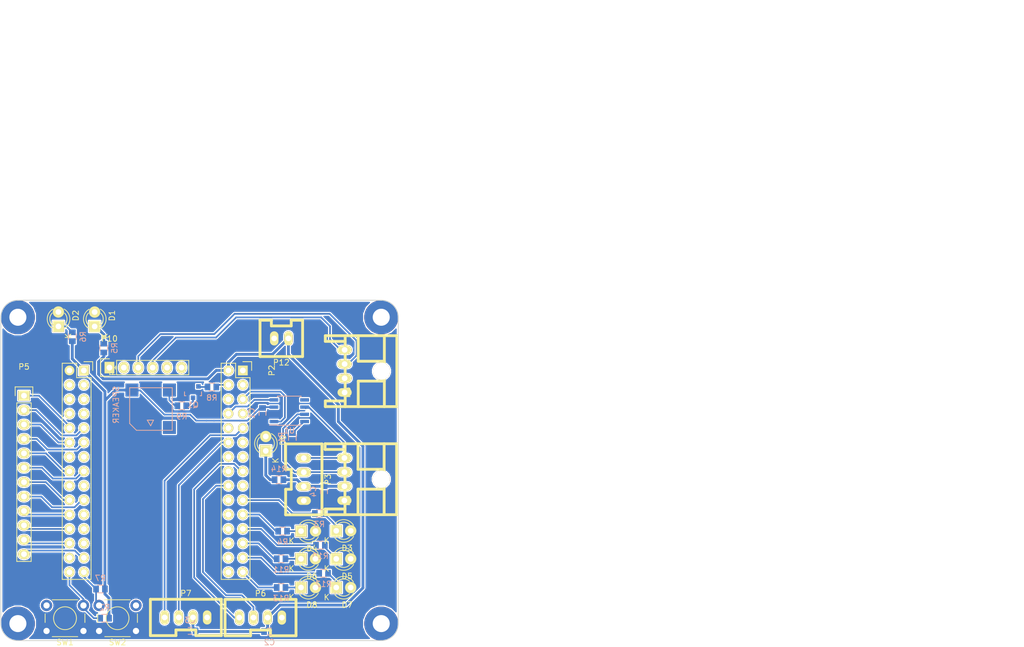
<source format=kicad_pcb>
(kicad_pcb (version 4) (host pcbnew 4.0.1-stable)

  (general
    (links 93)
    (no_connects 2)
    (area 97.889999 16.04 279.593333 132.860002)
    (thickness 1.6)
    (drawings 13)
    (tracks 234)
    (zones 0)
    (modules 42)
    (nets 83)
  )

  (page A4)
  (layers
    (0 F.Cu signal)
    (31 B.Cu signal)
    (32 B.Adhes user)
    (33 F.Adhes user)
    (34 B.Paste user)
    (35 F.Paste user)
    (36 B.SilkS user)
    (37 F.SilkS user)
    (38 B.Mask user)
    (39 F.Mask user)
    (40 Dwgs.User user)
    (41 Cmts.User user)
    (42 Eco1.User user)
    (43 Eco2.User user)
    (44 Edge.Cuts user)
    (45 Margin user)
    (46 B.CrtYd user)
    (47 F.CrtYd user)
    (48 B.Fab user)
    (49 F.Fab user)
  )

  (setup
    (last_trace_width 0.5)
    (user_trace_width 0.3)
    (user_trace_width 0.5)
    (user_trace_width 1)
    (trace_clearance 0.2)
    (zone_clearance 0.2)
    (zone_45_only no)
    (trace_min 0.2)
    (segment_width 0.2)
    (edge_width 0.15)
    (via_size 0.6)
    (via_drill 0.4)
    (via_min_size 0.4)
    (via_min_drill 0.3)
    (user_via 6 3)
    (uvia_size 0.3)
    (uvia_drill 0.1)
    (uvias_allowed no)
    (uvia_min_size 0.2)
    (uvia_min_drill 0.1)
    (pcb_text_width 0.3)
    (pcb_text_size 1.5 1.5)
    (mod_edge_width 0.15)
    (mod_text_size 1 1)
    (mod_text_width 0.15)
    (pad_size 1.524 1.524)
    (pad_drill 0.762)
    (pad_to_mask_clearance 0.2)
    (aux_axis_origin 0 0)
    (visible_elements 7FFFFFFF)
    (pcbplotparams
      (layerselection 0x01000_80000000)
      (usegerberextensions false)
      (excludeedgelayer true)
      (linewidth 0.100000)
      (plotframeref false)
      (viasonmask false)
      (mode 1)
      (useauxorigin false)
      (hpglpennumber 1)
      (hpglpenspeed 20)
      (hpglpendiameter 15)
      (hpglpenoverlay 2)
      (psnegative false)
      (psa4output false)
      (plotreference true)
      (plotvalue true)
      (plotinvisibletext false)
      (padsonsilk false)
      (subtractmaskfromsilk false)
      (outputformat 1)
      (mirror false)
      (drillshape 0)
      (scaleselection 1)
      (outputdirectory C:/Users/Mizuta/Desktop/RC19_Circuit/加工データ/1次ビデオmain/))
  )

  (net 0 "")
  (net 1 +5V)
  (net 2 GND)
  (net 3 "Net-(D1-Pad1)")
  (net 4 "Net-(D2-Pad1)")
  (net 5 +3.3V)
  (net 6 /E6)
  (net 7 /E5)
  (net 8 /C1)
  (net 9 /C0)
  (net 10 /C3)
  (net 11 /C2)
  (net 12 /A1)
  (net 13 /A0)
  (net 14 /A3)
  (net 15 /A2)
  (net 16 /A5)
  (net 17 /A4)
  (net 18 /A7)
  (net 19 /A6)
  (net 20 /C5)
  (net 21 /C4)
  (net 22 /B1)
  (net 23 /B0)
  (net 24 /E9)
  (net 25 /E8)
  (net 26 /E11)
  (net 27 /E10)
  (net 28 /E13)
  (net 29 /E12)
  (net 30 /B10)
  (net 31 /E14)
  (net 32 /B11)
  (net 33 /B13)
  (net 34 /B9)
  (net 35 /B8)
  (net 36 /B7)
  (net 37 /B6)
  (net 38 /B5)
  (net 39 /B4)
  (net 40 /B3)
  (net 41 /D6)
  (net 42 /D5)
  (net 43 /D2)
  (net 44 /C12)
  (net 45 /A15)
  (net 46 /A11)
  (net 47 /A10)
  (net 48 /A9)
  (net 49 /A8)
  (net 50 /C9)
  (net 51 /C8)
  (net 52 /C7)
  (net 53 /C6)
  (net 54 /D15)
  (net 55 /D14)
  (net 56 /D13)
  (net 57 /D12)
  (net 58 /D9)
  (net 59 /D8)
  (net 60 /B14)
  (net 61 /B15)
  (net 62 "Net-(P10-Pad2)")
  (net 63 /CLK)
  (net 64 /DIO)
  (net 65 "Net-(P10-Pad5)")
  (net 66 "Net-(P10-Pad6)")
  (net 67 /CAN_L)
  (net 68 /CAN_H)
  (net 69 +12V)
  (net 70 "Net-(P8-Pad2)")
  (net 71 "Net-(R1-Pad1)")
  (net 72 "Net-(U1-Pad5)")
  (net 73 "Net-(D3-Pad1)")
  (net 74 "Net-(D4-Pad1)")
  (net 75 "Net-(Q1-Pad2)")
  (net 76 "Net-(R9-Pad1)")
  (net 77 "Net-(Q1-Pad3)")
  (net 78 "Net-(D5-Pad1)")
  (net 79 "Net-(D6-Pad1)")
  (net 80 "Net-(D7-Pad1)")
  (net 81 "Net-(D8-Pad1)")
  (net 82 "Net-(D9-Pad1)")

  (net_class Default "これは標準のネット クラスです。"
    (clearance 0.2)
    (trace_width 0.25)
    (via_dia 0.6)
    (via_drill 0.4)
    (uvia_dia 0.3)
    (uvia_drill 0.1)
    (add_net +12V)
    (add_net +3.3V)
    (add_net +5V)
    (add_net /A0)
    (add_net /A1)
    (add_net /A10)
    (add_net /A11)
    (add_net /A15)
    (add_net /A2)
    (add_net /A3)
    (add_net /A4)
    (add_net /A5)
    (add_net /A6)
    (add_net /A7)
    (add_net /A8)
    (add_net /A9)
    (add_net /B0)
    (add_net /B1)
    (add_net /B10)
    (add_net /B11)
    (add_net /B13)
    (add_net /B14)
    (add_net /B15)
    (add_net /B3)
    (add_net /B4)
    (add_net /B5)
    (add_net /B6)
    (add_net /B7)
    (add_net /B8)
    (add_net /B9)
    (add_net /C0)
    (add_net /C1)
    (add_net /C12)
    (add_net /C2)
    (add_net /C3)
    (add_net /C4)
    (add_net /C5)
    (add_net /C6)
    (add_net /C7)
    (add_net /C8)
    (add_net /C9)
    (add_net /CAN_H)
    (add_net /CAN_L)
    (add_net /CLK)
    (add_net /D12)
    (add_net /D13)
    (add_net /D14)
    (add_net /D15)
    (add_net /D2)
    (add_net /D5)
    (add_net /D6)
    (add_net /D8)
    (add_net /D9)
    (add_net /DIO)
    (add_net /E10)
    (add_net /E11)
    (add_net /E12)
    (add_net /E13)
    (add_net /E14)
    (add_net /E5)
    (add_net /E6)
    (add_net /E8)
    (add_net /E9)
    (add_net GND)
    (add_net "Net-(D1-Pad1)")
    (add_net "Net-(D2-Pad1)")
    (add_net "Net-(D3-Pad1)")
    (add_net "Net-(D4-Pad1)")
    (add_net "Net-(D5-Pad1)")
    (add_net "Net-(D6-Pad1)")
    (add_net "Net-(D7-Pad1)")
    (add_net "Net-(D8-Pad1)")
    (add_net "Net-(D9-Pad1)")
    (add_net "Net-(P10-Pad2)")
    (add_net "Net-(P10-Pad5)")
    (add_net "Net-(P10-Pad6)")
    (add_net "Net-(P8-Pad2)")
    (add_net "Net-(Q1-Pad2)")
    (add_net "Net-(Q1-Pad3)")
    (add_net "Net-(R1-Pad1)")
    (add_net "Net-(R9-Pad1)")
    (add_net "Net-(U1-Pad5)")
  )

  (module Socket_Strips:Socket_Strip_Straight_2x15 (layer F.Cu) (tedit 0) (tstamp 5B3F4043)
    (at 115.715 82.035 270)
    (descr "Through hole socket strip")
    (tags "socket strip")
    (path /5B3F2757)
    (fp_text reference P1 (at 0 -5.1 270) (layer F.SilkS)
      (effects (font (size 1 1) (thickness 0.15)))
    )
    (fp_text value CONN_02X15 (at 0 -3.1 270) (layer F.Fab)
      (effects (font (size 1 1) (thickness 0.15)))
    )
    (fp_line (start -1.75 -1.75) (end -1.75 4.3) (layer F.CrtYd) (width 0.05))
    (fp_line (start 37.35 -1.75) (end 37.35 4.3) (layer F.CrtYd) (width 0.05))
    (fp_line (start -1.75 -1.75) (end 37.35 -1.75) (layer F.CrtYd) (width 0.05))
    (fp_line (start -1.75 4.3) (end 37.35 4.3) (layer F.CrtYd) (width 0.05))
    (fp_line (start 36.83 3.81) (end -1.27 3.81) (layer F.SilkS) (width 0.15))
    (fp_line (start 1.27 -1.27) (end 36.83 -1.27) (layer F.SilkS) (width 0.15))
    (fp_line (start 36.83 3.81) (end 36.83 -1.27) (layer F.SilkS) (width 0.15))
    (fp_line (start -1.27 3.81) (end -1.27 1.27) (layer F.SilkS) (width 0.15))
    (fp_line (start 0 -1.55) (end -1.55 -1.55) (layer F.SilkS) (width 0.15))
    (fp_line (start -1.27 1.27) (end 1.27 1.27) (layer F.SilkS) (width 0.15))
    (fp_line (start 1.27 1.27) (end 1.27 -1.27) (layer F.SilkS) (width 0.15))
    (fp_line (start -1.55 -1.55) (end -1.55 0) (layer F.SilkS) (width 0.15))
    (pad 1 thru_hole rect (at 0 0 270) (size 1.7272 1.7272) (drill 1.016) (layers *.Cu *.Mask F.SilkS)
      (net 5 +3.3V))
    (pad 2 thru_hole oval (at 0 2.54 270) (size 1.7272 1.7272) (drill 1.016) (layers *.Cu *.Mask F.SilkS)
      (net 2 GND))
    (pad 3 thru_hole oval (at 2.54 0 270) (size 1.7272 1.7272) (drill 1.016) (layers *.Cu *.Mask F.SilkS)
      (net 7 /E5))
    (pad 4 thru_hole oval (at 2.54 2.54 270) (size 1.7272 1.7272) (drill 1.016) (layers *.Cu *.Mask F.SilkS)
      (net 6 /E6))
    (pad 5 thru_hole oval (at 5.08 0 270) (size 1.7272 1.7272) (drill 1.016) (layers *.Cu *.Mask F.SilkS)
      (net 9 /C0))
    (pad 6 thru_hole oval (at 5.08 2.54 270) (size 1.7272 1.7272) (drill 1.016) (layers *.Cu *.Mask F.SilkS)
      (net 8 /C1))
    (pad 7 thru_hole oval (at 7.62 0 270) (size 1.7272 1.7272) (drill 1.016) (layers *.Cu *.Mask F.SilkS)
      (net 11 /C2))
    (pad 8 thru_hole oval (at 7.62 2.54 270) (size 1.7272 1.7272) (drill 1.016) (layers *.Cu *.Mask F.SilkS)
      (net 10 /C3))
    (pad 9 thru_hole oval (at 10.16 0 270) (size 1.7272 1.7272) (drill 1.016) (layers *.Cu *.Mask F.SilkS)
      (net 13 /A0))
    (pad 10 thru_hole oval (at 10.16 2.54 270) (size 1.7272 1.7272) (drill 1.016) (layers *.Cu *.Mask F.SilkS)
      (net 12 /A1))
    (pad 11 thru_hole oval (at 12.7 0 270) (size 1.7272 1.7272) (drill 1.016) (layers *.Cu *.Mask F.SilkS)
      (net 15 /A2))
    (pad 12 thru_hole oval (at 12.7 2.54 270) (size 1.7272 1.7272) (drill 1.016) (layers *.Cu *.Mask F.SilkS)
      (net 14 /A3))
    (pad 13 thru_hole oval (at 15.24 0 270) (size 1.7272 1.7272) (drill 1.016) (layers *.Cu *.Mask F.SilkS)
      (net 17 /A4))
    (pad 14 thru_hole oval (at 15.24 2.54 270) (size 1.7272 1.7272) (drill 1.016) (layers *.Cu *.Mask F.SilkS)
      (net 16 /A5))
    (pad 15 thru_hole oval (at 17.78 0 270) (size 1.7272 1.7272) (drill 1.016) (layers *.Cu *.Mask F.SilkS)
      (net 19 /A6))
    (pad 16 thru_hole oval (at 17.78 2.54 270) (size 1.7272 1.7272) (drill 1.016) (layers *.Cu *.Mask F.SilkS)
      (net 18 /A7))
    (pad 17 thru_hole oval (at 20.32 0 270) (size 1.7272 1.7272) (drill 1.016) (layers *.Cu *.Mask F.SilkS)
      (net 21 /C4))
    (pad 18 thru_hole oval (at 20.32 2.54 270) (size 1.7272 1.7272) (drill 1.016) (layers *.Cu *.Mask F.SilkS)
      (net 20 /C5))
    (pad 19 thru_hole oval (at 22.86 0 270) (size 1.7272 1.7272) (drill 1.016) (layers *.Cu *.Mask F.SilkS)
      (net 23 /B0))
    (pad 20 thru_hole oval (at 22.86 2.54 270) (size 1.7272 1.7272) (drill 1.016) (layers *.Cu *.Mask F.SilkS)
      (net 22 /B1))
    (pad 21 thru_hole oval (at 25.4 0 270) (size 1.7272 1.7272) (drill 1.016) (layers *.Cu *.Mask F.SilkS)
      (net 25 /E8))
    (pad 22 thru_hole oval (at 25.4 2.54 270) (size 1.7272 1.7272) (drill 1.016) (layers *.Cu *.Mask F.SilkS)
      (net 24 /E9))
    (pad 23 thru_hole oval (at 27.94 0 270) (size 1.7272 1.7272) (drill 1.016) (layers *.Cu *.Mask F.SilkS)
      (net 27 /E10))
    (pad 24 thru_hole oval (at 27.94 2.54 270) (size 1.7272 1.7272) (drill 1.016) (layers *.Cu *.Mask F.SilkS)
      (net 26 /E11))
    (pad 25 thru_hole oval (at 30.48 0 270) (size 1.7272 1.7272) (drill 1.016) (layers *.Cu *.Mask F.SilkS)
      (net 29 /E12))
    (pad 26 thru_hole oval (at 30.48 2.54 270) (size 1.7272 1.7272) (drill 1.016) (layers *.Cu *.Mask F.SilkS)
      (net 28 /E13))
    (pad 27 thru_hole oval (at 33.02 0 270) (size 1.7272 1.7272) (drill 1.016) (layers *.Cu *.Mask F.SilkS)
      (net 31 /E14))
    (pad 28 thru_hole oval (at 33.02 2.54 270) (size 1.7272 1.7272) (drill 1.016) (layers *.Cu *.Mask F.SilkS)
      (net 30 /B10))
    (pad 29 thru_hole oval (at 35.56 0 270) (size 1.7272 1.7272) (drill 1.016) (layers *.Cu *.Mask F.SilkS)
      (net 33 /B13))
    (pad 30 thru_hole oval (at 35.56 2.54 270) (size 1.7272 1.7272) (drill 1.016) (layers *.Cu *.Mask F.SilkS)
      (net 32 /B11))
    (model Socket_Strips.3dshapes/Socket_Strip_Straight_2x15.wrl
      (at (xyz 0.7 -0.05 0))
      (scale (xyz 1 1 1))
      (rotate (xyz 0 0 180))
    )
  )

  (module RP_KiCAD_Connector:XA_4T (layer F.Cu) (tedit 59426AB6) (tstamp 5B3F346B)
    (at 129.93 125.575)
    (path /5BC47FCF)
    (fp_text reference P7 (at 3.75 -4.25) (layer F.SilkS)
      (effects (font (size 1 1) (thickness 0.15)))
    )
    (fp_text value SERIAL1 (at 0 -0.5) (layer F.Fab)
      (effects (font (size 1 1) (thickness 0.15)))
    )
    (fp_line (start -2.5 3.2) (end 2 3.2) (layer F.SilkS) (width 0.5))
    (fp_line (start 2 3.2) (end 2 2.2) (layer F.SilkS) (width 0.5))
    (fp_line (start 2 2.2) (end 5.5 2.2) (layer F.SilkS) (width 0.5))
    (fp_line (start 5.5 2.2) (end 5.5 3.2) (layer F.SilkS) (width 0.5))
    (fp_line (start 5.5 3.2) (end 10 3.2) (layer F.SilkS) (width 0.5))
    (fp_line (start 10 -3.2) (end -2.5 -3.2) (layer F.SilkS) (width 0.5))
    (fp_line (start 10 3.2) (end 10 -3.2) (layer F.SilkS) (width 0.5))
    (fp_line (start -2.5 -3.2) (end -2.5 3.2) (layer F.SilkS) (width 0.5))
    (pad 4 thru_hole oval (at 0 0) (size 1.5 2.5) (drill 1) (layers *.Cu *.Mask F.SilkS)
      (net 41 /D6))
    (pad 3 thru_hole oval (at 2.5 0) (size 1.5 2.5) (drill 1) (layers *.Cu *.Mask F.SilkS)
      (net 42 /D5))
    (pad 2 thru_hole oval (at 5 0) (size 1.5 2.5) (drill 1) (layers *.Cu *.Mask F.SilkS)
      (net 1 +5V))
    (pad 1 thru_hole oval (at 7.5 0) (size 1.5 2.5) (drill 1) (layers *.Cu *.Mask F.SilkS)
      (net 2 GND))
    (model conn_XA/XA_4T.wrl
      (at (xyz 0.15 0 0))
      (scale (xyz 3.95 3.95 3.95))
      (rotate (xyz -90 0 0))
    )
  )

  (module Capacitors_SMD:C_0603 (layer B.Cu) (tedit 581D9BE1) (tstamp 5B3F33E7)
    (at 147.18 89.6 270)
    (descr "Capacitor SMD 0603, reflow soldering, AVX (see smccp.pdf)")
    (tags "capacitor 0603")
    (path /5BC46712)
    (attr smd)
    (fp_text reference C1 (at 0 1.9 270) (layer B.SilkS)
      (effects (font (size 1 1) (thickness 0.15)) (justify mirror))
    )
    (fp_text value 0.1u (at 0 -1.9 270) (layer B.Fab)
      (effects (font (size 1 1) (thickness 0.15)) (justify mirror))
    )
    (fp_line (start -0.8 -0.4) (end -0.8 0.4) (layer B.Fab) (width 0.15))
    (fp_line (start 0.8 -0.4) (end -0.8 -0.4) (layer B.Fab) (width 0.15))
    (fp_line (start 0.8 0.4) (end 0.8 -0.4) (layer B.Fab) (width 0.15))
    (fp_line (start -0.8 0.4) (end 0.8 0.4) (layer B.Fab) (width 0.15))
    (fp_line (start -1.45 0.75) (end 1.45 0.75) (layer B.CrtYd) (width 0.05))
    (fp_line (start -1.45 -0.75) (end 1.45 -0.75) (layer B.CrtYd) (width 0.05))
    (fp_line (start -1.45 0.75) (end -1.45 -0.75) (layer B.CrtYd) (width 0.05))
    (fp_line (start 1.45 0.75) (end 1.45 -0.75) (layer B.CrtYd) (width 0.05))
    (fp_line (start -0.35 0.6) (end 0.35 0.6) (layer B.SilkS) (width 0.15))
    (fp_line (start 0.35 -0.6) (end -0.35 -0.6) (layer B.SilkS) (width 0.15))
    (pad 1 smd rect (at -0.95 0 270) (size 1 1.2) (layers B.Cu B.Paste B.Mask)
      (net 5 +3.3V))
    (pad 2 smd rect (at 0.93 0 270) (size 1 1.2) (layers B.Cu B.Paste B.Mask)
      (net 2 GND))
    (model Capacitors_SMD.3dshapes/C_0603.wrl
      (at (xyz 0 0 0))
      (scale (xyz 1 1 1))
      (rotate (xyz 0 0 0))
    )
  )

  (module Capacitors_SMD:C_0603 (layer B.Cu) (tedit 581D9BE1) (tstamp 5B3F33ED)
    (at 148.4 128.06)
    (descr "Capacitor SMD 0603, reflow soldering, AVX (see smccp.pdf)")
    (tags "capacitor 0603")
    (path /5BC48585)
    (attr smd)
    (fp_text reference C2 (at 0 1.9) (layer B.SilkS)
      (effects (font (size 1 1) (thickness 0.15)) (justify mirror))
    )
    (fp_text value 0.1u (at 0 -1.9) (layer B.Fab)
      (effects (font (size 1 1) (thickness 0.15)) (justify mirror))
    )
    (fp_line (start -0.8 -0.4) (end -0.8 0.4) (layer B.Fab) (width 0.15))
    (fp_line (start 0.8 -0.4) (end -0.8 -0.4) (layer B.Fab) (width 0.15))
    (fp_line (start 0.8 0.4) (end 0.8 -0.4) (layer B.Fab) (width 0.15))
    (fp_line (start -0.8 0.4) (end 0.8 0.4) (layer B.Fab) (width 0.15))
    (fp_line (start -1.45 0.75) (end 1.45 0.75) (layer B.CrtYd) (width 0.05))
    (fp_line (start -1.45 -0.75) (end 1.45 -0.75) (layer B.CrtYd) (width 0.05))
    (fp_line (start -1.45 0.75) (end -1.45 -0.75) (layer B.CrtYd) (width 0.05))
    (fp_line (start 1.45 0.75) (end 1.45 -0.75) (layer B.CrtYd) (width 0.05))
    (fp_line (start -0.35 0.6) (end 0.35 0.6) (layer B.SilkS) (width 0.15))
    (fp_line (start 0.35 -0.6) (end -0.35 -0.6) (layer B.SilkS) (width 0.15))
    (pad 1 smd rect (at -0.95 0) (size 1 1.2) (layers B.Cu B.Paste B.Mask)
      (net 1 +5V))
    (pad 2 smd rect (at 0.93 0) (size 1 1.2) (layers B.Cu B.Paste B.Mask)
      (net 2 GND))
    (model Capacitors_SMD.3dshapes/C_0603.wrl
      (at (xyz 0 0 0))
      (scale (xyz 1 1 1))
      (rotate (xyz 0 0 0))
    )
  )

  (module Capacitors_SMD:C_0603 (layer B.Cu) (tedit 581D9BE1) (tstamp 5B3F33F3)
    (at 134.43 127.95 180)
    (descr "Capacitor SMD 0603, reflow soldering, AVX (see smccp.pdf)")
    (tags "capacitor 0603")
    (path /5BC4861B)
    (attr smd)
    (fp_text reference C3 (at 0 1.9 180) (layer B.SilkS)
      (effects (font (size 1 1) (thickness 0.15)) (justify mirror))
    )
    (fp_text value 0.1u (at 0 -1.9 180) (layer B.Fab)
      (effects (font (size 1 1) (thickness 0.15)) (justify mirror))
    )
    (fp_line (start -0.8 -0.4) (end -0.8 0.4) (layer B.Fab) (width 0.15))
    (fp_line (start 0.8 -0.4) (end -0.8 -0.4) (layer B.Fab) (width 0.15))
    (fp_line (start 0.8 0.4) (end 0.8 -0.4) (layer B.Fab) (width 0.15))
    (fp_line (start -0.8 0.4) (end 0.8 0.4) (layer B.Fab) (width 0.15))
    (fp_line (start -1.45 0.75) (end 1.45 0.75) (layer B.CrtYd) (width 0.05))
    (fp_line (start -1.45 -0.75) (end 1.45 -0.75) (layer B.CrtYd) (width 0.05))
    (fp_line (start -1.45 0.75) (end -1.45 -0.75) (layer B.CrtYd) (width 0.05))
    (fp_line (start 1.45 0.75) (end 1.45 -0.75) (layer B.CrtYd) (width 0.05))
    (fp_line (start -0.35 0.6) (end 0.35 0.6) (layer B.SilkS) (width 0.15))
    (fp_line (start 0.35 -0.6) (end -0.35 -0.6) (layer B.SilkS) (width 0.15))
    (pad 1 smd rect (at -0.95 0 180) (size 1 1.2) (layers B.Cu B.Paste B.Mask)
      (net 1 +5V))
    (pad 2 smd rect (at 0.93 0 180) (size 1 1.2) (layers B.Cu B.Paste B.Mask)
      (net 2 GND))
    (model Capacitors_SMD.3dshapes/C_0603.wrl
      (at (xyz 0 0 0))
      (scale (xyz 1 1 1))
      (rotate (xyz 0 0 0))
    )
  )

  (module RP_KiCAD_Connector:XA_4T (layer F.Cu) (tedit 59426AB6) (tstamp 5B3F344B)
    (at 154.45 97.485 270)
    (path /5BC45D78)
    (fp_text reference P3 (at 3.75 -4.25 270) (layer F.SilkS)
      (effects (font (size 1 1) (thickness 0.15)))
    )
    (fp_text value CAN (at 0 -0.5 270) (layer F.Fab)
      (effects (font (size 1 1) (thickness 0.15)))
    )
    (fp_line (start -2.5 3.2) (end 2 3.2) (layer F.SilkS) (width 0.5))
    (fp_line (start 2 3.2) (end 2 2.2) (layer F.SilkS) (width 0.5))
    (fp_line (start 2 2.2) (end 5.5 2.2) (layer F.SilkS) (width 0.5))
    (fp_line (start 5.5 2.2) (end 5.5 3.2) (layer F.SilkS) (width 0.5))
    (fp_line (start 5.5 3.2) (end 10 3.2) (layer F.SilkS) (width 0.5))
    (fp_line (start 10 -3.2) (end -2.5 -3.2) (layer F.SilkS) (width 0.5))
    (fp_line (start 10 3.2) (end 10 -3.2) (layer F.SilkS) (width 0.5))
    (fp_line (start -2.5 -3.2) (end -2.5 3.2) (layer F.SilkS) (width 0.5))
    (pad 4 thru_hole oval (at 0 0 270) (size 1.5 2.5) (drill 1) (layers *.Cu *.Mask F.SilkS)
      (net 67 /CAN_L))
    (pad 3 thru_hole oval (at 2.5 0 270) (size 1.5 2.5) (drill 1) (layers *.Cu *.Mask F.SilkS)
      (net 68 /CAN_H))
    (pad 2 thru_hole oval (at 5 0 270) (size 1.5 2.5) (drill 1) (layers *.Cu *.Mask F.SilkS)
      (net 69 +12V))
    (pad 1 thru_hole oval (at 7.5 0 270) (size 1.5 2.5) (drill 1) (layers *.Cu *.Mask F.SilkS)
      (net 2 GND))
    (model conn_XA/XA_4T.wrl
      (at (xyz 0.15 0 0))
      (scale (xyz 3.95 3.95 3.95))
      (rotate (xyz -90 0 0))
    )
  )

  (module RP_KiCAD_Connector:XA_2T (layer F.Cu) (tedit 5943A9DF) (tstamp 5B3F3494)
    (at 151.74 76.385 180)
    (path /5B3F2F86)
    (fp_text reference P12 (at 1.25 -4.25 180) (layer F.SilkS)
      (effects (font (size 1 1) (thickness 0.15)))
    )
    (fp_text value 5V_in (at 0 -0.5 180) (layer F.Fab)
      (effects (font (size 1 1) (thickness 0.15)))
    )
    (fp_line (start -2.5 3.2) (end -0.5 3.2) (layer F.SilkS) (width 0.5))
    (fp_line (start -0.5 3.2) (end -0.5 2.2) (layer F.SilkS) (width 0.5))
    (fp_line (start -0.5 2.2) (end 3 2.2) (layer F.SilkS) (width 0.5))
    (fp_line (start 3 2.2) (end 3 3.2) (layer F.SilkS) (width 0.5))
    (fp_line (start 3 3.2) (end 5 3.2) (layer F.SilkS) (width 0.5))
    (fp_line (start -2.5 -3.2) (end -2.5 3.2) (layer F.SilkS) (width 0.5))
    (fp_line (start 5 3.2) (end 5 -3.2) (layer F.SilkS) (width 0.5))
    (fp_line (start 5 -3.2) (end -2.5 -3.2) (layer F.SilkS) (width 0.5))
    (pad 2 thru_hole oval (at 0 0 180) (size 1.5 2.5) (drill 1) (layers *.Cu *.Mask F.SilkS)
      (net 1 +5V))
    (pad 1 thru_hole oval (at 2.5 0 180) (size 1.5 2.5) (drill 1) (layers *.Cu *.Mask F.SilkS)
      (net 2 GND))
    (model conn_XA/XA_2T.wrl
      (at (xyz 0.05 0 0))
      (scale (xyz 4 4 4))
      (rotate (xyz -90 0 0))
    )
  )

  (module Resistors_SMD:R_0603 (layer B.Cu) (tedit 581D9C24) (tstamp 5B3F34B3)
    (at 152.44 93.86 270)
    (descr "Resistor SMD 0603, reflow soldering, Vishay (see dcrcw.pdf)")
    (tags "resistor 0603")
    (path /5BC46B24)
    (attr smd)
    (fp_text reference R1 (at 0 1.9 270) (layer B.SilkS)
      (effects (font (size 1 1) (thickness 0.15)) (justify mirror))
    )
    (fp_text value 100k (at 0 -1.9 270) (layer B.Fab)
      (effects (font (size 1 1) (thickness 0.15)) (justify mirror))
    )
    (fp_line (start -1.3 0.8) (end 1.3 0.8) (layer B.CrtYd) (width 0.05))
    (fp_line (start -1.3 -0.8) (end 1.3 -0.8) (layer B.CrtYd) (width 0.05))
    (fp_line (start -1.3 0.8) (end -1.3 -0.8) (layer B.CrtYd) (width 0.05))
    (fp_line (start 1.3 0.8) (end 1.3 -0.8) (layer B.CrtYd) (width 0.05))
    (fp_line (start 0.5 -0.675) (end -0.5 -0.675) (layer B.SilkS) (width 0.15))
    (fp_line (start -0.5 0.675) (end 0.5 0.675) (layer B.SilkS) (width 0.15))
    (pad 1 smd rect (at -0.78 0 270) (size 1 1.2) (layers B.Cu B.Paste B.Mask)
      (net 71 "Net-(R1-Pad1)"))
    (pad 2 smd rect (at 0.78 0 270) (size 1 1.2) (layers B.Cu B.Paste B.Mask)
      (net 2 GND))
    (model Resistors_SMD.3dshapes/R_0603.wrl
      (at (xyz 0 0 0))
      (scale (xyz 1 1 1))
      (rotate (xyz 0 0 0))
    )
  )

  (module Resistors_SMD:R_0603 (layer B.Cu) (tedit 581D9C24) (tstamp 5B3F34CB)
    (at 119.22 78.09 90)
    (descr "Resistor SMD 0603, reflow soldering, Vishay (see dcrcw.pdf)")
    (tags "resistor 0603")
    (path /5B3F31D8)
    (attr smd)
    (fp_text reference R5 (at 0 1.9 90) (layer B.SilkS)
      (effects (font (size 1 1) (thickness 0.15)) (justify mirror))
    )
    (fp_text value 510 (at 0 -1.9 90) (layer B.Fab)
      (effects (font (size 1 1) (thickness 0.15)) (justify mirror))
    )
    (fp_line (start -1.3 0.8) (end 1.3 0.8) (layer B.CrtYd) (width 0.05))
    (fp_line (start -1.3 -0.8) (end 1.3 -0.8) (layer B.CrtYd) (width 0.05))
    (fp_line (start -1.3 0.8) (end -1.3 -0.8) (layer B.CrtYd) (width 0.05))
    (fp_line (start 1.3 0.8) (end 1.3 -0.8) (layer B.CrtYd) (width 0.05))
    (fp_line (start 0.5 -0.675) (end -0.5 -0.675) (layer B.SilkS) (width 0.15))
    (fp_line (start -0.5 0.675) (end 0.5 0.675) (layer B.SilkS) (width 0.15))
    (pad 1 smd rect (at -0.78 0 90) (size 1 1.2) (layers B.Cu B.Paste B.Mask)
      (net 1 +5V))
    (pad 2 smd rect (at 0.78 0 90) (size 1 1.2) (layers B.Cu B.Paste B.Mask)
      (net 3 "Net-(D1-Pad1)"))
    (model Resistors_SMD.3dshapes/R_0603.wrl
      (at (xyz 0 0 0))
      (scale (xyz 1 1 1))
      (rotate (xyz 0 0 0))
    )
  )

  (module Resistors_SMD:R_0603 (layer B.Cu) (tedit 581D9C24) (tstamp 5B3F34D1)
    (at 113.675 76.095 90)
    (descr "Resistor SMD 0603, reflow soldering, Vishay (see dcrcw.pdf)")
    (tags "resistor 0603")
    (path /5B3F34C9)
    (attr smd)
    (fp_text reference R6 (at 0 1.9 90) (layer B.SilkS)
      (effects (font (size 1 1) (thickness 0.15)) (justify mirror))
    )
    (fp_text value 330 (at 0 -1.9 90) (layer B.Fab)
      (effects (font (size 1 1) (thickness 0.15)) (justify mirror))
    )
    (fp_line (start -1.3 0.8) (end 1.3 0.8) (layer B.CrtYd) (width 0.05))
    (fp_line (start -1.3 -0.8) (end 1.3 -0.8) (layer B.CrtYd) (width 0.05))
    (fp_line (start -1.3 0.8) (end -1.3 -0.8) (layer B.CrtYd) (width 0.05))
    (fp_line (start 1.3 0.8) (end 1.3 -0.8) (layer B.CrtYd) (width 0.05))
    (fp_line (start 0.5 -0.675) (end -0.5 -0.675) (layer B.SilkS) (width 0.15))
    (fp_line (start -0.5 0.675) (end 0.5 0.675) (layer B.SilkS) (width 0.15))
    (pad 1 smd rect (at -0.78 0 90) (size 1 1.2) (layers B.Cu B.Paste B.Mask)
      (net 5 +3.3V))
    (pad 2 smd rect (at 0.78 0 90) (size 1 1.2) (layers B.Cu B.Paste B.Mask)
      (net 4 "Net-(D2-Pad1)"))
    (model Resistors_SMD.3dshapes/R_0603.wrl
      (at (xyz 0 0 0))
      (scale (xyz 1 1 1))
      (rotate (xyz 0 0 0))
    )
  )

  (module LEDs:LED-3MM (layer F.Cu) (tedit 559B82F6) (tstamp 5B3F4015)
    (at 117.61 74.28 90)
    (descr "LED 3mm round vertical")
    (tags "LED  3mm round vertical")
    (path /5B3F32F5)
    (fp_text reference D1 (at 1.91 3.06 90) (layer F.SilkS)
      (effects (font (size 1 1) (thickness 0.15)))
    )
    (fp_text value LED (at 1.3 -2.9 90) (layer F.Fab)
      (effects (font (size 1 1) (thickness 0.15)))
    )
    (fp_line (start -1.2 2.3) (end 3.8 2.3) (layer F.CrtYd) (width 0.05))
    (fp_line (start 3.8 2.3) (end 3.8 -2.2) (layer F.CrtYd) (width 0.05))
    (fp_line (start 3.8 -2.2) (end -1.2 -2.2) (layer F.CrtYd) (width 0.05))
    (fp_line (start -1.2 -2.2) (end -1.2 2.3) (layer F.CrtYd) (width 0.05))
    (fp_line (start -0.199 1.314) (end -0.199 1.114) (layer F.SilkS) (width 0.15))
    (fp_line (start -0.199 -1.28) (end -0.199 -1.1) (layer F.SilkS) (width 0.15))
    (fp_arc (start 1.301 0.034) (end -0.199 -1.286) (angle 108.5) (layer F.SilkS) (width 0.15))
    (fp_arc (start 1.301 0.034) (end 0.25 -1.1) (angle 85.7) (layer F.SilkS) (width 0.15))
    (fp_arc (start 1.311 0.034) (end 3.051 0.994) (angle 110) (layer F.SilkS) (width 0.15))
    (fp_arc (start 1.301 0.034) (end 2.335 1.094) (angle 87.5) (layer F.SilkS) (width 0.15))
    (fp_text user K (at -1.69 1.74 90) (layer F.SilkS)
      (effects (font (size 1 1) (thickness 0.15)))
    )
    (pad 1 thru_hole rect (at 0 0 180) (size 2 2) (drill 1.00076) (layers *.Cu *.Mask F.SilkS)
      (net 3 "Net-(D1-Pad1)"))
    (pad 2 thru_hole circle (at 2.54 0 90) (size 2 2) (drill 1.00076) (layers *.Cu *.Mask F.SilkS)
      (net 2 GND))
    (model LEDs.3dshapes/LED-3MM.wrl
      (at (xyz 0.05 0 0))
      (scale (xyz 1 1 1))
      (rotate (xyz 0 0 90))
    )
  )

  (module LEDs:LED-3MM (layer F.Cu) (tedit 559B82F6) (tstamp 5B3F401A)
    (at 111.225 74.27 90)
    (descr "LED 3mm round vertical")
    (tags "LED  3mm round vertical")
    (path /5B3F366B)
    (fp_text reference D2 (at 1.91 3.06 90) (layer F.SilkS)
      (effects (font (size 1 1) (thickness 0.15)))
    )
    (fp_text value LED (at 1.3 -2.9 90) (layer F.Fab)
      (effects (font (size 1 1) (thickness 0.15)))
    )
    (fp_line (start -1.2 2.3) (end 3.8 2.3) (layer F.CrtYd) (width 0.05))
    (fp_line (start 3.8 2.3) (end 3.8 -2.2) (layer F.CrtYd) (width 0.05))
    (fp_line (start 3.8 -2.2) (end -1.2 -2.2) (layer F.CrtYd) (width 0.05))
    (fp_line (start -1.2 -2.2) (end -1.2 2.3) (layer F.CrtYd) (width 0.05))
    (fp_line (start -0.199 1.314) (end -0.199 1.114) (layer F.SilkS) (width 0.15))
    (fp_line (start -0.199 -1.28) (end -0.199 -1.1) (layer F.SilkS) (width 0.15))
    (fp_arc (start 1.301 0.034) (end -0.199 -1.286) (angle 108.5) (layer F.SilkS) (width 0.15))
    (fp_arc (start 1.301 0.034) (end 0.25 -1.1) (angle 85.7) (layer F.SilkS) (width 0.15))
    (fp_arc (start 1.311 0.034) (end 3.051 0.994) (angle 110) (layer F.SilkS) (width 0.15))
    (fp_arc (start 1.301 0.034) (end 2.335 1.094) (angle 87.5) (layer F.SilkS) (width 0.15))
    (fp_text user K (at -1.69 1.74 90) (layer F.SilkS)
      (effects (font (size 1 1) (thickness 0.15)))
    )
    (pad 1 thru_hole rect (at 0 0 180) (size 2 2) (drill 1.00076) (layers *.Cu *.Mask F.SilkS)
      (net 4 "Net-(D2-Pad1)"))
    (pad 2 thru_hole circle (at 2.54 0 90) (size 2 2) (drill 1.00076) (layers *.Cu *.Mask F.SilkS)
      (net 2 GND))
    (model LEDs.3dshapes/LED-3MM.wrl
      (at (xyz 0.05 0 0))
      (scale (xyz 1 1 1))
      (rotate (xyz 0 0 90))
    )
  )

  (module Socket_Strips:Socket_Strip_Straight_2x15 (layer F.Cu) (tedit 0) (tstamp 5B3F4064)
    (at 143.715 82.035 270)
    (descr "Through hole socket strip")
    (tags "socket strip")
    (path /5B3F276D)
    (fp_text reference P2 (at 0 -5.1 270) (layer F.SilkS)
      (effects (font (size 1 1) (thickness 0.15)))
    )
    (fp_text value CONN_02X15 (at 0 -3.1 270) (layer F.Fab)
      (effects (font (size 1 1) (thickness 0.15)))
    )
    (fp_line (start -1.75 -1.75) (end -1.75 4.3) (layer F.CrtYd) (width 0.05))
    (fp_line (start 37.35 -1.75) (end 37.35 4.3) (layer F.CrtYd) (width 0.05))
    (fp_line (start -1.75 -1.75) (end 37.35 -1.75) (layer F.CrtYd) (width 0.05))
    (fp_line (start -1.75 4.3) (end 37.35 4.3) (layer F.CrtYd) (width 0.05))
    (fp_line (start 36.83 3.81) (end -1.27 3.81) (layer F.SilkS) (width 0.15))
    (fp_line (start 1.27 -1.27) (end 36.83 -1.27) (layer F.SilkS) (width 0.15))
    (fp_line (start 36.83 3.81) (end 36.83 -1.27) (layer F.SilkS) (width 0.15))
    (fp_line (start -1.27 3.81) (end -1.27 1.27) (layer F.SilkS) (width 0.15))
    (fp_line (start 0 -1.55) (end -1.55 -1.55) (layer F.SilkS) (width 0.15))
    (fp_line (start -1.27 1.27) (end 1.27 1.27) (layer F.SilkS) (width 0.15))
    (fp_line (start 1.27 1.27) (end 1.27 -1.27) (layer F.SilkS) (width 0.15))
    (fp_line (start -1.55 -1.55) (end -1.55 0) (layer F.SilkS) (width 0.15))
    (pad 1 thru_hole rect (at 0 0 270) (size 1.7272 1.7272) (drill 1.016) (layers *.Cu *.Mask F.SilkS)
      (net 2 GND))
    (pad 2 thru_hole oval (at 0 2.54 270) (size 1.7272 1.7272) (drill 1.016) (layers *.Cu *.Mask F.SilkS)
      (net 1 +5V))
    (pad 3 thru_hole oval (at 2.54 0 270) (size 1.7272 1.7272) (drill 1.016) (layers *.Cu *.Mask F.SilkS)
      (net 35 /B8))
    (pad 4 thru_hole oval (at 2.54 2.54 270) (size 1.7272 1.7272) (drill 1.016) (layers *.Cu *.Mask F.SilkS)
      (net 34 /B9))
    (pad 5 thru_hole oval (at 5.08 0 270) (size 1.7272 1.7272) (drill 1.016) (layers *.Cu *.Mask F.SilkS)
      (net 37 /B6))
    (pad 6 thru_hole oval (at 5.08 2.54 270) (size 1.7272 1.7272) (drill 1.016) (layers *.Cu *.Mask F.SilkS)
      (net 36 /B7))
    (pad 7 thru_hole oval (at 7.62 0 270) (size 1.7272 1.7272) (drill 1.016) (layers *.Cu *.Mask F.SilkS)
      (net 39 /B4))
    (pad 8 thru_hole oval (at 7.62 2.54 270) (size 1.7272 1.7272) (drill 1.016) (layers *.Cu *.Mask F.SilkS)
      (net 38 /B5))
    (pad 9 thru_hole oval (at 10.16 0 270) (size 1.7272 1.7272) (drill 1.016) (layers *.Cu *.Mask F.SilkS)
      (net 41 /D6))
    (pad 10 thru_hole oval (at 10.16 2.54 270) (size 1.7272 1.7272) (drill 1.016) (layers *.Cu *.Mask F.SilkS)
      (net 40 /B3))
    (pad 11 thru_hole oval (at 12.7 0 270) (size 1.7272 1.7272) (drill 1.016) (layers *.Cu *.Mask F.SilkS)
      (net 43 /D2))
    (pad 12 thru_hole oval (at 12.7 2.54 270) (size 1.7272 1.7272) (drill 1.016) (layers *.Cu *.Mask F.SilkS)
      (net 42 /D5))
    (pad 13 thru_hole oval (at 15.24 0 270) (size 1.7272 1.7272) (drill 1.016) (layers *.Cu *.Mask F.SilkS)
      (net 45 /A15))
    (pad 14 thru_hole oval (at 15.24 2.54 270) (size 1.7272 1.7272) (drill 1.016) (layers *.Cu *.Mask F.SilkS)
      (net 44 /C12))
    (pad 15 thru_hole oval (at 17.78 0 270) (size 1.7272 1.7272) (drill 1.016) (layers *.Cu *.Mask F.SilkS)
      (net 47 /A10))
    (pad 16 thru_hole oval (at 17.78 2.54 270) (size 1.7272 1.7272) (drill 1.016) (layers *.Cu *.Mask F.SilkS)
      (net 46 /A11))
    (pad 17 thru_hole oval (at 20.32 0 270) (size 1.7272 1.7272) (drill 1.016) (layers *.Cu *.Mask F.SilkS)
      (net 49 /A8))
    (pad 18 thru_hole oval (at 20.32 2.54 270) (size 1.7272 1.7272) (drill 1.016) (layers *.Cu *.Mask F.SilkS)
      (net 48 /A9))
    (pad 19 thru_hole oval (at 22.86 0 270) (size 1.7272 1.7272) (drill 1.016) (layers *.Cu *.Mask F.SilkS)
      (net 51 /C8))
    (pad 20 thru_hole oval (at 22.86 2.54 270) (size 1.7272 1.7272) (drill 1.016) (layers *.Cu *.Mask F.SilkS)
      (net 50 /C9))
    (pad 21 thru_hole oval (at 25.4 0 270) (size 1.7272 1.7272) (drill 1.016) (layers *.Cu *.Mask F.SilkS)
      (net 53 /C6))
    (pad 22 thru_hole oval (at 25.4 2.54 270) (size 1.7272 1.7272) (drill 1.016) (layers *.Cu *.Mask F.SilkS)
      (net 52 /C7))
    (pad 23 thru_hole oval (at 27.94 0 270) (size 1.7272 1.7272) (drill 1.016) (layers *.Cu *.Mask F.SilkS)
      (net 55 /D14))
    (pad 24 thru_hole oval (at 27.94 2.54 270) (size 1.7272 1.7272) (drill 1.016) (layers *.Cu *.Mask F.SilkS)
      (net 54 /D15))
    (pad 25 thru_hole oval (at 30.48 0 270) (size 1.7272 1.7272) (drill 1.016) (layers *.Cu *.Mask F.SilkS)
      (net 57 /D12))
    (pad 26 thru_hole oval (at 30.48 2.54 270) (size 1.7272 1.7272) (drill 1.016) (layers *.Cu *.Mask F.SilkS)
      (net 56 /D13))
    (pad 27 thru_hole oval (at 33.02 0 270) (size 1.7272 1.7272) (drill 1.016) (layers *.Cu *.Mask F.SilkS)
      (net 59 /D8))
    (pad 28 thru_hole oval (at 33.02 2.54 270) (size 1.7272 1.7272) (drill 1.016) (layers *.Cu *.Mask F.SilkS)
      (net 58 /D9))
    (pad 29 thru_hole oval (at 35.56 0 270) (size 1.7272 1.7272) (drill 1.016) (layers *.Cu *.Mask F.SilkS)
      (net 61 /B15))
    (pad 30 thru_hole oval (at 35.56 2.54 270) (size 1.7272 1.7272) (drill 1.016) (layers *.Cu *.Mask F.SilkS)
      (net 60 /B14))
    (model Socket_Strips.3dshapes/Socket_Strip_Straight_2x15.wrl
      (at (xyz 0.7 -0.05 0))
      (scale (xyz 1 1 1))
      (rotate (xyz 0 0 180))
    )
  )

  (module Socket_Strips:Socket_Strip_Straight_1x06 (layer F.Cu) (tedit 0) (tstamp 5B3F4085)
    (at 120.215 81.535)
    (descr "Through hole socket strip")
    (tags "socket strip")
    (path /5B3F53D9)
    (fp_text reference P10 (at 0 -5.1) (layer F.SilkS)
      (effects (font (size 1 1) (thickness 0.15)))
    )
    (fp_text value WRITING (at 0 -3.1) (layer F.Fab)
      (effects (font (size 1 1) (thickness 0.15)))
    )
    (fp_line (start -1.75 -1.75) (end -1.75 1.75) (layer F.CrtYd) (width 0.05))
    (fp_line (start 14.45 -1.75) (end 14.45 1.75) (layer F.CrtYd) (width 0.05))
    (fp_line (start -1.75 -1.75) (end 14.45 -1.75) (layer F.CrtYd) (width 0.05))
    (fp_line (start -1.75 1.75) (end 14.45 1.75) (layer F.CrtYd) (width 0.05))
    (fp_line (start 1.27 1.27) (end 13.97 1.27) (layer F.SilkS) (width 0.15))
    (fp_line (start 13.97 1.27) (end 13.97 -1.27) (layer F.SilkS) (width 0.15))
    (fp_line (start 13.97 -1.27) (end 1.27 -1.27) (layer F.SilkS) (width 0.15))
    (fp_line (start -1.55 1.55) (end 0 1.55) (layer F.SilkS) (width 0.15))
    (fp_line (start 1.27 1.27) (end 1.27 -1.27) (layer F.SilkS) (width 0.15))
    (fp_line (start 0 -1.55) (end -1.55 -1.55) (layer F.SilkS) (width 0.15))
    (fp_line (start -1.55 -1.55) (end -1.55 1.55) (layer F.SilkS) (width 0.15))
    (pad 1 thru_hole rect (at 0 0) (size 1.7272 2.032) (drill 1.016) (layers *.Cu *.Mask F.SilkS)
      (net 2 GND))
    (pad 2 thru_hole oval (at 2.54 0) (size 1.7272 2.032) (drill 1.016) (layers *.Cu *.Mask F.SilkS)
      (net 62 "Net-(P10-Pad2)"))
    (pad 3 thru_hole oval (at 5.08 0) (size 1.7272 2.032) (drill 1.016) (layers *.Cu *.Mask F.SilkS)
      (net 63 /CLK))
    (pad 4 thru_hole oval (at 7.62 0) (size 1.7272 2.032) (drill 1.016) (layers *.Cu *.Mask F.SilkS)
      (net 64 /DIO))
    (pad 5 thru_hole oval (at 10.16 0) (size 1.7272 2.032) (drill 1.016) (layers *.Cu *.Mask F.SilkS)
      (net 65 "Net-(P10-Pad5)"))
    (pad 6 thru_hole oval (at 12.7 0) (size 1.7272 2.032) (drill 1.016) (layers *.Cu *.Mask F.SilkS)
      (net 66 "Net-(P10-Pad6)"))
    (model Socket_Strips.3dshapes/Socket_Strip_Straight_1x06.wrl
      (at (xyz 0.25 0 0))
      (scale (xyz 1 1 1))
      (rotate (xyz 0 0 180))
    )
  )

  (module RP_KiCAD_Connector:XA_4LC (layer F.Cu) (tedit 5763BBB7) (tstamp 5BC45513)
    (at 161.6 104.96 90)
    (path /5BC45E2F)
    (fp_text reference P4 (at 0 0.5 90) (layer F.SilkS)
      (effects (font (size 1 1) (thickness 0.15)))
    )
    (fp_text value CAN (at 0 -0.5 90) (layer F.Fab)
      (effects (font (size 1 1) (thickness 0.15)))
    )
    (fp_line (start 10 -3.4) (end 9 -3.4) (layer F.SilkS) (width 0.5))
    (fp_line (start 9 -3.4) (end 9 0.1) (layer F.SilkS) (width 0.5))
    (fp_line (start -2.5 -3.4) (end -1.5 -3.4) (layer F.SilkS) (width 0.5))
    (fp_line (start -1.5 -3.4) (end -1.5 0.1) (layer F.SilkS) (width 0.5))
    (fp_line (start 10 0.1) (end -2.5 0.1) (layer F.SilkS) (width 0.5))
    (fp_line (start 5.5 2.4) (end 10 2.4) (layer F.SilkS) (width 0.5))
    (fp_line (start 2 2.4) (end -2.5 2.4) (layer F.SilkS) (width 0.5))
    (fp_line (start 5.5 2.4) (end 5.5 7) (layer F.SilkS) (width 0.5))
    (fp_line (start 2 2.4) (end 2 7) (layer F.SilkS) (width 0.5))
    (fp_line (start -2.5 7) (end 10 7) (layer F.SilkS) (width 0.5))
    (fp_line (start 10 -3.4) (end 10 9.2) (layer F.SilkS) (width 0.5))
    (fp_line (start 10 9.2) (end -2.5 9.2) (layer F.SilkS) (width 0.5))
    (fp_line (start -2.5 -3.4) (end -2.5 9.2) (layer F.SilkS) (width 0.5))
    (pad 1 thru_hole oval (at 0 0 90) (size 1.5 2.5) (drill 1) (layers *.Cu *.Mask F.SilkS)
      (net 2 GND))
    (pad 2 thru_hole oval (at 2.5 0 90) (size 1.5 2.5) (drill 1) (layers *.Cu *.Mask F.SilkS)
      (net 69 +12V))
    (pad 3 thru_hole oval (at 5 0 90) (size 1.5 2.5) (drill 1) (layers *.Cu *.Mask F.SilkS)
      (net 68 /CAN_H))
    (pad 4 thru_hole oval (at 7.5 0 90) (size 1.5 2.5) (drill 1) (layers *.Cu *.Mask F.SilkS)
      (net 67 /CAN_L))
    (pad "" thru_hole circle (at 3.75 6.5 90) (size 3 3) (drill 3) (layers *.Cu *.Mask F.SilkS)
      (clearance -0.3))
    (model conn_XA/XA_4S.wrl
      (at (xyz 0.15 -0.2 0))
      (scale (xyz 4 4 4))
      (rotate (xyz 0 0 180))
    )
  )

  (module Pin_Headers:Pin_Header_Straight_1x12 (layer F.Cu) (tedit 0) (tstamp 5BC4551B)
    (at 105.165 86.485)
    (descr "Through hole pin header")
    (tags "pin header")
    (path /5BC45899)
    (fp_text reference P5 (at 0 -5.1) (layer F.SilkS)
      (effects (font (size 1 1) (thickness 0.15)))
    )
    (fp_text value PWM (at 0 -3.1) (layer F.Fab)
      (effects (font (size 1 1) (thickness 0.15)))
    )
    (fp_line (start -1.75 -1.75) (end -1.75 29.7) (layer F.CrtYd) (width 0.05))
    (fp_line (start 1.75 -1.75) (end 1.75 29.7) (layer F.CrtYd) (width 0.05))
    (fp_line (start -1.75 -1.75) (end 1.75 -1.75) (layer F.CrtYd) (width 0.05))
    (fp_line (start -1.75 29.7) (end 1.75 29.7) (layer F.CrtYd) (width 0.05))
    (fp_line (start 1.27 1.27) (end 1.27 29.21) (layer F.SilkS) (width 0.15))
    (fp_line (start 1.27 29.21) (end -1.27 29.21) (layer F.SilkS) (width 0.15))
    (fp_line (start -1.27 29.21) (end -1.27 1.27) (layer F.SilkS) (width 0.15))
    (fp_line (start 1.55 -1.55) (end 1.55 0) (layer F.SilkS) (width 0.15))
    (fp_line (start 1.27 1.27) (end -1.27 1.27) (layer F.SilkS) (width 0.15))
    (fp_line (start -1.55 0) (end -1.55 -1.55) (layer F.SilkS) (width 0.15))
    (fp_line (start -1.55 -1.55) (end 1.55 -1.55) (layer F.SilkS) (width 0.15))
    (pad 1 thru_hole rect (at 0 0) (size 2.032 1.7272) (drill 1.016) (layers *.Cu *.Mask F.SilkS)
      (net 12 /A1))
    (pad 2 thru_hole oval (at 0 2.54) (size 2.032 1.7272) (drill 1.016) (layers *.Cu *.Mask F.SilkS)
      (net 13 /A0))
    (pad 3 thru_hole oval (at 0 5.08) (size 2.032 1.7272) (drill 1.016) (layers *.Cu *.Mask F.SilkS)
      (net 14 /A3))
    (pad 4 thru_hole oval (at 0 7.62) (size 2.032 1.7272) (drill 1.016) (layers *.Cu *.Mask F.SilkS)
      (net 15 /A2))
    (pad 5 thru_hole oval (at 0 10.16) (size 2.032 1.7272) (drill 1.016) (layers *.Cu *.Mask F.SilkS)
      (net 18 /A7))
    (pad 6 thru_hole oval (at 0 12.7) (size 2.032 1.7272) (drill 1.016) (layers *.Cu *.Mask F.SilkS)
      (net 19 /A6))
    (pad 7 thru_hole oval (at 0 15.24) (size 2.032 1.7272) (drill 1.016) (layers *.Cu *.Mask F.SilkS)
      (net 22 /B1))
    (pad 8 thru_hole oval (at 0 17.78) (size 2.032 1.7272) (drill 1.016) (layers *.Cu *.Mask F.SilkS)
      (net 23 /B0))
    (pad 9 thru_hole oval (at 0 20.32) (size 2.032 1.7272) (drill 1.016) (layers *.Cu *.Mask F.SilkS)
      (net 24 /E9))
    (pad 10 thru_hole oval (at 0 22.86) (size 2.032 1.7272) (drill 1.016) (layers *.Cu *.Mask F.SilkS)
      (net 26 /E11))
    (pad 11 thru_hole oval (at 0 25.4) (size 2.032 1.7272) (drill 1.016) (layers *.Cu *.Mask F.SilkS)
      (net 28 /E13))
    (pad 12 thru_hole oval (at 0 27.94) (size 2.032 1.7272) (drill 1.016) (layers *.Cu *.Mask F.SilkS)
      (net 31 /E14))
    (model Pin_Headers.3dshapes/Pin_Header_Straight_1x12.wrl
      (at (xyz 0 -0.55 0))
      (scale (xyz 1 1 1))
      (rotate (xyz 0 0 90))
    )
  )

  (module RP_KiCAD_Connector:XA_4T (layer F.Cu) (tedit 59426AB6) (tstamp 5BC45531)
    (at 143.08 125.6)
    (path /5BC4801B)
    (fp_text reference P6 (at 3.75 -4.25) (layer F.SilkS)
      (effects (font (size 1 1) (thickness 0.15)))
    )
    (fp_text value SERIAL0 (at 0 -0.5) (layer F.Fab)
      (effects (font (size 1 1) (thickness 0.15)))
    )
    (fp_line (start -2.5 3.2) (end 2 3.2) (layer F.SilkS) (width 0.5))
    (fp_line (start 2 3.2) (end 2 2.2) (layer F.SilkS) (width 0.5))
    (fp_line (start 2 2.2) (end 5.5 2.2) (layer F.SilkS) (width 0.5))
    (fp_line (start 5.5 2.2) (end 5.5 3.2) (layer F.SilkS) (width 0.5))
    (fp_line (start 5.5 3.2) (end 10 3.2) (layer F.SilkS) (width 0.5))
    (fp_line (start 10 -3.2) (end -2.5 -3.2) (layer F.SilkS) (width 0.5))
    (fp_line (start 10 3.2) (end 10 -3.2) (layer F.SilkS) (width 0.5))
    (fp_line (start -2.5 -3.2) (end -2.5 3.2) (layer F.SilkS) (width 0.5))
    (pad 4 thru_hole oval (at 0 0) (size 1.5 2.5) (drill 1) (layers *.Cu *.Mask F.SilkS)
      (net 47 /A10))
    (pad 3 thru_hole oval (at 2.5 0) (size 1.5 2.5) (drill 1) (layers *.Cu *.Mask F.SilkS)
      (net 48 /A9))
    (pad 2 thru_hole oval (at 5 0) (size 1.5 2.5) (drill 1) (layers *.Cu *.Mask F.SilkS)
      (net 1 +5V))
    (pad 1 thru_hole oval (at 7.5 0) (size 1.5 2.5) (drill 1) (layers *.Cu *.Mask F.SilkS)
      (net 2 GND))
    (model conn_XA/XA_4T.wrl
      (at (xyz 0.15 0 0))
      (scale (xyz 3.95 3.95 3.95))
      (rotate (xyz -90 0 0))
    )
  )

  (module RP_KiCAD_Connector:XA_4LC (layer F.Cu) (tedit 5763BBB7) (tstamp 5BC45532)
    (at 161.64 85.91 90)
    (path /5BC49721)
    (fp_text reference P8 (at 0 0.5 90) (layer F.SilkS)
      (effects (font (size 1 1) (thickness 0.15)))
    )
    (fp_text value WRITING_IN (at 0 -0.5 90) (layer F.Fab)
      (effects (font (size 1 1) (thickness 0.15)))
    )
    (fp_line (start 10 -3.4) (end 9 -3.4) (layer F.SilkS) (width 0.5))
    (fp_line (start 9 -3.4) (end 9 0.1) (layer F.SilkS) (width 0.5))
    (fp_line (start -2.5 -3.4) (end -1.5 -3.4) (layer F.SilkS) (width 0.5))
    (fp_line (start -1.5 -3.4) (end -1.5 0.1) (layer F.SilkS) (width 0.5))
    (fp_line (start 10 0.1) (end -2.5 0.1) (layer F.SilkS) (width 0.5))
    (fp_line (start 5.5 2.4) (end 10 2.4) (layer F.SilkS) (width 0.5))
    (fp_line (start 2 2.4) (end -2.5 2.4) (layer F.SilkS) (width 0.5))
    (fp_line (start 5.5 2.4) (end 5.5 7) (layer F.SilkS) (width 0.5))
    (fp_line (start 2 2.4) (end 2 7) (layer F.SilkS) (width 0.5))
    (fp_line (start -2.5 7) (end 10 7) (layer F.SilkS) (width 0.5))
    (fp_line (start 10 -3.4) (end 10 9.2) (layer F.SilkS) (width 0.5))
    (fp_line (start 10 9.2) (end -2.5 9.2) (layer F.SilkS) (width 0.5))
    (fp_line (start -2.5 -3.4) (end -2.5 9.2) (layer F.SilkS) (width 0.5))
    (pad 1 thru_hole oval (at 0 0 90) (size 1.5 2.5) (drill 1) (layers *.Cu *.Mask F.SilkS)
      (net 2 GND))
    (pad 2 thru_hole oval (at 2.5 0 90) (size 1.5 2.5) (drill 1) (layers *.Cu *.Mask F.SilkS)
      (net 70 "Net-(P8-Pad2)"))
    (pad 3 thru_hole oval (at 5 0 90) (size 1.5 2.5) (drill 1) (layers *.Cu *.Mask F.SilkS)
      (net 63 /CLK))
    (pad 4 thru_hole oval (at 7.5 0 90) (size 1.5 2.5) (drill 1) (layers *.Cu *.Mask F.SilkS)
      (net 64 /DIO))
    (pad "" thru_hole circle (at 3.75 6.5 90) (size 3 3) (drill 3) (layers *.Cu *.Mask F.SilkS)
      (clearance -0.3))
    (model conn_XA/XA_4S.wrl
      (at (xyz 0.15 -0.2 0))
      (scale (xyz 4 4 4))
      (rotate (xyz 0 0 180))
    )
  )

  (module Housings_SOIC:SOIC-8_3.9x4.9mm_Pitch1.27mm (layer B.Cu) (tedit 54130A77) (tstamp 5BC45545)
    (at 151.89 89.135)
    (descr "8-Lead Plastic Small Outline (SN) - Narrow, 3.90 mm Body [SOIC] (see Microchip Packaging Specification 00000049BS.pdf)")
    (tags "SOIC 1.27")
    (path /5BC45CC1)
    (attr smd)
    (fp_text reference U1 (at 0 3.5) (layer B.SilkS)
      (effects (font (size 1 1) (thickness 0.15)) (justify mirror))
    )
    (fp_text value MAX3051 (at 0 -3.5) (layer B.Fab)
      (effects (font (size 1 1) (thickness 0.15)) (justify mirror))
    )
    (fp_line (start -0.95 2.45) (end 1.95 2.45) (layer B.Fab) (width 0.15))
    (fp_line (start 1.95 2.45) (end 1.95 -2.45) (layer B.Fab) (width 0.15))
    (fp_line (start 1.95 -2.45) (end -1.95 -2.45) (layer B.Fab) (width 0.15))
    (fp_line (start -1.95 -2.45) (end -1.95 1.45) (layer B.Fab) (width 0.15))
    (fp_line (start -1.95 1.45) (end -0.95 2.45) (layer B.Fab) (width 0.15))
    (fp_line (start -3.75 2.75) (end -3.75 -2.75) (layer B.CrtYd) (width 0.05))
    (fp_line (start 3.75 2.75) (end 3.75 -2.75) (layer B.CrtYd) (width 0.05))
    (fp_line (start -3.75 2.75) (end 3.75 2.75) (layer B.CrtYd) (width 0.05))
    (fp_line (start -3.75 -2.75) (end 3.75 -2.75) (layer B.CrtYd) (width 0.05))
    (fp_line (start -2.075 2.575) (end -2.075 2.525) (layer B.SilkS) (width 0.15))
    (fp_line (start 2.075 2.575) (end 2.075 2.43) (layer B.SilkS) (width 0.15))
    (fp_line (start 2.075 -2.575) (end 2.075 -2.43) (layer B.SilkS) (width 0.15))
    (fp_line (start -2.075 -2.575) (end -2.075 -2.43) (layer B.SilkS) (width 0.15))
    (fp_line (start -2.075 2.575) (end 2.075 2.575) (layer B.SilkS) (width 0.15))
    (fp_line (start -2.075 -2.575) (end 2.075 -2.575) (layer B.SilkS) (width 0.15))
    (fp_line (start -2.075 2.525) (end -3.475 2.525) (layer B.SilkS) (width 0.15))
    (pad 1 smd rect (at -2.7 1.905) (size 1.55 0.6) (layers B.Cu B.Paste B.Mask)
      (net 37 /B6))
    (pad 2 smd rect (at -2.7 0.635) (size 1.55 0.6) (layers B.Cu B.Paste B.Mask)
      (net 2 GND))
    (pad 3 smd rect (at -2.7 -0.635) (size 1.55 0.6) (layers B.Cu B.Paste B.Mask)
      (net 5 +3.3V))
    (pad 4 smd rect (at -2.7 -1.905) (size 1.55 0.6) (layers B.Cu B.Paste B.Mask)
      (net 38 /B5))
    (pad 5 smd rect (at 2.7 -1.905) (size 1.55 0.6) (layers B.Cu B.Paste B.Mask)
      (net 72 "Net-(U1-Pad5)"))
    (pad 6 smd rect (at 2.7 -0.635) (size 1.55 0.6) (layers B.Cu B.Paste B.Mask)
      (net 67 /CAN_L))
    (pad 7 smd rect (at 2.7 0.635) (size 1.55 0.6) (layers B.Cu B.Paste B.Mask)
      (net 68 /CAN_H))
    (pad 8 smd rect (at 2.7 1.905) (size 1.55 0.6) (layers B.Cu B.Paste B.Mask)
      (net 71 "Net-(R1-Pad1)"))
    (model Housings_SOIC.3dshapes/SOIC-8_3.9x4.9mm_Pitch1.27mm.wrl
      (at (xyz 0 0 0))
      (scale (xyz 1 1 1))
      (rotate (xyz 0 0 0))
    )
  )

  (module Capacitors_SMD:C_0603 (layer B.Cu) (tedit 581D9BE1) (tstamp 5BC46969)
    (at 158.01 103.41 270)
    (descr "Capacitor SMD 0603, reflow soldering, AVX (see smccp.pdf)")
    (tags "capacitor 0603")
    (path /5BC4AB32)
    (attr smd)
    (fp_text reference C4 (at 0 1.9 270) (layer B.SilkS)
      (effects (font (size 1 1) (thickness 0.15)) (justify mirror))
    )
    (fp_text value 0.1u (at 0 -1.9 270) (layer B.Fab)
      (effects (font (size 1 1) (thickness 0.15)) (justify mirror))
    )
    (fp_line (start -0.8 -0.4) (end -0.8 0.4) (layer B.Fab) (width 0.15))
    (fp_line (start 0.8 -0.4) (end -0.8 -0.4) (layer B.Fab) (width 0.15))
    (fp_line (start 0.8 0.4) (end 0.8 -0.4) (layer B.Fab) (width 0.15))
    (fp_line (start -0.8 0.4) (end 0.8 0.4) (layer B.Fab) (width 0.15))
    (fp_line (start -1.45 0.75) (end 1.45 0.75) (layer B.CrtYd) (width 0.05))
    (fp_line (start -1.45 -0.75) (end 1.45 -0.75) (layer B.CrtYd) (width 0.05))
    (fp_line (start -1.45 0.75) (end -1.45 -0.75) (layer B.CrtYd) (width 0.05))
    (fp_line (start 1.45 0.75) (end 1.45 -0.75) (layer B.CrtYd) (width 0.05))
    (fp_line (start -0.35 0.6) (end 0.35 0.6) (layer B.SilkS) (width 0.15))
    (fp_line (start 0.35 -0.6) (end -0.35 -0.6) (layer B.SilkS) (width 0.15))
    (pad 1 smd rect (at -0.95 0 270) (size 1 1.2) (layers B.Cu B.Paste B.Mask)
      (net 69 +12V))
    (pad 2 smd rect (at 0.93 0 270) (size 1 1.2) (layers B.Cu B.Paste B.Mask)
      (net 2 GND))
    (model Capacitors_SMD.3dshapes/C_0603.wrl
      (at (xyz 0 0 0))
      (scale (xyz 1 1 1))
      (rotate (xyz 0 0 0))
    )
  )

  (module LEDs:LED-3MM (layer F.Cu) (tedit 559B82F6) (tstamp 5BC4696F)
    (at 160.17 110.3)
    (descr "LED 3mm round vertical")
    (tags "LED  3mm round vertical")
    (path /5BC4BBF7)
    (fp_text reference D3 (at 1.91 3.06) (layer F.SilkS)
      (effects (font (size 1 1) (thickness 0.15)))
    )
    (fp_text value LED (at 1.3 -2.9) (layer F.Fab)
      (effects (font (size 1 1) (thickness 0.15)))
    )
    (fp_line (start -1.2 2.3) (end 3.8 2.3) (layer F.CrtYd) (width 0.05))
    (fp_line (start 3.8 2.3) (end 3.8 -2.2) (layer F.CrtYd) (width 0.05))
    (fp_line (start 3.8 -2.2) (end -1.2 -2.2) (layer F.CrtYd) (width 0.05))
    (fp_line (start -1.2 -2.2) (end -1.2 2.3) (layer F.CrtYd) (width 0.05))
    (fp_line (start -0.199 1.314) (end -0.199 1.114) (layer F.SilkS) (width 0.15))
    (fp_line (start -0.199 -1.28) (end -0.199 -1.1) (layer F.SilkS) (width 0.15))
    (fp_arc (start 1.301 0.034) (end -0.199 -1.286) (angle 108.5) (layer F.SilkS) (width 0.15))
    (fp_arc (start 1.301 0.034) (end 0.25 -1.1) (angle 85.7) (layer F.SilkS) (width 0.15))
    (fp_arc (start 1.311 0.034) (end 3.051 0.994) (angle 110) (layer F.SilkS) (width 0.15))
    (fp_arc (start 1.301 0.034) (end 2.335 1.094) (angle 87.5) (layer F.SilkS) (width 0.15))
    (fp_text user K (at -1.69 1.74) (layer F.SilkS)
      (effects (font (size 1 1) (thickness 0.15)))
    )
    (pad 1 thru_hole rect (at 0 0 90) (size 2 2) (drill 1.00076) (layers *.Cu *.Mask F.SilkS)
      (net 73 "Net-(D3-Pad1)"))
    (pad 2 thru_hole circle (at 2.54 0) (size 2 2) (drill 1.00076) (layers *.Cu *.Mask F.SilkS)
      (net 2 GND))
    (model LEDs.3dshapes/LED-3MM.wrl
      (at (xyz 0.05 0 0))
      (scale (xyz 1 1 1))
      (rotate (xyz 0 0 90))
    )
  )

  (module LEDs:LED-3MM (layer F.Cu) (tedit 559B82F6) (tstamp 5BC46975)
    (at 153.97 110.36)
    (descr "LED 3mm round vertical")
    (tags "LED  3mm round vertical")
    (path /5BC4BC59)
    (fp_text reference D4 (at 1.91 3.06) (layer F.SilkS)
      (effects (font (size 1 1) (thickness 0.15)))
    )
    (fp_text value LED (at 1.3 -2.9) (layer F.Fab)
      (effects (font (size 1 1) (thickness 0.15)))
    )
    (fp_line (start -1.2 2.3) (end 3.8 2.3) (layer F.CrtYd) (width 0.05))
    (fp_line (start 3.8 2.3) (end 3.8 -2.2) (layer F.CrtYd) (width 0.05))
    (fp_line (start 3.8 -2.2) (end -1.2 -2.2) (layer F.CrtYd) (width 0.05))
    (fp_line (start -1.2 -2.2) (end -1.2 2.3) (layer F.CrtYd) (width 0.05))
    (fp_line (start -0.199 1.314) (end -0.199 1.114) (layer F.SilkS) (width 0.15))
    (fp_line (start -0.199 -1.28) (end -0.199 -1.1) (layer F.SilkS) (width 0.15))
    (fp_arc (start 1.301 0.034) (end -0.199 -1.286) (angle 108.5) (layer F.SilkS) (width 0.15))
    (fp_arc (start 1.301 0.034) (end 0.25 -1.1) (angle 85.7) (layer F.SilkS) (width 0.15))
    (fp_arc (start 1.311 0.034) (end 3.051 0.994) (angle 110) (layer F.SilkS) (width 0.15))
    (fp_arc (start 1.301 0.034) (end 2.335 1.094) (angle 87.5) (layer F.SilkS) (width 0.15))
    (fp_text user K (at -1.69 1.74) (layer F.SilkS)
      (effects (font (size 1 1) (thickness 0.15)))
    )
    (pad 1 thru_hole rect (at 0 0 90) (size 2 2) (drill 1.00076) (layers *.Cu *.Mask F.SilkS)
      (net 74 "Net-(D4-Pad1)"))
    (pad 2 thru_hole circle (at 2.54 0) (size 2 2) (drill 1.00076) (layers *.Cu *.Mask F.SilkS)
      (net 2 GND))
    (model LEDs.3dshapes/LED-3MM.wrl
      (at (xyz 0.05 0 0))
      (scale (xyz 1 1 1))
      (rotate (xyz 0 0 90))
    )
  )

  (module Resistors_SMD:R_0603 (layer B.Cu) (tedit 581D9C24) (tstamp 5BC4697B)
    (at 119.365 125.71 180)
    (descr "Resistor SMD 0603, reflow soldering, Vishay (see dcrcw.pdf)")
    (tags "resistor 0603")
    (path /5BC4B3D3)
    (attr smd)
    (fp_text reference R2 (at 0 1.9 180) (layer B.SilkS)
      (effects (font (size 1 1) (thickness 0.15)) (justify mirror))
    )
    (fp_text value 10k (at 0 -1.9 180) (layer B.Fab)
      (effects (font (size 1 1) (thickness 0.15)) (justify mirror))
    )
    (fp_line (start -1.3 0.8) (end 1.3 0.8) (layer B.CrtYd) (width 0.05))
    (fp_line (start -1.3 -0.8) (end 1.3 -0.8) (layer B.CrtYd) (width 0.05))
    (fp_line (start -1.3 0.8) (end -1.3 -0.8) (layer B.CrtYd) (width 0.05))
    (fp_line (start 1.3 0.8) (end 1.3 -0.8) (layer B.CrtYd) (width 0.05))
    (fp_line (start 0.5 -0.675) (end -0.5 -0.675) (layer B.SilkS) (width 0.15))
    (fp_line (start -0.5 0.675) (end 0.5 0.675) (layer B.SilkS) (width 0.15))
    (pad 1 smd rect (at -0.78 0 180) (size 1 1.2) (layers B.Cu B.Paste B.Mask)
      (net 5 +3.3V))
    (pad 2 smd rect (at 0.78 0 180) (size 1 1.2) (layers B.Cu B.Paste B.Mask)
      (net 32 /B11))
    (model Resistors_SMD.3dshapes/R_0603.wrl
      (at (xyz 0 0 0))
      (scale (xyz 1 1 1))
      (rotate (xyz 0 0 0))
    )
  )

  (module Resistors_SMD:R_0603 (layer B.Cu) (tedit 581D9C24) (tstamp 5BC46981)
    (at 157.18 107.25)
    (descr "Resistor SMD 0603, reflow soldering, Vishay (see dcrcw.pdf)")
    (tags "resistor 0603")
    (path /5BC4BCE5)
    (attr smd)
    (fp_text reference R3 (at 0 1.9) (layer B.SilkS)
      (effects (font (size 1 1) (thickness 0.15)) (justify mirror))
    )
    (fp_text value 330 (at 0 -1.9) (layer B.Fab)
      (effects (font (size 1 1) (thickness 0.15)) (justify mirror))
    )
    (fp_line (start -1.3 0.8) (end 1.3 0.8) (layer B.CrtYd) (width 0.05))
    (fp_line (start -1.3 -0.8) (end 1.3 -0.8) (layer B.CrtYd) (width 0.05))
    (fp_line (start -1.3 0.8) (end -1.3 -0.8) (layer B.CrtYd) (width 0.05))
    (fp_line (start 1.3 0.8) (end 1.3 -0.8) (layer B.CrtYd) (width 0.05))
    (fp_line (start 0.5 -0.675) (end -0.5 -0.675) (layer B.SilkS) (width 0.15))
    (fp_line (start -0.5 0.675) (end 0.5 0.675) (layer B.SilkS) (width 0.15))
    (pad 1 smd rect (at -0.78 0) (size 1 1.2) (layers B.Cu B.Paste B.Mask)
      (net 51 /C8))
    (pad 2 smd rect (at 0.78 0) (size 1 1.2) (layers B.Cu B.Paste B.Mask)
      (net 73 "Net-(D3-Pad1)"))
    (model Resistors_SMD.3dshapes/R_0603.wrl
      (at (xyz 0 0 0))
      (scale (xyz 1 1 1))
      (rotate (xyz 0 0 0))
    )
  )

  (module Resistors_SMD:R_0603 (layer B.Cu) (tedit 581D9C24) (tstamp 5BC46987)
    (at 150.72 110.36)
    (descr "Resistor SMD 0603, reflow soldering, Vishay (see dcrcw.pdf)")
    (tags "resistor 0603")
    (path /5BC4BD4D)
    (attr smd)
    (fp_text reference R4 (at 0 1.9) (layer B.SilkS)
      (effects (font (size 1 1) (thickness 0.15)) (justify mirror))
    )
    (fp_text value 330 (at 0 -1.9) (layer B.Fab)
      (effects (font (size 1 1) (thickness 0.15)) (justify mirror))
    )
    (fp_line (start -1.3 0.8) (end 1.3 0.8) (layer B.CrtYd) (width 0.05))
    (fp_line (start -1.3 -0.8) (end 1.3 -0.8) (layer B.CrtYd) (width 0.05))
    (fp_line (start -1.3 0.8) (end -1.3 -0.8) (layer B.CrtYd) (width 0.05))
    (fp_line (start 1.3 0.8) (end 1.3 -0.8) (layer B.CrtYd) (width 0.05))
    (fp_line (start 0.5 -0.675) (end -0.5 -0.675) (layer B.SilkS) (width 0.15))
    (fp_line (start -0.5 0.675) (end 0.5 0.675) (layer B.SilkS) (width 0.15))
    (pad 1 smd rect (at -0.78 0) (size 1 1.2) (layers B.Cu B.Paste B.Mask)
      (net 53 /C6))
    (pad 2 smd rect (at 0.78 0) (size 1 1.2) (layers B.Cu B.Paste B.Mask)
      (net 74 "Net-(D4-Pad1)"))
    (model Resistors_SMD.3dshapes/R_0603.wrl
      (at (xyz 0 0 0))
      (scale (xyz 1 1 1))
      (rotate (xyz 0 0 0))
    )
  )

  (module Resistors_SMD:R_0603 (layer B.Cu) (tedit 581D9C24) (tstamp 5BC4698D)
    (at 118.64 120.56 180)
    (descr "Resistor SMD 0603, reflow soldering, Vishay (see dcrcw.pdf)")
    (tags "resistor 0603")
    (path /5BC4BB03)
    (attr smd)
    (fp_text reference R7 (at 0 1.9 180) (layer B.SilkS)
      (effects (font (size 1 1) (thickness 0.15)) (justify mirror))
    )
    (fp_text value 10k (at 0 -1.9 180) (layer B.Fab)
      (effects (font (size 1 1) (thickness 0.15)) (justify mirror))
    )
    (fp_line (start -1.3 0.8) (end 1.3 0.8) (layer B.CrtYd) (width 0.05))
    (fp_line (start -1.3 -0.8) (end 1.3 -0.8) (layer B.CrtYd) (width 0.05))
    (fp_line (start -1.3 0.8) (end -1.3 -0.8) (layer B.CrtYd) (width 0.05))
    (fp_line (start 1.3 0.8) (end 1.3 -0.8) (layer B.CrtYd) (width 0.05))
    (fp_line (start 0.5 -0.675) (end -0.5 -0.675) (layer B.SilkS) (width 0.15))
    (fp_line (start -0.5 0.675) (end 0.5 0.675) (layer B.SilkS) (width 0.15))
    (pad 1 smd rect (at -0.78 0 180) (size 1 1.2) (layers B.Cu B.Paste B.Mask)
      (net 5 +3.3V))
    (pad 2 smd rect (at 0.78 0 180) (size 1 1.2) (layers B.Cu B.Paste B.Mask)
      (net 33 /B13))
    (model Resistors_SMD.3dshapes/R_0603.wrl
      (at (xyz 0 0 0))
      (scale (xyz 1 1 1))
      (rotate (xyz 0 0 0))
    )
  )

  (module Buttons_Switches_ThroughHole:SW_PUSH_6mm (layer F.Cu) (tedit 57BABF74) (tstamp 5BC46995)
    (at 115.64 127.96 180)
    (descr https://www.omron.com/ecb/products/pdf/en-b3f.pdf)
    (tags "tact sw push 6mm")
    (path /5BC4B2A5)
    (fp_text reference SW1 (at 3.25 -2 180) (layer F.SilkS)
      (effects (font (size 1 1) (thickness 0.15)))
    )
    (fp_text value SW_PUSH (at 3.75 6.7 180) (layer F.Fab)
      (effects (font (size 1 1) (thickness 0.15)))
    )
    (fp_line (start 3.25 -0.75) (end 6.25 -0.75) (layer F.Fab) (width 0.15))
    (fp_line (start 6.25 -0.75) (end 6.25 5.25) (layer F.Fab) (width 0.15))
    (fp_line (start 6.25 5.25) (end 0.25 5.25) (layer F.Fab) (width 0.15))
    (fp_line (start 0.25 5.25) (end 0.25 -0.75) (layer F.Fab) (width 0.15))
    (fp_line (start 0.25 -0.75) (end 3.25 -0.75) (layer F.Fab) (width 0.15))
    (fp_line (start 7.75 6) (end 8 6) (layer F.CrtYd) (width 0.05))
    (fp_line (start 8 6) (end 8 5.75) (layer F.CrtYd) (width 0.05))
    (fp_line (start 7.75 -1.5) (end 8 -1.5) (layer F.CrtYd) (width 0.05))
    (fp_line (start 8 -1.5) (end 8 -1.25) (layer F.CrtYd) (width 0.05))
    (fp_line (start -1.5 -1.25) (end -1.5 -1.5) (layer F.CrtYd) (width 0.05))
    (fp_line (start -1.5 -1.5) (end -1.25 -1.5) (layer F.CrtYd) (width 0.05))
    (fp_line (start -1.5 5.75) (end -1.5 6) (layer F.CrtYd) (width 0.05))
    (fp_line (start -1.5 6) (end -1.25 6) (layer F.CrtYd) (width 0.05))
    (fp_circle (center 3.25 2.25) (end 1.25 2.5) (layer F.SilkS) (width 0.15))
    (fp_line (start -1.25 -1.5) (end 7.75 -1.5) (layer F.CrtYd) (width 0.05))
    (fp_line (start -1.5 5.75) (end -1.5 -1.25) (layer F.CrtYd) (width 0.05))
    (fp_line (start 7.75 6) (end -1.25 6) (layer F.CrtYd) (width 0.05))
    (fp_line (start 8 -1.25) (end 8 5.75) (layer F.CrtYd) (width 0.05))
    (fp_line (start 1 5.5) (end 5.5 5.5) (layer F.SilkS) (width 0.15))
    (fp_line (start -0.25 1.5) (end -0.25 3) (layer F.SilkS) (width 0.15))
    (fp_line (start 5.5 -1) (end 1 -1) (layer F.SilkS) (width 0.15))
    (fp_line (start 6.75 3) (end 6.75 1.5) (layer F.SilkS) (width 0.15))
    (pad 2 thru_hole circle (at 0 4.5 270) (size 2 2) (drill 1.1) (layers *.Cu *.Mask)
      (net 32 /B11))
    (pad 1 thru_hole circle (at 0 0 270) (size 2 2) (drill 1.1) (layers *.Cu *.Mask)
      (net 2 GND))
    (pad 2 thru_hole circle (at 6.5 4.5 270) (size 2 2) (drill 1.1) (layers *.Cu *.Mask)
      (net 32 /B11))
    (pad 1 thru_hole circle (at 6.5 0 270) (size 2 2) (drill 1.1) (layers *.Cu *.Mask)
      (net 2 GND))
    (model Buttons_Switches_ThroughHole.3dshapes/SW_PUSH-6mm.wrl
      (at (xyz 0.128 -0.09 0))
      (scale (xyz 0.3937 0.3937 0.3937))
      (rotate (xyz 0 0 -90))
    )
  )

  (module Buttons_Switches_ThroughHole:SW_PUSH_6mm (layer F.Cu) (tedit 57BABF74) (tstamp 5BC4699D)
    (at 124.89 127.96 180)
    (descr https://www.omron.com/ecb/products/pdf/en-b3f.pdf)
    (tags "tact sw push 6mm")
    (path /5BC4BAA2)
    (fp_text reference SW2 (at 3.25 -2 180) (layer F.SilkS)
      (effects (font (size 1 1) (thickness 0.15)))
    )
    (fp_text value SW_PUSH (at 3.75 6.7 180) (layer F.Fab)
      (effects (font (size 1 1) (thickness 0.15)))
    )
    (fp_line (start 3.25 -0.75) (end 6.25 -0.75) (layer F.Fab) (width 0.15))
    (fp_line (start 6.25 -0.75) (end 6.25 5.25) (layer F.Fab) (width 0.15))
    (fp_line (start 6.25 5.25) (end 0.25 5.25) (layer F.Fab) (width 0.15))
    (fp_line (start 0.25 5.25) (end 0.25 -0.75) (layer F.Fab) (width 0.15))
    (fp_line (start 0.25 -0.75) (end 3.25 -0.75) (layer F.Fab) (width 0.15))
    (fp_line (start 7.75 6) (end 8 6) (layer F.CrtYd) (width 0.05))
    (fp_line (start 8 6) (end 8 5.75) (layer F.CrtYd) (width 0.05))
    (fp_line (start 7.75 -1.5) (end 8 -1.5) (layer F.CrtYd) (width 0.05))
    (fp_line (start 8 -1.5) (end 8 -1.25) (layer F.CrtYd) (width 0.05))
    (fp_line (start -1.5 -1.25) (end -1.5 -1.5) (layer F.CrtYd) (width 0.05))
    (fp_line (start -1.5 -1.5) (end -1.25 -1.5) (layer F.CrtYd) (width 0.05))
    (fp_line (start -1.5 5.75) (end -1.5 6) (layer F.CrtYd) (width 0.05))
    (fp_line (start -1.5 6) (end -1.25 6) (layer F.CrtYd) (width 0.05))
    (fp_circle (center 3.25 2.25) (end 1.25 2.5) (layer F.SilkS) (width 0.15))
    (fp_line (start -1.25 -1.5) (end 7.75 -1.5) (layer F.CrtYd) (width 0.05))
    (fp_line (start -1.5 5.75) (end -1.5 -1.25) (layer F.CrtYd) (width 0.05))
    (fp_line (start 7.75 6) (end -1.25 6) (layer F.CrtYd) (width 0.05))
    (fp_line (start 8 -1.25) (end 8 5.75) (layer F.CrtYd) (width 0.05))
    (fp_line (start 1 5.5) (end 5.5 5.5) (layer F.SilkS) (width 0.15))
    (fp_line (start -0.25 1.5) (end -0.25 3) (layer F.SilkS) (width 0.15))
    (fp_line (start 5.5 -1) (end 1 -1) (layer F.SilkS) (width 0.15))
    (fp_line (start 6.75 3) (end 6.75 1.5) (layer F.SilkS) (width 0.15))
    (pad 2 thru_hole circle (at 0 4.5 270) (size 2 2) (drill 1.1) (layers *.Cu *.Mask)
      (net 33 /B13))
    (pad 1 thru_hole circle (at 0 0 270) (size 2 2) (drill 1.1) (layers *.Cu *.Mask)
      (net 2 GND))
    (pad 2 thru_hole circle (at 6.5 4.5 270) (size 2 2) (drill 1.1) (layers *.Cu *.Mask)
      (net 33 /B13))
    (pad 1 thru_hole circle (at 6.5 0 270) (size 2 2) (drill 1.1) (layers *.Cu *.Mask)
      (net 2 GND))
    (model Buttons_Switches_ThroughHole.3dshapes/SW_PUSH-6mm.wrl
      (at (xyz 0.128 -0.09 0))
      (scale (xyz 0.3937 0.3937 0.3937))
      (rotate (xyz 0 0 -90))
    )
  )

  (module Resistors_SMD:R_0603 (layer B.Cu) (tedit 581D9C24) (tstamp 5BC4706B)
    (at 138.26 84.95)
    (descr "Resistor SMD 0603, reflow soldering, Vishay (see dcrcw.pdf)")
    (tags "resistor 0603")
    (path /5BC4A0A5)
    (attr smd)
    (fp_text reference R8 (at 0 1.9) (layer B.SilkS)
      (effects (font (size 1 1) (thickness 0.15)) (justify mirror))
    )
    (fp_text value 10 (at 0 -1.9) (layer B.Fab)
      (effects (font (size 1 1) (thickness 0.15)) (justify mirror))
    )
    (fp_line (start -1.3 0.8) (end 1.3 0.8) (layer B.CrtYd) (width 0.05))
    (fp_line (start -1.3 -0.8) (end 1.3 -0.8) (layer B.CrtYd) (width 0.05))
    (fp_line (start -1.3 0.8) (end -1.3 -0.8) (layer B.CrtYd) (width 0.05))
    (fp_line (start 1.3 0.8) (end 1.3 -0.8) (layer B.CrtYd) (width 0.05))
    (fp_line (start 0.5 -0.675) (end -0.5 -0.675) (layer B.SilkS) (width 0.15))
    (fp_line (start -0.5 0.675) (end 0.5 0.675) (layer B.SilkS) (width 0.15))
    (pad 1 smd rect (at -0.78 0) (size 1 1.2) (layers B.Cu B.Paste B.Mask)
      (net 75 "Net-(Q1-Pad2)"))
    (pad 2 smd rect (at 0.78 0) (size 1 1.2) (layers B.Cu B.Paste B.Mask)
      (net 34 /B9))
    (model Resistors_SMD.3dshapes/R_0603.wrl
      (at (xyz 0 0 0))
      (scale (xyz 1 1 1))
      (rotate (xyz 0 0 0))
    )
  )

  (module Resistors_SMD:R_0603 (layer B.Cu) (tedit 581D9C24) (tstamp 5BC47071)
    (at 132.96 88.26)
    (descr "Resistor SMD 0603, reflow soldering, Vishay (see dcrcw.pdf)")
    (tags "resistor 0603")
    (path /5BC49F90)
    (attr smd)
    (fp_text reference R9 (at 0 1.9) (layer B.SilkS)
      (effects (font (size 1 1) (thickness 0.15)) (justify mirror))
    )
    (fp_text value 120 (at 0 -1.9) (layer B.Fab)
      (effects (font (size 1 1) (thickness 0.15)) (justify mirror))
    )
    (fp_line (start -1.3 0.8) (end 1.3 0.8) (layer B.CrtYd) (width 0.05))
    (fp_line (start -1.3 -0.8) (end 1.3 -0.8) (layer B.CrtYd) (width 0.05))
    (fp_line (start -1.3 0.8) (end -1.3 -0.8) (layer B.CrtYd) (width 0.05))
    (fp_line (start 1.3 0.8) (end 1.3 -0.8) (layer B.CrtYd) (width 0.05))
    (fp_line (start 0.5 -0.675) (end -0.5 -0.675) (layer B.SilkS) (width 0.15))
    (fp_line (start -0.5 0.675) (end 0.5 0.675) (layer B.SilkS) (width 0.15))
    (pad 1 smd rect (at -0.78 0) (size 1 1.2) (layers B.Cu B.Paste B.Mask)
      (net 76 "Net-(R9-Pad1)"))
    (pad 2 smd rect (at 0.78 0) (size 1 1.2) (layers B.Cu B.Paste B.Mask)
      (net 77 "Net-(Q1-Pad3)"))
    (model Resistors_SMD.3dshapes/R_0603.wrl
      (at (xyz 0 0 0))
      (scale (xyz 1 1 1))
      (rotate (xyz 0 0 0))
    )
  )

  (module Mizz_lib:UGCT7525AN4 (layer B.Cu) (tedit 5B69757D) (tstamp 5BC47078)
    (at 127.18 88.49 270)
    (path /5BC49DBC)
    (fp_text reference SP1 (at 0.6 -6 270) (layer B.Fab) hide
      (effects (font (size 1 1) (thickness 0.15)) (justify mirror))
    )
    (fp_text value SPEAKER (at -0.4 5.8 270) (layer B.SilkS)
      (effects (font (size 1 1) (thickness 0.15)) (justify mirror))
    )
    (fp_line (start 3.3 -0.3) (end 2.3 0.3) (layer B.SilkS) (width 0.15))
    (fp_line (start 2.3 0.3) (end 2.3 -0.8) (layer B.SilkS) (width 0.15))
    (fp_line (start 2.3 -0.8) (end 3.3 -0.3) (layer B.SilkS) (width 0.15))
    (fp_line (start 2.9 3.4) (end 4.1 2.2) (layer B.SilkS) (width 0.15))
    (fp_line (start 4.1 -4.1) (end 4.1 2.2) (layer B.SilkS) (width 0.15))
    (fp_line (start 4.1 -4.1) (end -3.4 -4.1) (layer B.SilkS) (width 0.15))
    (fp_line (start -3.4 3.4) (end -3.4 -4.1) (layer B.SilkS) (width 0.15))
    (fp_line (start 2.9 3.4) (end -3.4 3.4) (layer B.SilkS) (width 0.15))
    (pad 1 smd rect (at -3 3 270) (size 2.3 2.3) (layers B.Cu B.Paste B.Mask)
      (net 5 +3.3V))
    (pad 2 smd rect (at -3 -3.6 270) (size 2.3 2.3) (layers B.Cu B.Paste B.Mask)
      (net 76 "Net-(R9-Pad1)"))
    (pad 3 smd rect (at 3.6 -3.6 270) (size 2.3 2.3) (layers B.Cu B.Paste B.Mask))
    (model Mylib_Device/ugct7525an4.wrl
      (at (xyz 0.015 -0.015 0.045))
      (scale (xyz 1.5 1.5 1.5))
      (rotate (xyz -90 0 90))
    )
  )

  (module LEDs:LED-3MM (layer F.Cu) (tedit 559B82F6) (tstamp 5BC47444)
    (at 160.17 115.24)
    (descr "LED 3mm round vertical")
    (tags "LED  3mm round vertical")
    (path /5BC4F064)
    (fp_text reference D5 (at 1.91 3.06) (layer F.SilkS)
      (effects (font (size 1 1) (thickness 0.15)))
    )
    (fp_text value LED (at 1.3 -2.9) (layer F.Fab)
      (effects (font (size 1 1) (thickness 0.15)))
    )
    (fp_line (start -1.2 2.3) (end 3.8 2.3) (layer F.CrtYd) (width 0.05))
    (fp_line (start 3.8 2.3) (end 3.8 -2.2) (layer F.CrtYd) (width 0.05))
    (fp_line (start 3.8 -2.2) (end -1.2 -2.2) (layer F.CrtYd) (width 0.05))
    (fp_line (start -1.2 -2.2) (end -1.2 2.3) (layer F.CrtYd) (width 0.05))
    (fp_line (start -0.199 1.314) (end -0.199 1.114) (layer F.SilkS) (width 0.15))
    (fp_line (start -0.199 -1.28) (end -0.199 -1.1) (layer F.SilkS) (width 0.15))
    (fp_arc (start 1.301 0.034) (end -0.199 -1.286) (angle 108.5) (layer F.SilkS) (width 0.15))
    (fp_arc (start 1.301 0.034) (end 0.25 -1.1) (angle 85.7) (layer F.SilkS) (width 0.15))
    (fp_arc (start 1.311 0.034) (end 3.051 0.994) (angle 110) (layer F.SilkS) (width 0.15))
    (fp_arc (start 1.301 0.034) (end 2.335 1.094) (angle 87.5) (layer F.SilkS) (width 0.15))
    (fp_text user K (at -1.69 1.74) (layer F.SilkS)
      (effects (font (size 1 1) (thickness 0.15)))
    )
    (pad 1 thru_hole rect (at 0 0 90) (size 2 2) (drill 1.00076) (layers *.Cu *.Mask F.SilkS)
      (net 78 "Net-(D5-Pad1)"))
    (pad 2 thru_hole circle (at 2.54 0) (size 2 2) (drill 1.00076) (layers *.Cu *.Mask F.SilkS)
      (net 2 GND))
    (model LEDs.3dshapes/LED-3MM.wrl
      (at (xyz 0.05 0 0))
      (scale (xyz 1 1 1))
      (rotate (xyz 0 0 90))
    )
  )

  (module LEDs:LED-3MM (layer F.Cu) (tedit 559B82F6) (tstamp 5BC4744A)
    (at 153.96 115.24)
    (descr "LED 3mm round vertical")
    (tags "LED  3mm round vertical")
    (path /5BC4F06A)
    (fp_text reference D6 (at 1.91 3.06) (layer F.SilkS)
      (effects (font (size 1 1) (thickness 0.15)))
    )
    (fp_text value LED (at 1.3 -2.9) (layer F.Fab)
      (effects (font (size 1 1) (thickness 0.15)))
    )
    (fp_line (start -1.2 2.3) (end 3.8 2.3) (layer F.CrtYd) (width 0.05))
    (fp_line (start 3.8 2.3) (end 3.8 -2.2) (layer F.CrtYd) (width 0.05))
    (fp_line (start 3.8 -2.2) (end -1.2 -2.2) (layer F.CrtYd) (width 0.05))
    (fp_line (start -1.2 -2.2) (end -1.2 2.3) (layer F.CrtYd) (width 0.05))
    (fp_line (start -0.199 1.314) (end -0.199 1.114) (layer F.SilkS) (width 0.15))
    (fp_line (start -0.199 -1.28) (end -0.199 -1.1) (layer F.SilkS) (width 0.15))
    (fp_arc (start 1.301 0.034) (end -0.199 -1.286) (angle 108.5) (layer F.SilkS) (width 0.15))
    (fp_arc (start 1.301 0.034) (end 0.25 -1.1) (angle 85.7) (layer F.SilkS) (width 0.15))
    (fp_arc (start 1.311 0.034) (end 3.051 0.994) (angle 110) (layer F.SilkS) (width 0.15))
    (fp_arc (start 1.301 0.034) (end 2.335 1.094) (angle 87.5) (layer F.SilkS) (width 0.15))
    (fp_text user K (at -1.69 1.74) (layer F.SilkS)
      (effects (font (size 1 1) (thickness 0.15)))
    )
    (pad 1 thru_hole rect (at 0 0 90) (size 2 2) (drill 1.00076) (layers *.Cu *.Mask F.SilkS)
      (net 79 "Net-(D6-Pad1)"))
    (pad 2 thru_hole circle (at 2.54 0) (size 2 2) (drill 1.00076) (layers *.Cu *.Mask F.SilkS)
      (net 2 GND))
    (model LEDs.3dshapes/LED-3MM.wrl
      (at (xyz 0.05 0 0))
      (scale (xyz 1 1 1))
      (rotate (xyz 0 0 90))
    )
  )

  (module LEDs:LED-3MM (layer F.Cu) (tedit 559B82F6) (tstamp 5BC47450)
    (at 160.17 120.3)
    (descr "LED 3mm round vertical")
    (tags "LED  3mm round vertical")
    (path /5BC4F1A8)
    (fp_text reference D7 (at 1.91 3.06) (layer F.SilkS)
      (effects (font (size 1 1) (thickness 0.15)))
    )
    (fp_text value LED (at 1.3 -2.9) (layer F.Fab)
      (effects (font (size 1 1) (thickness 0.15)))
    )
    (fp_line (start -1.2 2.3) (end 3.8 2.3) (layer F.CrtYd) (width 0.05))
    (fp_line (start 3.8 2.3) (end 3.8 -2.2) (layer F.CrtYd) (width 0.05))
    (fp_line (start 3.8 -2.2) (end -1.2 -2.2) (layer F.CrtYd) (width 0.05))
    (fp_line (start -1.2 -2.2) (end -1.2 2.3) (layer F.CrtYd) (width 0.05))
    (fp_line (start -0.199 1.314) (end -0.199 1.114) (layer F.SilkS) (width 0.15))
    (fp_line (start -0.199 -1.28) (end -0.199 -1.1) (layer F.SilkS) (width 0.15))
    (fp_arc (start 1.301 0.034) (end -0.199 -1.286) (angle 108.5) (layer F.SilkS) (width 0.15))
    (fp_arc (start 1.301 0.034) (end 0.25 -1.1) (angle 85.7) (layer F.SilkS) (width 0.15))
    (fp_arc (start 1.311 0.034) (end 3.051 0.994) (angle 110) (layer F.SilkS) (width 0.15))
    (fp_arc (start 1.301 0.034) (end 2.335 1.094) (angle 87.5) (layer F.SilkS) (width 0.15))
    (fp_text user K (at -1.69 1.74) (layer F.SilkS)
      (effects (font (size 1 1) (thickness 0.15)))
    )
    (pad 1 thru_hole rect (at 0 0 90) (size 2 2) (drill 1.00076) (layers *.Cu *.Mask F.SilkS)
      (net 80 "Net-(D7-Pad1)"))
    (pad 2 thru_hole circle (at 2.54 0) (size 2 2) (drill 1.00076) (layers *.Cu *.Mask F.SilkS)
      (net 2 GND))
    (model LEDs.3dshapes/LED-3MM.wrl
      (at (xyz 0.05 0 0))
      (scale (xyz 1 1 1))
      (rotate (xyz 0 0 90))
    )
  )

  (module LEDs:LED-3MM (layer F.Cu) (tedit 559B82F6) (tstamp 5BC47456)
    (at 153.96 120.3)
    (descr "LED 3mm round vertical")
    (tags "LED  3mm round vertical")
    (path /5BC4F1AE)
    (fp_text reference D8 (at 1.91 3.06) (layer F.SilkS)
      (effects (font (size 1 1) (thickness 0.15)))
    )
    (fp_text value LED (at 1.3 -2.9) (layer F.Fab)
      (effects (font (size 1 1) (thickness 0.15)))
    )
    (fp_line (start -1.2 2.3) (end 3.8 2.3) (layer F.CrtYd) (width 0.05))
    (fp_line (start 3.8 2.3) (end 3.8 -2.2) (layer F.CrtYd) (width 0.05))
    (fp_line (start 3.8 -2.2) (end -1.2 -2.2) (layer F.CrtYd) (width 0.05))
    (fp_line (start -1.2 -2.2) (end -1.2 2.3) (layer F.CrtYd) (width 0.05))
    (fp_line (start -0.199 1.314) (end -0.199 1.114) (layer F.SilkS) (width 0.15))
    (fp_line (start -0.199 -1.28) (end -0.199 -1.1) (layer F.SilkS) (width 0.15))
    (fp_arc (start 1.301 0.034) (end -0.199 -1.286) (angle 108.5) (layer F.SilkS) (width 0.15))
    (fp_arc (start 1.301 0.034) (end 0.25 -1.1) (angle 85.7) (layer F.SilkS) (width 0.15))
    (fp_arc (start 1.311 0.034) (end 3.051 0.994) (angle 110) (layer F.SilkS) (width 0.15))
    (fp_arc (start 1.301 0.034) (end 2.335 1.094) (angle 87.5) (layer F.SilkS) (width 0.15))
    (fp_text user K (at -1.69 1.74) (layer F.SilkS)
      (effects (font (size 1 1) (thickness 0.15)))
    )
    (pad 1 thru_hole rect (at 0 0 90) (size 2 2) (drill 1.00076) (layers *.Cu *.Mask F.SilkS)
      (net 81 "Net-(D8-Pad1)"))
    (pad 2 thru_hole circle (at 2.54 0) (size 2 2) (drill 1.00076) (layers *.Cu *.Mask F.SilkS)
      (net 2 GND))
    (model LEDs.3dshapes/LED-3MM.wrl
      (at (xyz 0.05 0 0))
      (scale (xyz 1 1 1))
      (rotate (xyz 0 0 90))
    )
  )

  (module Resistors_SMD:R_0603 (layer B.Cu) (tedit 581D9C24) (tstamp 5BC4745C)
    (at 157.38 112.84)
    (descr "Resistor SMD 0603, reflow soldering, Vishay (see dcrcw.pdf)")
    (tags "resistor 0603")
    (path /5BC4F070)
    (attr smd)
    (fp_text reference R10 (at 0 1.9) (layer B.SilkS)
      (effects (font (size 1 1) (thickness 0.15)) (justify mirror))
    )
    (fp_text value 330 (at 0 -1.9) (layer B.Fab)
      (effects (font (size 1 1) (thickness 0.15)) (justify mirror))
    )
    (fp_line (start -1.3 0.8) (end 1.3 0.8) (layer B.CrtYd) (width 0.05))
    (fp_line (start -1.3 -0.8) (end 1.3 -0.8) (layer B.CrtYd) (width 0.05))
    (fp_line (start -1.3 0.8) (end -1.3 -0.8) (layer B.CrtYd) (width 0.05))
    (fp_line (start 1.3 0.8) (end 1.3 -0.8) (layer B.CrtYd) (width 0.05))
    (fp_line (start 0.5 -0.675) (end -0.5 -0.675) (layer B.SilkS) (width 0.15))
    (fp_line (start -0.5 0.675) (end 0.5 0.675) (layer B.SilkS) (width 0.15))
    (pad 1 smd rect (at -0.78 0) (size 1 1.2) (layers B.Cu B.Paste B.Mask)
      (net 55 /D14))
    (pad 2 smd rect (at 0.78 0) (size 1 1.2) (layers B.Cu B.Paste B.Mask)
      (net 78 "Net-(D5-Pad1)"))
    (model Resistors_SMD.3dshapes/R_0603.wrl
      (at (xyz 0 0 0))
      (scale (xyz 1 1 1))
      (rotate (xyz 0 0 0))
    )
  )

  (module Resistors_SMD:R_0603 (layer B.Cu) (tedit 581D9C24) (tstamp 5BC47462)
    (at 150.45 115.24)
    (descr "Resistor SMD 0603, reflow soldering, Vishay (see dcrcw.pdf)")
    (tags "resistor 0603")
    (path /5BC4F076)
    (attr smd)
    (fp_text reference R11 (at 0 1.9) (layer B.SilkS)
      (effects (font (size 1 1) (thickness 0.15)) (justify mirror))
    )
    (fp_text value 330 (at 0 -1.9) (layer B.Fab)
      (effects (font (size 1 1) (thickness 0.15)) (justify mirror))
    )
    (fp_line (start -1.3 0.8) (end 1.3 0.8) (layer B.CrtYd) (width 0.05))
    (fp_line (start -1.3 -0.8) (end 1.3 -0.8) (layer B.CrtYd) (width 0.05))
    (fp_line (start -1.3 0.8) (end -1.3 -0.8) (layer B.CrtYd) (width 0.05))
    (fp_line (start 1.3 0.8) (end 1.3 -0.8) (layer B.CrtYd) (width 0.05))
    (fp_line (start 0.5 -0.675) (end -0.5 -0.675) (layer B.SilkS) (width 0.15))
    (fp_line (start -0.5 0.675) (end 0.5 0.675) (layer B.SilkS) (width 0.15))
    (pad 1 smd rect (at -0.78 0) (size 1 1.2) (layers B.Cu B.Paste B.Mask)
      (net 57 /D12))
    (pad 2 smd rect (at 0.78 0) (size 1 1.2) (layers B.Cu B.Paste B.Mask)
      (net 79 "Net-(D6-Pad1)"))
    (model Resistors_SMD.3dshapes/R_0603.wrl
      (at (xyz 0 0 0))
      (scale (xyz 1 1 1))
      (rotate (xyz 0 0 0))
    )
  )

  (module Resistors_SMD:R_0603 (layer B.Cu) (tedit 581D9C24) (tstamp 5BC47468)
    (at 157.94 117.79)
    (descr "Resistor SMD 0603, reflow soldering, Vishay (see dcrcw.pdf)")
    (tags "resistor 0603")
    (path /5BC4F1B4)
    (attr smd)
    (fp_text reference R12 (at 0 1.9) (layer B.SilkS)
      (effects (font (size 1 1) (thickness 0.15)) (justify mirror))
    )
    (fp_text value 330 (at 0 -1.9) (layer B.Fab)
      (effects (font (size 1 1) (thickness 0.15)) (justify mirror))
    )
    (fp_line (start -1.3 0.8) (end 1.3 0.8) (layer B.CrtYd) (width 0.05))
    (fp_line (start -1.3 -0.8) (end 1.3 -0.8) (layer B.CrtYd) (width 0.05))
    (fp_line (start -1.3 0.8) (end -1.3 -0.8) (layer B.CrtYd) (width 0.05))
    (fp_line (start 1.3 0.8) (end 1.3 -0.8) (layer B.CrtYd) (width 0.05))
    (fp_line (start 0.5 -0.675) (end -0.5 -0.675) (layer B.SilkS) (width 0.15))
    (fp_line (start -0.5 0.675) (end 0.5 0.675) (layer B.SilkS) (width 0.15))
    (pad 1 smd rect (at -0.78 0) (size 1 1.2) (layers B.Cu B.Paste B.Mask)
      (net 59 /D8))
    (pad 2 smd rect (at 0.78 0) (size 1 1.2) (layers B.Cu B.Paste B.Mask)
      (net 80 "Net-(D7-Pad1)"))
    (model Resistors_SMD.3dshapes/R_0603.wrl
      (at (xyz 0 0 0))
      (scale (xyz 1 1 1))
      (rotate (xyz 0 0 0))
    )
  )

  (module Resistors_SMD:R_0603 (layer B.Cu) (tedit 581D9C24) (tstamp 5BC4746E)
    (at 150.45 120.3)
    (descr "Resistor SMD 0603, reflow soldering, Vishay (see dcrcw.pdf)")
    (tags "resistor 0603")
    (path /5BC4F1BA)
    (attr smd)
    (fp_text reference R13 (at 0 1.9) (layer B.SilkS)
      (effects (font (size 1 1) (thickness 0.15)) (justify mirror))
    )
    (fp_text value 330 (at 0 -1.9) (layer B.Fab)
      (effects (font (size 1 1) (thickness 0.15)) (justify mirror))
    )
    (fp_line (start -1.3 0.8) (end 1.3 0.8) (layer B.CrtYd) (width 0.05))
    (fp_line (start -1.3 -0.8) (end 1.3 -0.8) (layer B.CrtYd) (width 0.05))
    (fp_line (start -1.3 0.8) (end -1.3 -0.8) (layer B.CrtYd) (width 0.05))
    (fp_line (start 1.3 0.8) (end 1.3 -0.8) (layer B.CrtYd) (width 0.05))
    (fp_line (start 0.5 -0.675) (end -0.5 -0.675) (layer B.SilkS) (width 0.15))
    (fp_line (start -0.5 0.675) (end 0.5 0.675) (layer B.SilkS) (width 0.15))
    (pad 1 smd rect (at -0.78 0) (size 1 1.2) (layers B.Cu B.Paste B.Mask)
      (net 61 /B15))
    (pad 2 smd rect (at 0.78 0) (size 1 1.2) (layers B.Cu B.Paste B.Mask)
      (net 81 "Net-(D8-Pad1)"))
    (model Resistors_SMD.3dshapes/R_0603.wrl
      (at (xyz 0 0 0))
      (scale (xyz 1 1 1))
      (rotate (xyz 0 0 0))
    )
  )

  (module LEDs:LED-3MM (layer F.Cu) (tedit 559B82F6) (tstamp 5BC4761B)
    (at 147.75 96.22 90)
    (descr "LED 3mm round vertical")
    (tags "LED  3mm round vertical")
    (path /5BC50C32)
    (fp_text reference D9 (at 1.91 3.06 90) (layer F.SilkS)
      (effects (font (size 1 1) (thickness 0.15)))
    )
    (fp_text value LED (at 1.3 -2.9 90) (layer F.Fab)
      (effects (font (size 1 1) (thickness 0.15)))
    )
    (fp_line (start -1.2 2.3) (end 3.8 2.3) (layer F.CrtYd) (width 0.05))
    (fp_line (start 3.8 2.3) (end 3.8 -2.2) (layer F.CrtYd) (width 0.05))
    (fp_line (start 3.8 -2.2) (end -1.2 -2.2) (layer F.CrtYd) (width 0.05))
    (fp_line (start -1.2 -2.2) (end -1.2 2.3) (layer F.CrtYd) (width 0.05))
    (fp_line (start -0.199 1.314) (end -0.199 1.114) (layer F.SilkS) (width 0.15))
    (fp_line (start -0.199 -1.28) (end -0.199 -1.1) (layer F.SilkS) (width 0.15))
    (fp_arc (start 1.301 0.034) (end -0.199 -1.286) (angle 108.5) (layer F.SilkS) (width 0.15))
    (fp_arc (start 1.301 0.034) (end 0.25 -1.1) (angle 85.7) (layer F.SilkS) (width 0.15))
    (fp_arc (start 1.311 0.034) (end 3.051 0.994) (angle 110) (layer F.SilkS) (width 0.15))
    (fp_arc (start 1.301 0.034) (end 2.335 1.094) (angle 87.5) (layer F.SilkS) (width 0.15))
    (fp_text user K (at -1.69 1.74 90) (layer F.SilkS)
      (effects (font (size 1 1) (thickness 0.15)))
    )
    (pad 1 thru_hole rect (at 0 0 180) (size 2 2) (drill 1.00076) (layers *.Cu *.Mask F.SilkS)
      (net 82 "Net-(D9-Pad1)"))
    (pad 2 thru_hole circle (at 2.54 0 90) (size 2 2) (drill 1.00076) (layers *.Cu *.Mask F.SilkS)
      (net 2 GND))
    (model LEDs.3dshapes/LED-3MM.wrl
      (at (xyz 0.05 0 0))
      (scale (xyz 1 1 1))
      (rotate (xyz 0 0 90))
    )
  )

  (module TO_SOT_Packages_SMD:SOT-23 (layer B.Cu) (tedit 553634F8) (tstamp 5BC47622)
    (at 134.94 85.85)
    (descr "SOT-23, Standard")
    (tags SOT-23)
    (path /5BC49EC7)
    (attr smd)
    (fp_text reference Q1 (at 0 2.25) (layer B.SilkS)
      (effects (font (size 1 1) (thickness 0.15)) (justify mirror))
    )
    (fp_text value NPN (at 0 -2.3) (layer B.Fab)
      (effects (font (size 1 1) (thickness 0.15)) (justify mirror))
    )
    (fp_line (start -1.65 1.6) (end 1.65 1.6) (layer B.CrtYd) (width 0.05))
    (fp_line (start 1.65 1.6) (end 1.65 -1.6) (layer B.CrtYd) (width 0.05))
    (fp_line (start 1.65 -1.6) (end -1.65 -1.6) (layer B.CrtYd) (width 0.05))
    (fp_line (start -1.65 -1.6) (end -1.65 1.6) (layer B.CrtYd) (width 0.05))
    (fp_line (start 1.29916 0.65024) (end 1.2509 0.65024) (layer B.SilkS) (width 0.15))
    (fp_line (start -1.49982 -0.0508) (end -1.49982 0.65024) (layer B.SilkS) (width 0.15))
    (fp_line (start -1.49982 0.65024) (end -1.2509 0.65024) (layer B.SilkS) (width 0.15))
    (fp_line (start 1.29916 0.65024) (end 1.49982 0.65024) (layer B.SilkS) (width 0.15))
    (fp_line (start 1.49982 0.65024) (end 1.49982 -0.0508) (layer B.SilkS) (width 0.15))
    (pad 1 smd rect (at -0.95 -1.00076) (size 0.8001 0.8001) (layers B.Cu B.Paste B.Mask)
      (net 2 GND))
    (pad 2 smd rect (at 0.95 -1.00076) (size 0.8001 0.8001) (layers B.Cu B.Paste B.Mask)
      (net 75 "Net-(Q1-Pad2)"))
    (pad 3 smd rect (at 0 0.99822) (size 0.8001 0.8001) (layers B.Cu B.Paste B.Mask)
      (net 77 "Net-(Q1-Pad3)"))
    (model TO_SOT_Packages_SMD.3dshapes/SOT-23.wrl
      (at (xyz 0 0 0))
      (scale (xyz 1 1 1))
      (rotate (xyz 0 0 0))
    )
  )

  (module Resistors_SMD:R_0603 (layer B.Cu) (tedit 581D9C24) (tstamp 5BC47628)
    (at 150.08 101.3 180)
    (descr "Resistor SMD 0603, reflow soldering, Vishay (see dcrcw.pdf)")
    (tags "resistor 0603")
    (path /5BC50C9E)
    (attr smd)
    (fp_text reference R14 (at 0 1.9 180) (layer B.SilkS)
      (effects (font (size 1 1) (thickness 0.15)) (justify mirror))
    )
    (fp_text value 1.2k (at 0 -1.9 180) (layer B.Fab)
      (effects (font (size 1 1) (thickness 0.15)) (justify mirror))
    )
    (fp_line (start -1.3 0.8) (end 1.3 0.8) (layer B.CrtYd) (width 0.05))
    (fp_line (start -1.3 -0.8) (end 1.3 -0.8) (layer B.CrtYd) (width 0.05))
    (fp_line (start -1.3 0.8) (end -1.3 -0.8) (layer B.CrtYd) (width 0.05))
    (fp_line (start 1.3 0.8) (end 1.3 -0.8) (layer B.CrtYd) (width 0.05))
    (fp_line (start 0.5 -0.675) (end -0.5 -0.675) (layer B.SilkS) (width 0.15))
    (fp_line (start -0.5 0.675) (end 0.5 0.675) (layer B.SilkS) (width 0.15))
    (pad 1 smd rect (at -0.78 0 180) (size 1 1.2) (layers B.Cu B.Paste B.Mask)
      (net 69 +12V))
    (pad 2 smd rect (at 0.78 0 180) (size 1 1.2) (layers B.Cu B.Paste B.Mask)
      (net 82 "Net-(D9-Pad1)"))
    (model Resistors_SMD.3dshapes/R_0603.wrl
      (at (xyz 0 0 0))
      (scale (xyz 1 1 1))
      (rotate (xyz 0 0 0))
    )
  )

  (gr_text "MAIN BOARD." (at 216.71 29.43) (layer F.CrtYd)
    (effects (font (size 12.7 12.7) (thickness 3)))
  )
  (dimension 64 (width 0.3) (layer B.CrtYd)
    (gr_text "64.000 mm" (at 136.09 64.31) (layer B.CrtYd)
      (effects (font (size 1.5 1.5) (thickness 0.3)))
    )
    (feature1 (pts (xy 104.09 68.66) (xy 104.09 62.96)))
    (feature2 (pts (xy 168.09 68.66) (xy 168.09 62.96)))
    (crossbar (pts (xy 168.09 65.66) (xy 104.09 65.66)))
    (arrow1a (pts (xy 104.09 65.66) (xy 105.216504 65.073579)))
    (arrow1b (pts (xy 104.09 65.66) (xy 105.216504 66.246421)))
    (arrow2a (pts (xy 168.09 65.66) (xy 166.963496 65.073579)))
    (arrow2b (pts (xy 168.09 65.66) (xy 166.963496 66.246421)))
  )
  (dimension 54 (width 0.3) (layer B.CrtYd)
    (gr_text "54.000 mm" (at 178.44 99.66 270) (layer B.CrtYd)
      (effects (font (size 1.5 1.5) (thickness 0.3)))
    )
    (feature1 (pts (xy 172.09 126.66) (xy 179.79 126.66)))
    (feature2 (pts (xy 172.09 72.66) (xy 179.79 72.66)))
    (crossbar (pts (xy 177.09 72.66) (xy 177.09 126.66)))
    (arrow1a (pts (xy 177.09 126.66) (xy 176.503579 125.533496)))
    (arrow1b (pts (xy 177.09 126.66) (xy 177.676421 125.533496)))
    (arrow2a (pts (xy 177.09 72.66) (xy 176.503579 73.786504)))
    (arrow2b (pts (xy 177.09 72.66) (xy 177.676421 73.786504)))
  )
  (gr_line (start 104.09 129.66) (end 168.09 129.66) (angle 90) (layer Edge.Cuts) (width 0.15))
  (gr_line (start 101.09 72.66) (end 101.09 126.66) (angle 90) (layer Edge.Cuts) (width 0.15))
  (gr_line (start 168.09 69.66) (end 104.09 69.66) (angle 90) (layer Edge.Cuts) (width 0.15))
  (gr_line (start 171.09 126.66) (end 171.09 72.66) (angle 90) (layer Edge.Cuts) (width 0.15))
  (gr_arc (start 168.09 126.66) (end 171.09 126.66) (angle 90) (layer Edge.Cuts) (width 0.15))
  (gr_arc (start 104.09 126.66) (end 104.09 129.66) (angle 90) (layer Edge.Cuts) (width 0.15))
  (gr_arc (start 104.09 72.66) (end 101.09 72.66) (angle 90) (layer Edge.Cuts) (width 0.15))
  (gr_arc (start 168.09 72.66) (end 168.09 69.66) (angle 90) (layer Edge.Cuts) (width 0.15))
  (dimension 60 (width 0.3) (layer F.CrtYd)
    (gr_text "60.000 mm" (at 182.44 99.66 270) (layer F.CrtYd)
      (effects (font (size 1.5 1.5) (thickness 0.3)))
    )
    (feature1 (pts (xy 171.09 129.66) (xy 183.79 129.66)))
    (feature2 (pts (xy 171.09 69.66) (xy 183.79 69.66)))
    (crossbar (pts (xy 181.09 69.66) (xy 181.09 129.66)))
    (arrow1a (pts (xy 181.09 129.66) (xy 180.503579 128.533496)))
    (arrow1b (pts (xy 181.09 129.66) (xy 181.676421 128.533496)))
    (arrow2a (pts (xy 181.09 69.66) (xy 180.503579 70.786504)))
    (arrow2b (pts (xy 181.09 69.66) (xy 181.676421 70.786504)))
  )
  (dimension 70 (width 0.3) (layer F.CrtYd)
    (gr_text "70.000 mm" (at 136.09 61.31) (layer F.CrtYd)
      (effects (font (size 1.5 1.5) (thickness 0.3)))
    )
    (feature1 (pts (xy 171.09 69.66) (xy 171.09 59.96)))
    (feature2 (pts (xy 101.09 69.66) (xy 101.09 59.96)))
    (crossbar (pts (xy 101.09 62.66) (xy 171.09 62.66)))
    (arrow1a (pts (xy 171.09 62.66) (xy 169.963496 63.246421)))
    (arrow1b (pts (xy 171.09 62.66) (xy 169.963496 62.073579)))
    (arrow2a (pts (xy 101.09 62.66) (xy 102.216504 63.246421)))
    (arrow2b (pts (xy 101.09 62.66) (xy 102.216504 62.073579)))
  )

  (via (at 168.09 72.66) (size 6) (drill 3) (layers F.Cu B.Cu) (net 0))
  (via (at 104.09 72.66) (size 6) (drill 3) (layers F.Cu B.Cu) (net 0))
  (via (at 104.09 126.66) (size 6) (drill 3) (layers F.Cu B.Cu) (net 0))
  (via (at 168.09 126.66) (size 6) (drill 3) (layers F.Cu B.Cu) (net 0))
  (segment (start 141.175 82.035) (end 139.025 82.035) (width 0.5) (layer B.Cu) (net 1))
  (segment (start 119.25 79.56) (end 119.25 78.85) (width 0.5) (layer B.Cu) (net 1) (tstamp 5BC4787A))
  (segment (start 118.3 80.51) (end 119.25 79.56) (width 0.5) (layer B.Cu) (net 1) (tstamp 5BC47878))
  (segment (start 118.3 82.68) (end 118.3 80.51) (width 0.5) (layer B.Cu) (net 1) (tstamp 5BC47877))
  (segment (start 119.14 83.52) (end 118.3 82.68) (width 0.5) (layer B.Cu) (net 1) (tstamp 5BC47874))
  (segment (start 137.54 83.52) (end 119.14 83.52) (width 0.5) (layer B.Cu) (net 1) (tstamp 5BC47872))
  (segment (start 139.025 82.035) (end 137.54 83.52) (width 0.5) (layer B.Cu) (net 1) (tstamp 5BC47870))
  (segment (start 134.93 125.575) (end 134.93 127.5) (width 0.5) (layer B.Cu) (net 1))
  (segment (start 134.93 127.5) (end 135.38 127.95) (width 0.5) (layer B.Cu) (net 1) (tstamp 5BC471FE))
  (segment (start 147.45 128.06) (end 135.49 128.06) (width 0.5) (layer B.Cu) (net 1))
  (segment (start 135.49 128.06) (end 135.38 127.95) (width 0.5) (layer B.Cu) (net 1) (tstamp 5BC471FA))
  (segment (start 148.08 125.6) (end 148.08 127.43) (width 0.5) (layer B.Cu) (net 1))
  (segment (start 148.08 127.43) (end 147.45 128.06) (width 0.5) (layer B.Cu) (net 1) (tstamp 5BC471F7))
  (segment (start 155.68 123.4) (end 161.84 123.4) (width 0.5) (layer B.Cu) (net 1))
  (segment (start 148.08 125.6) (end 150.28 123.4) (width 0.5) (layer B.Cu) (net 1) (tstamp 5BC4583E))
  (segment (start 155.68 123.4) (end 150.28 123.4) (width 0.5) (layer B.Cu) (net 1) (tstamp 5BC45838))
  (segment (start 161.84 123.4) (end 164.87 120.37) (width 0.5) (layer B.Cu) (net 1) (tstamp 5BC471EF))
  (segment (start 135.49 128.06) (end 135.38 127.95) (width 0.5) (layer B.Cu) (net 1) (tstamp 5BC47170))
  (segment (start 134.93 127.5) (end 135.38 127.95) (width 0.5) (layer B.Cu) (net 1) (tstamp 5BC47157))
  (segment (start 134.93 127.82) (end 135.38 128.27) (width 0.5) (layer B.Cu) (net 1) (tstamp 5BC4713F))
  (segment (start 148.08 125.6) (end 148.08 126.6) (width 0.5) (layer B.Cu) (net 1))
  (segment (start 141.175 82.035) (end 141.175 80.595) (width 0.5) (layer B.Cu) (net 1))
  (segment (start 148.935 79.19) (end 151.74 76.385) (width 0.5) (layer B.Cu) (net 1) (tstamp 5BC46E80))
  (segment (start 142.58 79.19) (end 148.935 79.19) (width 0.5) (layer B.Cu) (net 1) (tstamp 5BC46E7D))
  (segment (start 141.175 80.595) (end 142.58 79.19) (width 0.5) (layer B.Cu) (net 1) (tstamp 5BC46E7C))
  (segment (start 160.54 88.035) (end 160.54 91.06) (width 0.5) (layer B.Cu) (net 1))
  (segment (start 158.79 86.285) (end 160.54 88.035) (width 0.5) (layer B.Cu) (net 1) (tstamp 5BC45806))
  (segment (start 151.74 79.235) (end 158.79 86.285) (width 0.5) (layer B.Cu) (net 1) (tstamp 5BC46C94))
  (segment (start 151.74 76.385) (end 151.74 79.235) (width 0.5) (layer B.Cu) (net 1))
  (segment (start 160.54 91.06) (end 164.87 95.39) (width 0.5) (layer B.Cu) (net 1) (tstamp 5BC46D65))
  (segment (start 164.87 95.39) (end 164.87 120.37) (width 0.5) (layer B.Cu) (net 1) (tstamp 5BC46D67))
  (segment (start 148.08 125.6) (end 148.08 126.375) (width 0.5) (layer B.Cu) (net 1))
  (segment (start 151.74 76.385) (end 151.74 76.16) (width 0.5) (layer B.Cu) (net 1))
  (segment (start 117.81 74.28) (end 119.22 75.69) (width 0.5) (layer B.Cu) (net 3) (tstamp 5BC47891))
  (segment (start 119.22 75.69) (end 119.22 77.31) (width 0.5) (layer B.Cu) (net 3) (tstamp 5BC47892))
  (segment (start 117.62 74.29) (end 117.61 74.28) (width 0.3) (layer B.Cu) (net 3) (tstamp 5BC46E92))
  (segment (start 111.225 74.27) (end 112.63 74.27) (width 0.3) (layer B.Cu) (net 4))
  (segment (start 112.63 74.27) (end 113.675 75.315) (width 0.3) (layer B.Cu) (net 4) (tstamp 5BC46E3B))
  (segment (start 147.18 88.65) (end 146.75 88.65) (width 0.3) (layer B.Cu) (net 5))
  (segment (start 146.75 88.65) (end 144.52 90.88) (width 0.3) (layer B.Cu) (net 5) (tstamp 5BC47651))
  (segment (start 144.52 90.88) (end 143.21 90.88) (width 0.3) (layer B.Cu) (net 5) (tstamp 5BC47652))
  (segment (start 149.19 88.5) (end 147.33 88.5) (width 0.3) (layer B.Cu) (net 5))
  (segment (start 147.33 88.5) (end 147.18 88.65) (width 0.3) (layer B.Cu) (net 5) (tstamp 5BC4764E))
  (segment (start 137.29 90.88) (end 135.49 90.88) (width 0.3) (layer B.Cu) (net 5))
  (segment (start 129.9 89.82) (end 129.03 88.95) (width 0.3) (layer B.Cu) (net 5) (tstamp 5BC470C3))
  (segment (start 134.43 89.82) (end 129.9 89.82) (width 0.3) (layer B.Cu) (net 5) (tstamp 5BC470C2))
  (segment (start 135.49 90.88) (end 134.43 89.82) (width 0.3) (layer B.Cu) (net 5) (tstamp 5BC470C1))
  (segment (start 124.18 85.49) (end 121.26 85.49) (width 0.5) (layer B.Cu) (net 5))
  (segment (start 121.26 85.49) (end 119.42 87.33) (width 0.5) (layer B.Cu) (net 5) (tstamp 5BC470AB))
  (segment (start 138.64 90.88) (end 137.29 90.88) (width 0.3) (layer B.Cu) (net 5))
  (segment (start 124.32 85.56) (end 125.64 85.56) (width 0.3) (layer B.Cu) (net 5) (tstamp 5BC46E73))
  (segment (start 113.675 76.875) (end 113.675 79.995) (width 0.5) (layer B.Cu) (net 5))
  (segment (start 113.675 79.995) (end 115.715 82.035) (width 0.5) (layer B.Cu) (net 5) (tstamp 5BC46E24))
  (segment (start 129.03 88.95) (end 125.64 85.56) (width 0.3) (layer B.Cu) (net 5) (tstamp 5BC47090))
  (segment (start 143.21 90.88) (end 138.64 90.88) (width 0.3) (layer B.Cu) (net 5) (tstamp 5BC47656))
  (segment (start 119.42 120.56) (end 119.42 87.33) (width 0.5) (layer B.Cu) (net 5))
  (segment (start 119.42 87.33) (end 119.42 85.74) (width 0.5) (layer B.Cu) (net 5) (tstamp 5BC46EAD))
  (segment (start 119.42 85.74) (end 115.715 82.035) (width 0.5) (layer B.Cu) (net 5) (tstamp 5BC46C5C))
  (segment (start 119.42 120.56) (end 119.42 121.44) (width 0.5) (layer B.Cu) (net 5))
  (segment (start 120.145 122.165) (end 120.145 125.71) (width 0.5) (layer B.Cu) (net 5) (tstamp 5BC46C58))
  (segment (start 119.42 121.44) (end 120.145 122.165) (width 0.5) (layer B.Cu) (net 5) (tstamp 5BC46C57))
  (segment (start 113.175 92.195) (end 113.175 91.87) (width 0.3) (layer B.Cu) (net 12))
  (segment (start 113.175 91.87) (end 107.79 86.485) (width 0.3) (layer B.Cu) (net 12) (tstamp 5BC46B0B))
  (segment (start 107.79 86.485) (end 105.165 86.485) (width 0.3) (layer B.Cu) (net 12) (tstamp 5BC46B0C))
  (segment (start 115.715 92.195) (end 115.68 92.195) (width 0.3) (layer B.Cu) (net 13))
  (segment (start 115.68 92.195) (end 114.39 93.485) (width 0.3) (layer B.Cu) (net 13) (tstamp 5BC46B10))
  (segment (start 114.39 93.485) (end 111.765 93.485) (width 0.3) (layer B.Cu) (net 13) (tstamp 5BC46B11))
  (segment (start 111.765 93.485) (end 107.305 89.025) (width 0.3) (layer B.Cu) (net 13) (tstamp 5BC46B13))
  (segment (start 107.305 89.025) (end 105.165 89.025) (width 0.3) (layer B.Cu) (net 13) (tstamp 5BC46B15))
  (segment (start 113.175 94.735) (end 111.24 94.735) (width 0.3) (layer B.Cu) (net 14))
  (segment (start 108.07 91.565) (end 105.165 91.565) (width 0.3) (layer B.Cu) (net 14) (tstamp 5BC46B1A))
  (segment (start 111.24 94.735) (end 108.07 91.565) (width 0.3) (layer B.Cu) (net 14) (tstamp 5BC46B19))
  (segment (start 105.165 94.105) (end 107.41 94.105) (width 0.3) (layer B.Cu) (net 15))
  (segment (start 114.465 95.985) (end 115.715 94.735) (width 0.3) (layer B.Cu) (net 15) (tstamp 5BC46B23))
  (segment (start 109.29 95.985) (end 114.465 95.985) (width 0.3) (layer B.Cu) (net 15) (tstamp 5BC46B21))
  (segment (start 107.41 94.105) (end 109.29 95.985) (width 0.3) (layer B.Cu) (net 15) (tstamp 5BC46B1F))
  (segment (start 113.175 99.815) (end 112.195 99.815) (width 0.3) (layer B.Cu) (net 18))
  (segment (start 109.025 96.645) (end 105.165 96.645) (width 0.3) (layer B.Cu) (net 18) (tstamp 5BC46B2A))
  (segment (start 112.195 99.815) (end 109.025 96.645) (width 0.3) (layer B.Cu) (net 18) (tstamp 5BC46B29))
  (segment (start 115.715 99.815) (end 115.61 99.815) (width 0.3) (layer B.Cu) (net 19))
  (segment (start 115.61 99.815) (end 114.34 101.085) (width 0.3) (layer B.Cu) (net 19) (tstamp 5BC46B2E))
  (segment (start 114.34 101.085) (end 110.24 101.085) (width 0.3) (layer B.Cu) (net 19) (tstamp 5BC46B2F))
  (segment (start 110.24 101.085) (end 108.34 99.185) (width 0.3) (layer B.Cu) (net 19) (tstamp 5BC46B31))
  (segment (start 108.34 99.185) (end 105.165 99.185) (width 0.3) (layer B.Cu) (net 19) (tstamp 5BC46B33))
  (segment (start 113.175 104.895) (end 112.175 104.895) (width 0.3) (layer B.Cu) (net 22))
  (segment (start 109.005 101.725) (end 105.165 101.725) (width 0.3) (layer B.Cu) (net 22) (tstamp 5BC46B38))
  (segment (start 112.175 104.895) (end 109.005 101.725) (width 0.3) (layer B.Cu) (net 22) (tstamp 5BC46B37))
  (segment (start 115.715 104.895) (end 115.33 104.895) (width 0.3) (layer B.Cu) (net 23))
  (segment (start 115.33 104.895) (end 114.065 106.16) (width 0.3) (layer B.Cu) (net 23) (tstamp 5BC46B3C))
  (segment (start 114.065 106.16) (end 110.115 106.16) (width 0.3) (layer B.Cu) (net 23) (tstamp 5BC46B3D))
  (segment (start 110.115 106.16) (end 108.22 104.265) (width 0.3) (layer B.Cu) (net 23) (tstamp 5BC46B3F))
  (segment (start 108.22 104.265) (end 105.165 104.265) (width 0.3) (layer B.Cu) (net 23) (tstamp 5BC46B41))
  (segment (start 113.175 107.435) (end 105.795 107.435) (width 0.3) (layer B.Cu) (net 24))
  (segment (start 105.795 107.435) (end 105.165 106.805) (width 0.3) (layer B.Cu) (net 24) (tstamp 5BC46B45))
  (segment (start 115.715 107.435) (end 115.695 107.435) (width 0.3) (layer B.Cu) (net 25))
  (segment (start 113.175 109.975) (end 105.795 109.975) (width 0.3) (layer B.Cu) (net 26))
  (segment (start 105.795 109.975) (end 105.165 109.345) (width 0.3) (layer B.Cu) (net 26) (tstamp 5BC46B48))
  (segment (start 113.175 112.515) (end 105.795 112.515) (width 0.3) (layer B.Cu) (net 28))
  (segment (start 105.795 112.515) (end 105.165 111.885) (width 0.3) (layer B.Cu) (net 28) (tstamp 5BC46B4B))
  (segment (start 115.715 112.515) (end 116.465 112.515) (width 0.3) (layer B.Cu) (net 29))
  (segment (start 115.715 115.055) (end 115.385 115.055) (width 0.3) (layer B.Cu) (net 31))
  (segment (start 115.385 115.055) (end 114.115 113.785) (width 0.3) (layer B.Cu) (net 31) (tstamp 5BC46B4E))
  (segment (start 114.115 113.785) (end 105.805 113.785) (width 0.3) (layer B.Cu) (net 31) (tstamp 5BC46B4F))
  (segment (start 105.805 113.785) (end 105.165 114.425) (width 0.3) (layer B.Cu) (net 31) (tstamp 5BC46B51))
  (segment (start 115.64 123.46) (end 115.64 122.35) (width 0.3) (layer B.Cu) (net 32))
  (segment (start 113.175 119.885) (end 113.175 117.595) (width 0.3) (layer B.Cu) (net 32) (tstamp 5BC4718F))
  (segment (start 115.64 122.35) (end 113.175 119.885) (width 0.3) (layer B.Cu) (net 32) (tstamp 5BC4718E))
  (segment (start 115.64 123.46) (end 115.64 123.88) (width 0.3) (layer B.Cu) (net 32))
  (segment (start 115.64 123.88) (end 117.47 125.71) (width 0.3) (layer B.Cu) (net 32) (tstamp 5BC4718A))
  (segment (start 117.47 125.71) (end 118.585 125.71) (width 0.3) (layer B.Cu) (net 32) (tstamp 5BC4718B))
  (segment (start 117.86 120.56) (end 117.86 122.93) (width 0.3) (layer B.Cu) (net 33))
  (segment (start 117.86 122.93) (end 118.39 123.46) (width 0.3) (layer B.Cu) (net 33) (tstamp 5BC47187))
  (segment (start 115.715 117.595) (end 115.715 118.415) (width 0.3) (layer B.Cu) (net 33))
  (segment (start 115.715 118.415) (end 117.86 120.56) (width 0.3) (layer B.Cu) (net 33) (tstamp 5BC47183))
  (segment (start 141.175 84.575) (end 139.415 84.575) (width 0.3) (layer B.Cu) (net 34))
  (segment (start 139.415 84.575) (end 139.04 84.95) (width 0.3) (layer B.Cu) (net 34) (tstamp 5BC470AF))
  (segment (start 149.19 91.04) (end 150.43 91.04) (width 0.3) (layer B.Cu) (net 37))
  (segment (start 145.06 85.77) (end 143.715 87.115) (width 0.3) (layer B.Cu) (net 37) (tstamp 5BC46DD1))
  (segment (start 150.34 85.77) (end 145.06 85.77) (width 0.3) (layer B.Cu) (net 37) (tstamp 5BC46DD0))
  (segment (start 151.12 86.55) (end 150.34 85.77) (width 0.3) (layer B.Cu) (net 37) (tstamp 5BC46DCE))
  (segment (start 151.12 90.35) (end 151.12 86.55) (width 0.3) (layer B.Cu) (net 37) (tstamp 5BC46DCD))
  (segment (start 150.43 91.04) (end 151.12 90.35) (width 0.3) (layer B.Cu) (net 37) (tstamp 5BC46DCC))
  (segment (start 143.66 88.39) (end 144.56 88.39) (width 0.3) (layer B.Cu) (net 38))
  (segment (start 145.72 87.23) (end 146.84 87.23) (width 0.3) (layer B.Cu) (net 38) (tstamp 5BC47670))
  (segment (start 144.56 88.39) (end 145.72 87.23) (width 0.3) (layer B.Cu) (net 38) (tstamp 5BC4766F))
  (segment (start 149.19 87.23) (end 146.84 87.23) (width 0.3) (layer B.Cu) (net 38))
  (segment (start 142.44 88.39) (end 141.175 89.655) (width 0.3) (layer B.Cu) (net 38) (tstamp 5BC46CC5))
  (segment (start 143.66 88.39) (end 142.44 88.39) (width 0.3) (layer B.Cu) (net 38) (tstamp 5BC4766D))
  (segment (start 129.93 125.575) (end 129.93 101.49) (width 0.3) (layer B.Cu) (net 41))
  (segment (start 142.45 93.46) (end 143.715 92.195) (width 0.3) (layer B.Cu) (net 41) (tstamp 5BC47217))
  (segment (start 137.96 93.46) (end 142.45 93.46) (width 0.3) (layer B.Cu) (net 41) (tstamp 5BC47214))
  (segment (start 129.93 101.49) (end 137.96 93.46) (width 0.3) (layer B.Cu) (net 41) (tstamp 5BC47210))
  (segment (start 141.175 94.735) (end 139.965 94.735) (width 0.3) (layer B.Cu) (net 42))
  (segment (start 132.43 102.27) (end 132.43 125.575) (width 0.3) (layer B.Cu) (net 42) (tstamp 5BC4720B))
  (segment (start 139.965 94.735) (end 132.43 102.27) (width 0.3) (layer B.Cu) (net 42) (tstamp 5BC47207))
  (segment (start 141.175 94.735) (end 140.475 94.735) (width 0.3) (layer B.Cu) (net 42))
  (segment (start 143.715 99.815) (end 143.485 99.815) (width 0.3) (layer B.Cu) (net 47))
  (segment (start 143.485 99.815) (end 142.18 98.51) (width 0.3) (layer B.Cu) (net 47) (tstamp 5BC47227))
  (segment (start 142.18 98.51) (end 139.64 98.51) (width 0.3) (layer B.Cu) (net 47) (tstamp 5BC4722A))
  (segment (start 139.64 98.51) (end 135.14 103.01) (width 0.3) (layer B.Cu) (net 47) (tstamp 5BC4722D))
  (segment (start 135.14 103.01) (end 135.14 118.53) (width 0.3) (layer B.Cu) (net 47) (tstamp 5BC47231))
  (segment (start 135.14 118.53) (end 142.21 125.6) (width 0.3) (layer B.Cu) (net 47) (tstamp 5BC47234))
  (segment (start 142.21 125.6) (end 143.08 125.6) (width 0.3) (layer B.Cu) (net 47) (tstamp 5BC47236))
  (segment (start 141.175 102.355) (end 139.025 102.355) (width 0.3) (layer B.Cu) (net 48))
  (segment (start 145.58 123.72) (end 145.58 125.6) (width 0.3) (layer B.Cu) (net 48) (tstamp 5BC47244))
  (segment (start 143.53 121.67) (end 145.58 123.72) (width 0.3) (layer B.Cu) (net 48) (tstamp 5BC47242))
  (segment (start 140.77 121.67) (end 143.53 121.67) (width 0.3) (layer B.Cu) (net 48) (tstamp 5BC4723F))
  (segment (start 136.69 117.59) (end 140.77 121.67) (width 0.3) (layer B.Cu) (net 48) (tstamp 5BC4723D))
  (segment (start 136.69 104.69) (end 136.69 117.59) (width 0.3) (layer B.Cu) (net 48) (tstamp 5BC4723B))
  (segment (start 139.025 102.355) (end 136.69 104.69) (width 0.3) (layer B.Cu) (net 48) (tstamp 5BC47239))
  (segment (start 141.175 102.355) (end 141.185 102.355) (width 0.3) (layer B.Cu) (net 48))
  (segment (start 156.4 107.25) (end 152.43 107.25) (width 0.3) (layer B.Cu) (net 51))
  (segment (start 150.075 104.895) (end 143.715 104.895) (width 0.3) (layer B.Cu) (net 51) (tstamp 5BC474B5))
  (segment (start 152.43 107.25) (end 150.075 104.895) (width 0.3) (layer B.Cu) (net 51) (tstamp 5BC474B3))
  (segment (start 149.94 110.36) (end 149.54 110.36) (width 0.3) (layer B.Cu) (net 53))
  (segment (start 149.54 110.36) (end 146.615 107.435) (width 0.3) (layer B.Cu) (net 53) (tstamp 5BC474C2))
  (segment (start 146.615 107.435) (end 143.715 107.435) (width 0.3) (layer B.Cu) (net 53) (tstamp 5BC474C3))
  (segment (start 156.6 112.84) (end 149.8 112.84) (width 0.3) (layer B.Cu) (net 55))
  (segment (start 146.935 109.975) (end 143.715 109.975) (width 0.3) (layer B.Cu) (net 55) (tstamp 5BC474D3))
  (segment (start 149.8 112.84) (end 146.935 109.975) (width 0.3) (layer B.Cu) (net 55) (tstamp 5BC474D1))
  (segment (start 149.67 115.24) (end 149.2 115.24) (width 0.3) (layer B.Cu) (net 57))
  (segment (start 149.2 115.24) (end 146.475 112.515) (width 0.3) (layer B.Cu) (net 57) (tstamp 5BC474E0))
  (segment (start 146.475 112.515) (end 143.715 112.515) (width 0.3) (layer B.Cu) (net 57) (tstamp 5BC474E1))
  (segment (start 157.16 117.79) (end 149.67 117.79) (width 0.3) (layer B.Cu) (net 59))
  (segment (start 146.935 115.055) (end 143.715 115.055) (width 0.3) (layer B.Cu) (net 59) (tstamp 5BC474F3))
  (segment (start 149.67 117.79) (end 146.935 115.055) (width 0.3) (layer B.Cu) (net 59) (tstamp 5BC474F1))
  (segment (start 149.67 120.3) (end 146.42 120.3) (width 0.3) (layer B.Cu) (net 61))
  (segment (start 146.42 120.3) (end 143.715 117.595) (width 0.3) (layer B.Cu) (net 61) (tstamp 5BC474FF))
  (segment (start 125.295 81.535) (end 125.295 79.525) (width 0.3) (layer B.Cu) (net 63))
  (segment (start 129.2 75.62) (end 131.21 75.62) (width 0.3) (layer B.Cu) (net 63) (tstamp 5BC47857))
  (segment (start 125.295 79.525) (end 129.2 75.62) (width 0.3) (layer B.Cu) (net 63) (tstamp 5BC47855))
  (segment (start 163.74 76.935) (end 163.74 76.79) (width 0.3) (layer B.Cu) (net 63))
  (segment (start 138.69 75.62) (end 131.21 75.62) (width 0.3) (layer B.Cu) (net 63) (tstamp 5BC47845))
  (segment (start 142.26 72.05) (end 138.69 75.62) (width 0.3) (layer B.Cu) (net 63) (tstamp 5BC4783F))
  (segment (start 159 72.05) (end 142.26 72.05) (width 0.3) (layer B.Cu) (net 63) (tstamp 5BC4783C))
  (segment (start 163.74 76.79) (end 159 72.05) (width 0.3) (layer B.Cu) (net 63) (tstamp 5BC47838))
  (segment (start 161.64 80.91) (end 162.24 80.91) (width 0.3) (layer B.Cu) (net 63))
  (segment (start 162.24 80.91) (end 163.74 79.41) (width 0.3) (layer B.Cu) (net 63) (tstamp 5BC457CD))
  (segment (start 163.74 79.41) (end 163.74 76.935) (width 0.3) (layer B.Cu) (net 63) (tstamp 5BC457CE))
  (segment (start 138.99 76.235) (end 131.94 76.235) (width 0.3) (layer B.Cu) (net 64))
  (segment (start 127.835 80.34) (end 127.835 81.535) (width 0.3) (layer B.Cu) (net 64) (tstamp 5BC46C8F))
  (segment (start 131.94 76.235) (end 127.835 80.34) (width 0.3) (layer B.Cu) (net 64) (tstamp 5BC46C8D))
  (segment (start 159.065 76.56) (end 160.915 78.41) (width 0.3) (layer B.Cu) (net 64) (tstamp 5BC457E6))
  (segment (start 159.065 74.235) (end 159.065 76.56) (width 0.3) (layer B.Cu) (net 64) (tstamp 5BC457E4))
  (segment (start 157.515 72.685) (end 159.065 74.235) (width 0.3) (layer B.Cu) (net 64) (tstamp 5BC457E1))
  (segment (start 142.54 72.685) (end 157.515 72.685) (width 0.3) (layer B.Cu) (net 64) (tstamp 5BC457DF))
  (segment (start 138.985 76.24) (end 138.99 76.235) (width 0.3) (layer B.Cu) (net 64) (tstamp 5BC457DC))
  (segment (start 138.99 76.235) (end 142.54 72.685) (width 0.3) (layer B.Cu) (net 64) (tstamp 5BC46C8B))
  (segment (start 160.915 78.41) (end 161.64 78.41) (width 0.3) (layer B.Cu) (net 64) (tstamp 5BC457E7))
  (segment (start 154.59 88.5) (end 155.31 88.5) (width 0.3) (layer B.Cu) (net 67))
  (segment (start 155.31 88.5) (end 161.6 94.79) (width 0.3) (layer B.Cu) (net 67) (tstamp 5BC472B3))
  (segment (start 161.6 94.79) (end 161.6 97.46) (width 0.3) (layer B.Cu) (net 67) (tstamp 5BC472B4))
  (segment (start 154.79 88.7) (end 154.59 88.5) (width 0.3) (layer B.Cu) (net 67) (tstamp 5BC46D7D))
  (segment (start 161.6 97.46) (end 154.475 97.46) (width 0.3) (layer B.Cu) (net 67))
  (segment (start 154.475 97.46) (end 154.45 97.485) (width 0.3) (layer B.Cu) (net 67) (tstamp 5BC46D6D))
  (segment (start 154.59 89.77) (end 153.32 89.77) (width 0.3) (layer B.Cu) (net 68))
  (segment (start 152.845 99.985) (end 154.45 99.985) (width 0.3) (layer B.Cu) (net 68) (tstamp 5BC472D1))
  (segment (start 150.8 97.94) (end 152.845 99.985) (width 0.3) (layer B.Cu) (net 68) (tstamp 5BC472CF))
  (segment (start 150.8 92.29) (end 150.8 97.94) (width 0.3) (layer B.Cu) (net 68) (tstamp 5BC472CD))
  (segment (start 153.32 89.77) (end 150.8 92.29) (width 0.3) (layer B.Cu) (net 68) (tstamp 5BC472C9))
  (segment (start 161.6 99.96) (end 154.475 99.96) (width 0.3) (layer B.Cu) (net 68))
  (segment (start 154.475 99.96) (end 154.45 99.985) (width 0.3) (layer B.Cu) (net 68) (tstamp 5BC46D70))
  (segment (start 150.86 101.3) (end 153.265 101.3) (width 0.5) (layer B.Cu) (net 69))
  (segment (start 153.265 101.3) (end 154.45 102.485) (width 0.5) (layer B.Cu) (net 69) (tstamp 5BC476A6))
  (segment (start 161.6 102.46) (end 158.01 102.46) (width 0.5) (layer B.Cu) (net 69))
  (segment (start 158.01 102.46) (end 154.475 102.46) (width 0.5) (layer B.Cu) (net 69))
  (segment (start 154.475 102.46) (end 154.45 102.485) (width 0.5) (layer B.Cu) (net 69) (tstamp 5BC46DC2))
  (segment (start 154.59 91.04) (end 154.48 91.04) (width 0.3) (layer B.Cu) (net 71))
  (segment (start 154.48 91.04) (end 152.44 93.08) (width 0.3) (layer B.Cu) (net 71) (tstamp 5BC472B0))
  (segment (start 160.17 110.3) (end 160.17 109.46) (width 0.3) (layer B.Cu) (net 73))
  (segment (start 160.17 109.46) (end 157.96 107.25) (width 0.3) (layer B.Cu) (net 73) (tstamp 5BC474B0))
  (segment (start 153.97 110.36) (end 151.5 110.36) (width 0.3) (layer B.Cu) (net 74))
  (segment (start 137.48 84.95) (end 135.99076 84.95) (width 0.3) (layer B.Cu) (net 75))
  (segment (start 135.99076 84.95) (end 135.89 84.84924) (width 0.3) (layer B.Cu) (net 75) (tstamp 5BC4768F))
  (segment (start 132.18 88.26) (end 131.76 88.26) (width 0.3) (layer B.Cu) (net 76))
  (segment (start 131.76 88.26) (end 130.78 87.28) (width 0.3) (layer B.Cu) (net 76) (tstamp 5BC47696))
  (segment (start 130.78 87.28) (end 130.78 85.49) (width 0.3) (layer B.Cu) (net 76) (tstamp 5BC47697))
  (segment (start 130.78 85.49) (end 130.78 85.79) (width 0.3) (layer B.Cu) (net 76))
  (segment (start 133.74 88.26) (end 134.13 88.26) (width 0.3) (layer B.Cu) (net 77))
  (segment (start 134.13 88.26) (end 134.94 87.45) (width 0.3) (layer B.Cu) (net 77) (tstamp 5BC47692))
  (segment (start 134.94 87.45) (end 134.94 86.84822) (width 0.3) (layer B.Cu) (net 77) (tstamp 5BC47693))
  (segment (start 158.16 112.84) (end 158.16 113.23) (width 0.3) (layer B.Cu) (net 78))
  (segment (start 158.16 113.23) (end 160.17 115.24) (width 0.3) (layer B.Cu) (net 78) (tstamp 5BC474CE))
  (segment (start 153.96 115.24) (end 151.23 115.24) (width 0.3) (layer B.Cu) (net 79))
  (segment (start 160.17 120.3) (end 160.17 119.24) (width 0.3) (layer B.Cu) (net 80))
  (segment (start 160.17 119.24) (end 158.72 117.79) (width 0.3) (layer B.Cu) (net 80) (tstamp 5BC474EE))
  (segment (start 153.96 120.3) (end 151.23 120.3) (width 0.3) (layer B.Cu) (net 81))
  (segment (start 149.3 101.3) (end 148.54 101.3) (width 0.5) (layer B.Cu) (net 82))
  (segment (start 147.75 100.51) (end 147.75 96.22) (width 0.5) (layer B.Cu) (net 82) (tstamp 5BC476AA))
  (segment (start 148.54 101.3) (end 147.75 100.51) (width 0.5) (layer B.Cu) (net 82) (tstamp 5BC476A9))

  (zone (net 2) (net_name GND) (layer B.Cu) (tstamp 5BC47257) (hatch edge 0.508)
    (connect_pads yes (clearance 0.2))
    (min_thickness 0.25)
    (fill yes (arc_segments 16) (thermal_gap 0.508) (thermal_bridge_width 0.508))
    (polygon
      (pts
        (xy 171.09 129.66) (xy 101.09 129.66) (xy 101.09 69.66) (xy 171.09 69.66) (xy 171.09 129.66)
      )
    )
    (filled_polygon
      (pts
        (xy 165.272845 70.774079) (xy 164.765578 71.995715) (xy 164.764424 73.318482) (xy 165.269558 74.541001) (xy 166.204079 75.477155)
        (xy 167.425715 75.984422) (xy 168.748482 75.985576) (xy 169.971001 75.480442) (xy 170.69 74.762697) (xy 170.69 124.558172)
        (xy 169.975921 123.842845) (xy 168.754285 123.335578) (xy 167.431518 123.334424) (xy 166.208999 123.839558) (xy 165.272845 124.774079)
        (xy 164.765578 125.995715) (xy 164.764424 127.318482) (xy 165.269558 128.541001) (xy 165.987303 129.26) (xy 106.191828 129.26)
        (xy 106.907155 128.545921) (xy 107.414422 127.324285) (xy 107.415576 126.001518) (xy 106.910442 124.778999) (xy 105.975921 123.842845)
        (xy 105.685862 123.722402) (xy 107.814771 123.722402) (xy 108.016065 124.209572) (xy 108.388468 124.582625) (xy 108.875285 124.784769)
        (xy 109.402402 124.785229) (xy 109.889572 124.583935) (xy 110.262625 124.211532) (xy 110.464769 123.724715) (xy 110.465229 123.197598)
        (xy 110.263935 122.710428) (xy 109.891532 122.337375) (xy 109.404715 122.135231) (xy 108.877598 122.134771) (xy 108.390428 122.336065)
        (xy 108.017375 122.708468) (xy 107.815231 123.195285) (xy 107.814771 123.722402) (xy 105.685862 123.722402) (xy 104.754285 123.335578)
        (xy 103.431518 123.334424) (xy 102.208999 123.839558) (xy 101.49 124.557303) (xy 101.49 111.885) (xy 103.797728 111.885)
        (xy 103.888205 112.339858) (xy 104.145861 112.725467) (xy 104.53147 112.983123) (xy 104.986328 113.0736) (xy 105.343672 113.0736)
        (xy 105.779476 112.986913) (xy 105.795 112.990001) (xy 105.795005 112.99) (xy 112.076252 112.99) (xy 112.076877 112.993144)
        (xy 112.288594 113.31) (xy 105.805005 113.31) (xy 105.805 113.309999) (xy 105.75934 113.319082) (xy 105.343672 113.2364)
        (xy 104.986328 113.2364) (xy 104.53147 113.326877) (xy 104.145861 113.584533) (xy 103.888205 113.970142) (xy 103.797728 114.425)
        (xy 103.888205 114.879858) (xy 104.145861 115.265467) (xy 104.53147 115.523123) (xy 104.986328 115.6136) (xy 105.343672 115.6136)
        (xy 105.79853 115.523123) (xy 106.184139 115.265467) (xy 106.441795 114.879858) (xy 106.532272 114.425) (xy 106.499451 114.26)
        (xy 112.288594 114.26) (xy 112.076877 114.576856) (xy 111.9864 115.031714) (xy 111.9864 115.078286) (xy 112.076877 115.533144)
        (xy 112.334533 115.918753) (xy 112.720142 116.176409) (xy 113.175 116.266886) (xy 113.629858 116.176409) (xy 114.015467 115.918753)
        (xy 114.273123 115.533144) (xy 114.3636 115.078286) (xy 114.3636 115.031714) (xy 114.282563 114.624315) (xy 114.553537 114.895289)
        (xy 114.5264 115.031714) (xy 114.5264 115.078286) (xy 114.616877 115.533144) (xy 114.874533 115.918753) (xy 115.260142 116.176409)
        (xy 115.715 116.266886) (xy 116.169858 116.176409) (xy 116.555467 115.918753) (xy 116.813123 115.533144) (xy 116.9036 115.078286)
        (xy 116.9036 115.031714) (xy 116.813123 114.576856) (xy 116.555467 114.191247) (xy 116.169858 113.933591) (xy 115.715 113.843114)
        (xy 115.260142 113.933591) (xy 115.065439 114.063687) (xy 114.450876 113.449124) (xy 114.296775 113.346157) (xy 114.115 113.31)
        (xy 114.061406 113.31) (xy 114.273123 112.993144) (xy 114.3636 112.538286) (xy 114.3636 112.491714) (xy 114.5264 112.491714)
        (xy 114.5264 112.538286) (xy 114.616877 112.993144) (xy 114.874533 113.378753) (xy 115.260142 113.636409) (xy 115.715 113.726886)
        (xy 116.169858 113.636409) (xy 116.555467 113.378753) (xy 116.813123 112.993144) (xy 116.858609 112.764473) (xy 116.903843 112.696775)
        (xy 116.94 112.515) (xy 116.903843 112.333225) (xy 116.858609 112.265527) (xy 116.813123 112.036856) (xy 116.555467 111.651247)
        (xy 116.169858 111.393591) (xy 115.715 111.303114) (xy 115.260142 111.393591) (xy 114.874533 111.651247) (xy 114.616877 112.036856)
        (xy 114.5264 112.491714) (xy 114.3636 112.491714) (xy 114.273123 112.036856) (xy 114.015467 111.651247) (xy 113.629858 111.393591)
        (xy 113.175 111.303114) (xy 112.720142 111.393591) (xy 112.334533 111.651247) (xy 112.076877 112.036856) (xy 112.076252 112.04)
        (xy 106.501441 112.04) (xy 106.532272 111.885) (xy 106.441795 111.430142) (xy 106.184139 111.044533) (xy 105.79853 110.786877)
        (xy 105.343672 110.6964) (xy 104.986328 110.6964) (xy 104.53147 110.786877) (xy 104.145861 111.044533) (xy 103.888205 111.430142)
        (xy 103.797728 111.885) (xy 101.49 111.885) (xy 101.49 109.345) (xy 103.797728 109.345) (xy 103.888205 109.799858)
        (xy 104.145861 110.185467) (xy 104.53147 110.443123) (xy 104.986328 110.5336) (xy 105.343672 110.5336) (xy 105.779476 110.446913)
        (xy 105.795 110.450001) (xy 105.795005 110.45) (xy 112.076252 110.45) (xy 112.076877 110.453144) (xy 112.334533 110.838753)
        (xy 112.720142 111.096409) (xy 113.175 111.186886) (xy 113.629858 111.096409) (xy 114.015467 110.838753) (xy 114.273123 110.453144)
        (xy 114.3636 109.998286) (xy 114.3636 109.951714) (xy 114.5264 109.951714) (xy 114.5264 109.998286) (xy 114.616877 110.453144)
        (xy 114.874533 110.838753) (xy 115.260142 111.096409) (xy 115.715 111.186886) (xy 116.169858 111.096409) (xy 116.555467 110.838753)
        (xy 116.813123 110.453144) (xy 116.9036 109.998286) (xy 116.9036 109.951714) (xy 116.813123 109.496856) (xy 116.555467 109.111247)
        (xy 116.169858 108.853591) (xy 115.715 108.763114) (xy 115.260142 108.853591) (xy 114.874533 109.111247) (xy 114.616877 109.496856)
        (xy 114.5264 109.951714) (xy 114.3636 109.951714) (xy 114.273123 109.496856) (xy 114.015467 109.111247) (xy 113.629858 108.853591)
        (xy 113.175 108.763114) (xy 112.720142 108.853591) (xy 112.334533 109.111247) (xy 112.076877 109.496856) (xy 112.076252 109.5)
        (xy 106.501441 109.5) (xy 106.532272 109.345) (xy 106.441795 108.890142) (xy 106.184139 108.504533) (xy 105.79853 108.246877)
        (xy 105.343672 108.1564) (xy 104.986328 108.1564) (xy 104.53147 108.246877) (xy 104.145861 108.504533) (xy 103.888205 108.890142)
        (xy 103.797728 109.345) (xy 101.49 109.345) (xy 101.49 101.725) (xy 103.797728 101.725) (xy 103.888205 102.179858)
        (xy 104.145861 102.565467) (xy 104.53147 102.823123) (xy 104.986328 102.9136) (xy 105.343672 102.9136) (xy 105.79853 102.823123)
        (xy 106.184139 102.565467) (xy 106.428337 102.2) (xy 108.808248 102.2) (xy 111.839124 105.230876) (xy 111.993225 105.333843)
        (xy 112.072184 105.349549) (xy 112.076877 105.373144) (xy 112.285253 105.685) (xy 110.311752 105.685) (xy 108.555876 103.929124)
        (xy 108.401775 103.826157) (xy 108.22 103.79) (xy 106.428337 103.79) (xy 106.184139 103.424533) (xy 105.79853 103.166877)
        (xy 105.343672 103.0764) (xy 104.986328 103.0764) (xy 104.53147 103.166877) (xy 104.145861 103.424533) (xy 103.888205 103.810142)
        (xy 103.797728 104.265) (xy 103.888205 104.719858) (xy 104.145861 105.105467) (xy 104.53147 105.363123) (xy 104.986328 105.4536)
        (xy 105.343672 105.4536) (xy 105.79853 105.363123) (xy 106.184139 105.105467) (xy 106.428337 104.74) (xy 108.023248 104.74)
        (xy 109.779124 106.495876) (xy 109.933225 106.598843) (xy 109.963384 106.604842) (xy 110.115 106.635001) (xy 110.115005 106.635)
        (xy 112.291935 106.635) (xy 112.076877 106.956856) (xy 112.076252 106.96) (xy 106.501441 106.96) (xy 106.532272 106.805)
        (xy 106.441795 106.350142) (xy 106.184139 105.964533) (xy 105.79853 105.706877) (xy 105.343672 105.6164) (xy 104.986328 105.6164)
        (xy 104.53147 105.706877) (xy 104.145861 105.964533) (xy 103.888205 106.350142) (xy 103.797728 106.805) (xy 103.888205 107.259858)
        (xy 104.145861 107.645467) (xy 104.53147 107.903123) (xy 104.986328 107.9936) (xy 105.343672 107.9936) (xy 105.779476 107.906913)
        (xy 105.795 107.910001) (xy 105.795005 107.91) (xy 112.076252 107.91) (xy 112.076877 107.913144) (xy 112.334533 108.298753)
        (xy 112.720142 108.556409) (xy 113.175 108.646886) (xy 113.629858 108.556409) (xy 114.015467 108.298753) (xy 114.273123 107.913144)
        (xy 114.3636 107.458286) (xy 114.3636 107.411714) (xy 114.5264 107.411714) (xy 114.5264 107.458286) (xy 114.616877 107.913144)
        (xy 114.874533 108.298753) (xy 115.260142 108.556409) (xy 115.715 108.646886) (xy 116.169858 108.556409) (xy 116.555467 108.298753)
        (xy 116.813123 107.913144) (xy 116.9036 107.458286) (xy 116.9036 107.411714) (xy 116.813123 106.956856) (xy 116.555467 106.571247)
        (xy 116.169858 106.313591) (xy 115.715 106.223114) (xy 115.260142 106.313591) (xy 114.874533 106.571247) (xy 114.616877 106.956856)
        (xy 114.5264 107.411714) (xy 114.3636 107.411714) (xy 114.273123 106.956856) (xy 114.058065 106.635) (xy 114.065 106.635)
        (xy 114.246775 106.598843) (xy 114.400876 106.495876) (xy 115.032469 105.864283) (xy 115.260142 106.016409) (xy 115.715 106.106886)
        (xy 116.169858 106.016409) (xy 116.555467 105.758753) (xy 116.813123 105.373144) (xy 116.9036 104.918286) (xy 116.9036 104.871714)
        (xy 116.813123 104.416856) (xy 116.555467 104.031247) (xy 116.169858 103.773591) (xy 115.715 103.683114) (xy 115.260142 103.773591)
        (xy 114.874533 104.031247) (xy 114.616877 104.416856) (xy 114.5264 104.871714) (xy 114.5264 104.918286) (xy 114.544412 105.008836)
        (xy 114.29622 105.257028) (xy 114.3636 104.918286) (xy 114.3636 104.871714) (xy 114.273123 104.416856) (xy 114.015467 104.031247)
        (xy 113.629858 103.773591) (xy 113.175 103.683114) (xy 112.720142 103.773591) (xy 112.334533 104.031247) (xy 112.193728 104.241976)
        (xy 109.340876 101.389124) (xy 109.186775 101.286157) (xy 109.005 101.25) (xy 106.428337 101.25) (xy 106.184139 100.884533)
        (xy 105.79853 100.626877) (xy 105.343672 100.5364) (xy 104.986328 100.5364) (xy 104.53147 100.626877) (xy 104.145861 100.884533)
        (xy 103.888205 101.270142) (xy 103.797728 101.725) (xy 101.49 101.725) (xy 101.49 89.025) (xy 103.797728 89.025)
        (xy 103.888205 89.479858) (xy 104.145861 89.865467) (xy 104.53147 90.123123) (xy 104.986328 90.2136) (xy 105.343672 90.2136)
        (xy 105.79853 90.123123) (xy 106.184139 89.865467) (xy 106.428337 89.5) (xy 107.108248 89.5) (xy 111.429122 93.820873)
        (xy 111.429124 93.820876) (xy 111.583225 93.923843) (xy 111.765 93.96) (xy 112.27523 93.96) (xy 112.076877 94.256856)
        (xy 112.076252 94.26) (xy 111.436752 94.26) (xy 108.405876 91.229124) (xy 108.251775 91.126157) (xy 108.07 91.09)
        (xy 106.428337 91.09) (xy 106.184139 90.724533) (xy 105.79853 90.466877) (xy 105.343672 90.3764) (xy 104.986328 90.3764)
        (xy 104.53147 90.466877) (xy 104.145861 90.724533) (xy 103.888205 91.110142) (xy 103.797728 91.565) (xy 103.888205 92.019858)
        (xy 104.145861 92.405467) (xy 104.53147 92.663123) (xy 104.986328 92.7536) (xy 105.343672 92.7536) (xy 105.79853 92.663123)
        (xy 106.184139 92.405467) (xy 106.428337 92.04) (xy 107.873248 92.04) (xy 110.904124 95.070876) (xy 111.058225 95.173843)
        (xy 111.24 95.21) (xy 112.076252 95.21) (xy 112.076877 95.213144) (xy 112.27523 95.51) (xy 109.486751 95.51)
        (xy 107.745876 93.769124) (xy 107.591775 93.666157) (xy 107.41 93.63) (xy 106.428337 93.63) (xy 106.184139 93.264533)
        (xy 105.79853 93.006877) (xy 105.343672 92.9164) (xy 104.986328 92.9164) (xy 104.53147 93.006877) (xy 104.145861 93.264533)
        (xy 103.888205 93.650142) (xy 103.797728 94.105) (xy 103.888205 94.559858) (xy 104.145861 94.945467) (xy 104.53147 95.203123)
        (xy 104.986328 95.2936) (xy 105.343672 95.2936) (xy 105.79853 95.203123) (xy 106.184139 94.945467) (xy 106.428337 94.58)
        (xy 107.213248 94.58) (xy 108.803249 96.17) (xy 106.428337 96.17) (xy 106.184139 95.804533) (xy 105.79853 95.546877)
        (xy 105.343672 95.4564) (xy 104.986328 95.4564) (xy 104.53147 95.546877) (xy 104.145861 95.804533) (xy 103.888205 96.190142)
        (xy 103.797728 96.645) (xy 103.888205 97.099858) (xy 104.145861 97.485467) (xy 104.53147 97.743123) (xy 104.986328 97.8336)
        (xy 105.343672 97.8336) (xy 105.79853 97.743123) (xy 106.184139 97.485467) (xy 106.428337 97.12) (xy 108.828248 97.12)
        (xy 111.859124 100.150876) (xy 112.013225 100.253843) (xy 112.07136 100.265407) (xy 112.076877 100.293144) (xy 112.288594 100.61)
        (xy 110.436752 100.61) (xy 108.675876 98.849124) (xy 108.521775 98.746157) (xy 108.34 98.71) (xy 106.428337 98.71)
        (xy 106.184139 98.344533) (xy 105.79853 98.086877) (xy 105.343672 97.9964) (xy 104.986328 97.9964) (xy 104.53147 98.086877)
        (xy 104.145861 98.344533) (xy 103.888205 98.730142) (xy 103.797728 99.185) (xy 103.888205 99.639858) (xy 104.145861 100.025467)
        (xy 104.53147 100.283123) (xy 104.986328 100.3736) (xy 105.343672 100.3736) (xy 105.79853 100.283123) (xy 106.184139 100.025467)
        (xy 106.428337 99.66) (xy 108.143248 99.66) (xy 109.904124 101.420876) (xy 110.058225 101.523843) (xy 110.088384 101.529842)
        (xy 110.24 101.560001) (xy 110.240005 101.56) (xy 112.288594 101.56) (xy 112.076877 101.876856) (xy 111.9864 102.331714)
        (xy 111.9864 102.378286) (xy 112.076877 102.833144) (xy 112.334533 103.218753) (xy 112.720142 103.476409) (xy 113.175 103.566886)
        (xy 113.629858 103.476409) (xy 114.015467 103.218753) (xy 114.273123 102.833144) (xy 114.3636 102.378286) (xy 114.3636 102.331714)
        (xy 114.5264 102.331714) (xy 114.5264 102.378286) (xy 114.616877 102.833144) (xy 114.874533 103.218753) (xy 115.260142 103.476409)
        (xy 115.715 103.566886) (xy 116.169858 103.476409) (xy 116.555467 103.218753) (xy 116.813123 102.833144) (xy 116.9036 102.378286)
        (xy 116.9036 102.331714) (xy 116.813123 101.876856) (xy 116.555467 101.491247) (xy 116.169858 101.233591) (xy 115.715 101.143114)
        (xy 115.260142 101.233591) (xy 114.874533 101.491247) (xy 114.616877 101.876856) (xy 114.5264 102.331714) (xy 114.3636 102.331714)
        (xy 114.273123 101.876856) (xy 114.061406 101.56) (xy 114.34 101.56) (xy 114.521775 101.523843) (xy 114.675876 101.420876)
        (xy 115.200317 100.896435) (xy 115.260142 100.936409) (xy 115.715 101.026886) (xy 116.169858 100.936409) (xy 116.555467 100.678753)
        (xy 116.813123 100.293144) (xy 116.9036 99.838286) (xy 116.9036 99.791714) (xy 116.813123 99.336856) (xy 116.555467 98.951247)
        (xy 116.169858 98.693591) (xy 115.715 98.603114) (xy 115.260142 98.693591) (xy 114.874533 98.951247) (xy 114.616877 99.336856)
        (xy 114.5264 99.791714) (xy 114.5264 99.838286) (xy 114.590867 100.162381) (xy 114.143248 100.61) (xy 114.061406 100.61)
        (xy 114.273123 100.293144) (xy 114.3636 99.838286) (xy 114.3636 99.791714) (xy 114.273123 99.336856) (xy 114.015467 98.951247)
        (xy 113.629858 98.693591) (xy 113.175 98.603114) (xy 112.720142 98.693591) (xy 112.334533 98.951247) (xy 112.201739 99.149987)
        (xy 109.511752 96.46) (xy 112.301957 96.46) (xy 112.076877 96.796856) (xy 111.9864 97.251714) (xy 111.9864 97.298286)
        (xy 112.076877 97.753144) (xy 112.334533 98.138753) (xy 112.720142 98.396409) (xy 113.175 98.486886) (xy 113.629858 98.396409)
        (xy 114.015467 98.138753) (xy 114.273123 97.753144) (xy 114.3636 97.298286) (xy 114.3636 97.251714) (xy 114.5264 97.251714)
        (xy 114.5264 97.298286) (xy 114.616877 97.753144) (xy 114.874533 98.138753) (xy 115.260142 98.396409) (xy 115.715 98.486886)
        (xy 116.169858 98.396409) (xy 116.555467 98.138753) (xy 116.813123 97.753144) (xy 116.9036 97.298286) (xy 116.9036 97.251714)
        (xy 116.813123 96.796856) (xy 116.555467 96.411247) (xy 116.169858 96.153591) (xy 115.715 96.063114) (xy 115.260142 96.153591)
        (xy 114.874533 96.411247) (xy 114.616877 96.796856) (xy 114.5264 97.251714) (xy 114.3636 97.251714) (xy 114.273123 96.796856)
        (xy 114.048043 96.46) (xy 114.465 96.46) (xy 114.646775 96.423843) (xy 114.800876 96.320876) (xy 115.26448 95.857272)
        (xy 115.715 95.946886) (xy 116.169858 95.856409) (xy 116.555467 95.598753) (xy 116.813123 95.213144) (xy 116.9036 94.758286)
        (xy 116.9036 94.711714) (xy 116.813123 94.256856) (xy 116.555467 93.871247) (xy 116.169858 93.613591) (xy 115.715 93.523114)
        (xy 115.260142 93.613591) (xy 114.874533 93.871247) (xy 114.616877 94.256856) (xy 114.5264 94.711714) (xy 114.5264 94.758286)
        (xy 114.608287 95.169961) (xy 114.268248 95.51) (xy 114.07477 95.51) (xy 114.273123 95.213144) (xy 114.3636 94.758286)
        (xy 114.3636 94.711714) (xy 114.273123 94.256856) (xy 114.07477 93.96) (xy 114.39 93.96) (xy 114.571775 93.923843)
        (xy 114.725876 93.820876) (xy 115.242279 93.304473) (xy 115.260142 93.316409) (xy 115.715 93.406886) (xy 116.169858 93.316409)
        (xy 116.555467 93.058753) (xy 116.813123 92.673144) (xy 116.9036 92.218286) (xy 116.9036 92.171714) (xy 116.813123 91.716856)
        (xy 116.555467 91.331247) (xy 116.169858 91.073591) (xy 115.715 90.983114) (xy 115.260142 91.073591) (xy 114.874533 91.331247)
        (xy 114.616877 91.716856) (xy 114.5264 92.171714) (xy 114.5264 92.218286) (xy 114.60248 92.600768) (xy 114.193248 93.01)
        (xy 114.048043 93.01) (xy 114.273123 92.673144) (xy 114.3636 92.218286) (xy 114.3636 92.171714) (xy 114.273123 91.716856)
        (xy 114.015467 91.331247) (xy 113.629858 91.073591) (xy 113.175 90.983114) (xy 112.995559 91.018807) (xy 112.76136 90.784608)
        (xy 113.175 90.866886) (xy 113.629858 90.776409) (xy 114.015467 90.518753) (xy 114.273123 90.133144) (xy 114.3636 89.678286)
        (xy 114.3636 89.631714) (xy 114.5264 89.631714) (xy 114.5264 89.678286) (xy 114.616877 90.133144) (xy 114.874533 90.518753)
        (xy 115.260142 90.776409) (xy 115.715 90.866886) (xy 116.169858 90.776409) (xy 116.555467 90.518753) (xy 116.813123 90.133144)
        (xy 116.9036 89.678286) (xy 116.9036 89.631714) (xy 116.813123 89.176856) (xy 116.555467 88.791247) (xy 116.169858 88.533591)
        (xy 115.715 88.443114) (xy 115.260142 88.533591) (xy 114.874533 88.791247) (xy 114.616877 89.176856) (xy 114.5264 89.631714)
        (xy 114.3636 89.631714) (xy 114.273123 89.176856) (xy 114.015467 88.791247) (xy 113.629858 88.533591) (xy 113.175 88.443114)
        (xy 112.720142 88.533591) (xy 112.334533 88.791247) (xy 112.076877 89.176856) (xy 111.9864 89.631714) (xy 111.9864 89.678286)
        (xy 112.068678 90.091926) (xy 109.068466 87.091714) (xy 111.9864 87.091714) (xy 111.9864 87.138286) (xy 112.076877 87.593144)
        (xy 112.334533 87.978753) (xy 112.720142 88.236409) (xy 113.175 88.326886) (xy 113.629858 88.236409) (xy 114.015467 87.978753)
        (xy 114.273123 87.593144) (xy 114.3636 87.138286) (xy 114.3636 87.091714) (xy 114.5264 87.091714) (xy 114.5264 87.138286)
        (xy 114.616877 87.593144) (xy 114.874533 87.978753) (xy 115.260142 88.236409) (xy 115.715 88.326886) (xy 116.169858 88.236409)
        (xy 116.555467 87.978753) (xy 116.813123 87.593144) (xy 116.9036 87.138286) (xy 116.9036 87.091714) (xy 116.813123 86.636856)
        (xy 116.555467 86.251247) (xy 116.169858 85.993591) (xy 115.715 85.903114) (xy 115.260142 85.993591) (xy 114.874533 86.251247)
        (xy 114.616877 86.636856) (xy 114.5264 87.091714) (xy 114.3636 87.091714) (xy 114.273123 86.636856) (xy 114.015467 86.251247)
        (xy 113.629858 85.993591) (xy 113.175 85.903114) (xy 112.720142 85.993591) (xy 112.334533 86.251247) (xy 112.076877 86.636856)
        (xy 111.9864 87.091714) (xy 109.068466 87.091714) (xy 108.125876 86.149124) (xy 107.971775 86.046157) (xy 107.79 86.01)
        (xy 106.512367 86.01) (xy 106.512367 85.6214) (xy 106.489705 85.500962) (xy 106.418526 85.390347) (xy 106.30992 85.31614)
        (xy 106.181 85.290033) (xy 104.149 85.290033) (xy 104.028562 85.312695) (xy 103.917947 85.383874) (xy 103.84374 85.49248)
        (xy 103.817633 85.6214) (xy 103.817633 87.3486) (xy 103.840295 87.469038) (xy 103.911474 87.579653) (xy 104.02008 87.65386)
        (xy 104.149 87.679967) (xy 106.181 87.679967) (xy 106.301438 87.657305) (xy 106.412053 87.586126) (xy 106.48626 87.47752)
        (xy 106.512367 87.3486) (xy 106.512367 86.96) (xy 107.593248 86.96) (xy 112.186316 91.553068) (xy 112.076877 91.716856)
        (xy 111.9864 92.171714) (xy 111.9864 92.218286) (xy 112.076877 92.673144) (xy 112.301957 93.01) (xy 111.961751 93.01)
        (xy 107.640876 88.689124) (xy 107.486775 88.586157) (xy 107.305 88.55) (xy 106.428337 88.55) (xy 106.184139 88.184533)
        (xy 105.79853 87.926877) (xy 105.343672 87.8364) (xy 104.986328 87.8364) (xy 104.53147 87.926877) (xy 104.145861 88.184533)
        (xy 103.888205 88.570142) (xy 103.797728 89.025) (xy 101.49 89.025) (xy 101.49 84.551714) (xy 111.9864 84.551714)
        (xy 111.9864 84.598286) (xy 112.076877 85.053144) (xy 112.334533 85.438753) (xy 112.720142 85.696409) (xy 113.175 85.786886)
        (xy 113.629858 85.696409) (xy 114.015467 85.438753) (xy 114.273123 85.053144) (xy 114.3636 84.598286) (xy 114.3636 84.551714)
        (xy 114.5264 84.551714) (xy 114.5264 84.598286) (xy 114.616877 85.053144) (xy 114.874533 85.438753) (xy 115.260142 85.696409)
        (xy 115.715 85.786886) (xy 116.169858 85.696409) (xy 116.555467 85.438753) (xy 116.813123 85.053144) (xy 116.9036 84.598286)
        (xy 116.9036 84.551714) (xy 116.813123 84.096856) (xy 116.555467 83.711247) (xy 116.169858 83.453591) (xy 115.715 83.363114)
        (xy 115.260142 83.453591) (xy 114.874533 83.711247) (xy 114.616877 84.096856) (xy 114.5264 84.551714) (xy 114.3636 84.551714)
        (xy 114.273123 84.096856) (xy 114.015467 83.711247) (xy 113.629858 83.453591) (xy 113.175 83.363114) (xy 112.720142 83.453591)
        (xy 112.334533 83.711247) (xy 112.076877 84.096856) (xy 111.9864 84.551714) (xy 101.49 84.551714) (xy 101.49 74.761828)
        (xy 102.204079 75.477155) (xy 103.425715 75.984422) (xy 104.748482 75.985576) (xy 105.971001 75.480442) (xy 106.907155 74.545921)
        (xy 107.414422 73.324285) (xy 107.414469 73.27) (xy 109.893633 73.27) (xy 109.893633 75.27) (xy 109.916295 75.390438)
        (xy 109.987474 75.501053) (xy 110.09608 75.57526) (xy 110.225 75.601367) (xy 112.225 75.601367) (xy 112.345438 75.578705)
        (xy 112.456053 75.507526) (xy 112.53026 75.39892) (xy 112.556367 75.27) (xy 112.556367 74.868119) (xy 112.743633 75.055385)
        (xy 112.743633 75.815) (xy 112.766295 75.935438) (xy 112.837474 76.046053) (xy 112.909519 76.095279) (xy 112.843947 76.137474)
        (xy 112.76974 76.24608) (xy 112.743633 76.375) (xy 112.743633 77.375) (xy 112.766295 77.495438) (xy 112.837474 77.606053)
        (xy 112.94608 77.68026) (xy 113.075 77.706367) (xy 113.1 77.706367) (xy 113.1 79.995) (xy 113.134358 80.167728)
        (xy 113.143769 80.215043) (xy 113.268414 80.401586) (xy 114.520033 81.653206) (xy 114.520033 82.8986) (xy 114.542695 83.019038)
        (xy 114.613874 83.129653) (xy 114.72248 83.20386) (xy 114.8514 83.229967) (xy 116.096795 83.229967) (xy 118.845 85.978173)
        (xy 118.845 119.642745) (xy 118.799562 119.651295) (xy 118.688947 119.722474) (xy 118.639721 119.794519) (xy 118.597526 119.728947)
        (xy 118.48892 119.65474) (xy 118.36 119.628633) (xy 117.600385 119.628633) (xy 116.480558 118.508806) (xy 116.555467 118.458753)
        (xy 116.813123 118.073144) (xy 116.9036 117.618286) (xy 116.9036 117.571714) (xy 116.813123 117.116856) (xy 116.555467 116.731247)
        (xy 116.169858 116.473591) (xy 115.715 116.383114) (xy 115.260142 116.473591) (xy 114.874533 116.731247) (xy 114.616877 117.116856)
        (xy 114.5264 117.571714) (xy 114.5264 117.618286) (xy 114.616877 118.073144) (xy 114.874533 118.458753) (xy 115.260142 118.716409)
        (xy 115.370802 118.738421) (xy 115.379124 118.750876) (xy 117.028633 120.400385) (xy 117.028633 121.16) (xy 117.051295 121.280438)
        (xy 117.122474 121.391053) (xy 117.23108 121.46526) (xy 117.36 121.491367) (xy 117.385 121.491367) (xy 117.385 122.591048)
        (xy 117.267375 122.708468) (xy 117.065231 123.195285) (xy 117.064771 123.722402) (xy 117.266065 124.209572) (xy 117.638468 124.582625)
        (xy 118.110508 124.778633) (xy 118.085 124.778633) (xy 117.964562 124.801295) (xy 117.853947 124.872474) (xy 117.77974 124.98108)
        (xy 117.753633 125.11) (xy 117.753633 125.235) (xy 117.666752 125.235) (xy 116.702902 124.27115) (xy 116.762625 124.211532)
        (xy 116.964769 123.724715) (xy 116.965229 123.197598) (xy 116.763935 122.710428) (xy 116.391532 122.337375) (xy 116.087366 122.211074)
        (xy 116.078843 122.168225) (xy 115.975876 122.014124) (xy 115.975873 122.014122) (xy 113.65 119.688248) (xy 113.65 118.702951)
        (xy 114.015467 118.458753) (xy 114.273123 118.073144) (xy 114.3636 117.618286) (xy 114.3636 117.571714) (xy 114.273123 117.116856)
        (xy 114.015467 116.731247) (xy 113.629858 116.473591) (xy 113.175 116.383114) (xy 112.720142 116.473591) (xy 112.334533 116.731247)
        (xy 112.076877 117.116856) (xy 111.9864 117.571714) (xy 111.9864 117.618286) (xy 112.076877 118.073144) (xy 112.334533 118.458753)
        (xy 112.7 118.702951) (xy 112.7 119.885) (xy 112.736157 120.066775) (xy 112.839124 120.220876) (xy 114.935635 122.317386)
        (xy 114.890428 122.336065) (xy 114.517375 122.708468) (xy 114.315231 123.195285) (xy 114.314771 123.722402) (xy 114.516065 124.209572)
        (xy 114.888468 124.582625) (xy 115.375285 124.784769) (xy 115.873452 124.785204) (xy 117.134124 126.045876) (xy 117.288225 126.148843)
        (xy 117.318384 126.154842) (xy 117.47 126.185001) (xy 117.470005 126.185) (xy 117.753633 126.185) (xy 117.753633 126.31)
        (xy 117.776295 126.430438) (xy 117.847474 126.541053) (xy 117.95608 126.61526) (xy 118.085 126.641367) (xy 119.085 126.641367)
        (xy 119.205438 126.618705) (xy 119.316053 126.547526) (xy 119.365279 126.475481) (xy 119.407474 126.541053) (xy 119.51608 126.61526)
        (xy 119.645 126.641367) (xy 120.645 126.641367) (xy 120.765438 126.618705) (xy 120.876053 126.547526) (xy 120.95026 126.43892)
        (xy 120.976367 126.31) (xy 120.976367 125.11) (xy 120.953705 124.989562) (xy 120.882526 124.878947) (xy 120.77392 124.80474)
        (xy 120.72 124.793821) (xy 120.72 123.722402) (xy 123.564771 123.722402) (xy 123.766065 124.209572) (xy 124.138468 124.582625)
        (xy 124.625285 124.784769) (xy 125.152402 124.785229) (xy 125.639572 124.583935) (xy 126.012625 124.211532) (xy 126.214769 123.724715)
        (xy 126.215229 123.197598) (xy 126.013935 122.710428) (xy 125.641532 122.337375) (xy 125.154715 122.135231) (xy 124.627598 122.134771)
        (xy 124.140428 122.336065) (xy 123.767375 122.708468) (xy 123.565231 123.195285) (xy 123.564771 123.722402) (xy 120.72 123.722402)
        (xy 120.72 122.165) (xy 120.676231 121.944957) (xy 120.551587 121.758414) (xy 120.167146 121.373973) (xy 120.22526 121.28892)
        (xy 120.251367 121.16) (xy 120.251367 119.96) (xy 120.228705 119.839562) (xy 120.157526 119.728947) (xy 120.04892 119.65474)
        (xy 119.995 119.643821) (xy 119.995 90.94) (xy 129.298633 90.94) (xy 129.298633 93.24) (xy 129.321295 93.360438)
        (xy 129.392474 93.471053) (xy 129.50108 93.54526) (xy 129.63 93.571367) (xy 131.93 93.571367) (xy 132.050438 93.548705)
        (xy 132.161053 93.477526) (xy 132.23526 93.36892) (xy 132.261367 93.24) (xy 132.261367 90.94) (xy 132.238705 90.819562)
        (xy 132.167526 90.708947) (xy 132.05892 90.63474) (xy 131.93 90.608633) (xy 129.63 90.608633) (xy 129.509562 90.631295)
        (xy 129.398947 90.702474) (xy 129.32474 90.81108) (xy 129.298633 90.94) (xy 119.995 90.94) (xy 119.995 87.568172)
        (xy 121.498172 86.065) (xy 122.698633 86.065) (xy 122.698633 86.64) (xy 122.721295 86.760438) (xy 122.792474 86.871053)
        (xy 122.90108 86.94526) (xy 123.03 86.971367) (xy 125.33 86.971367) (xy 125.450438 86.948705) (xy 125.561053 86.877526)
        (xy 125.63526 86.76892) (xy 125.661367 86.64) (xy 125.661367 86.253119) (xy 129.564124 90.155876) (xy 129.718225 90.258843)
        (xy 129.748384 90.264842) (xy 129.9 90.295001) (xy 129.900005 90.295) (xy 134.233248 90.295) (xy 135.154122 91.215873)
        (xy 135.154124 91.215876) (xy 135.308225 91.318843) (xy 135.49 91.355) (xy 140.318662 91.355) (xy 140.076877 91.716856)
        (xy 139.9864 92.171714) (xy 139.9864 92.218286) (xy 140.076877 92.673144) (xy 140.285253 92.985) (xy 137.96 92.985)
        (xy 137.778225 93.021157) (xy 137.624124 93.124124) (xy 129.594124 101.154124) (xy 129.491157 101.308225) (xy 129.455 101.49)
        (xy 129.455 124.09348) (xy 129.16986 124.284004) (xy 128.93683 124.632759) (xy 128.855 125.044144) (xy 128.855 126.105856)
        (xy 128.93683 126.517241) (xy 129.16986 126.865996) (xy 129.518615 127.099026) (xy 129.93 127.180856) (xy 130.341385 127.099026)
        (xy 130.69014 126.865996) (xy 130.92317 126.517241) (xy 131.005 126.105856) (xy 131.005 125.044144) (xy 130.92317 124.632759)
        (xy 130.69014 124.284004) (xy 130.405 124.09348) (xy 130.405 101.686752) (xy 138.156752 93.935) (xy 140.291935 93.935)
        (xy 140.076877 94.256856) (xy 140.076252 94.26) (xy 139.965 94.26) (xy 139.783225 94.296157) (xy 139.629124 94.399124)
        (xy 132.094124 101.934124) (xy 131.991157 102.088225) (xy 131.955 102.27) (xy 131.955 124.09348) (xy 131.66986 124.284004)
        (xy 131.43683 124.632759) (xy 131.355 125.044144) (xy 131.355 126.105856) (xy 131.43683 126.517241) (xy 131.66986 126.865996)
        (xy 132.018615 127.099026) (xy 132.43 127.180856) (xy 132.841385 127.099026) (xy 133.19014 126.865996) (xy 133.42317 126.517241)
        (xy 133.505 126.105856) (xy 133.505 125.044144) (xy 133.42317 124.632759) (xy 133.19014 124.284004) (xy 132.905 124.09348)
        (xy 132.905 103.01) (xy 134.665 103.01) (xy 134.665 118.53) (xy 134.701157 118.711775) (xy 134.804124 118.865876)
        (xy 141.874124 125.935876) (xy 142.005 126.023325) (xy 142.005 126.130856) (xy 142.08683 126.542241) (xy 142.31986 126.890996)
        (xy 142.668615 127.124026) (xy 143.08 127.205856) (xy 143.491385 127.124026) (xy 143.84014 126.890996) (xy 144.07317 126.542241)
        (xy 144.155 126.130856) (xy 144.155 125.069144) (xy 144.07317 124.657759) (xy 143.84014 124.309004) (xy 143.491385 124.075974)
        (xy 143.08 123.994144) (xy 142.668615 124.075974) (xy 142.31986 124.309004) (xy 142.08683 124.657759) (xy 142.062388 124.780636)
        (xy 135.615 118.333248) (xy 135.615 104.69) (xy 136.215 104.69) (xy 136.215 117.59) (xy 136.251157 117.771775)
        (xy 136.354124 117.925876) (xy 140.434122 122.005873) (xy 140.434124 122.005876) (xy 140.588225 122.108843) (xy 140.77 122.145)
        (xy 143.333248 122.145) (xy 145.105 123.916752) (xy 145.105 124.11848) (xy 144.81986 124.309004) (xy 144.58683 124.657759)
        (xy 144.505 125.069144) (xy 144.505 126.130856) (xy 144.58683 126.542241) (xy 144.81986 126.890996) (xy 145.168615 127.124026)
        (xy 145.58 127.205856) (xy 145.991385 127.124026) (xy 146.34014 126.890996) (xy 146.57317 126.542241) (xy 146.655 126.130856)
        (xy 146.655 125.069144) (xy 146.57317 124.657759) (xy 146.34014 124.309004) (xy 146.055 124.11848) (xy 146.055 123.720005)
        (xy 146.055001 123.72) (xy 146.018843 123.538226) (xy 146.018843 123.538225) (xy 145.915876 123.384124) (xy 143.865876 121.334124)
        (xy 143.711775 121.231157) (xy 143.53 121.195) (xy 140.966751 121.195) (xy 137.343466 117.571714) (xy 139.9864 117.571714)
        (xy 139.9864 117.618286) (xy 140.076877 118.073144) (xy 140.334533 118.458753) (xy 140.720142 118.716409) (xy 141.175 118.806886)
        (xy 141.629858 118.716409) (xy 142.015467 118.458753) (xy 142.273123 118.073144) (xy 142.3636 117.618286) (xy 142.3636 117.571714)
        (xy 142.5264 117.571714) (xy 142.5264 117.618286) (xy 142.616877 118.073144) (xy 142.874533 118.458753) (xy 143.260142 118.716409)
        (xy 143.715 118.806886) (xy 144.16552 118.717272) (xy 146.084122 120.635873) (xy 146.084124 120.635876) (xy 146.238225 120.738843)
        (xy 146.268384 120.744842) (xy 146.42 120.775001) (xy 146.420005 120.775) (xy 148.838633 120.775) (xy 148.838633 120.9)
        (xy 148.861295 121.020438) (xy 148.932474 121.131053) (xy 149.04108 121.20526) (xy 149.17 121.231367) (xy 150.17 121.231367)
        (xy 150.290438 121.208705) (xy 150.401053 121.137526) (xy 150.450279 121.065481) (xy 150.492474 121.131053) (xy 150.60108 121.20526)
        (xy 150.73 121.231367) (xy 151.73 121.231367) (xy 151.850438 121.208705) (xy 151.961053 121.137526) (xy 152.03526 121.02892)
        (xy 152.061367 120.9) (xy 152.061367 120.775) (xy 152.628633 120.775) (xy 152.628633 121.3) (xy 152.651295 121.420438)
        (xy 152.722474 121.531053) (xy 152.83108 121.60526) (xy 152.96 121.631367) (xy 154.96 121.631367) (xy 155.080438 121.608705)
        (xy 155.191053 121.537526) (xy 155.26526 121.42892) (xy 155.291367 121.3) (xy 155.291367 119.3) (xy 155.268705 119.179562)
        (xy 155.197526 119.068947) (xy 155.08892 118.99474) (xy 154.96 118.968633) (xy 152.96 118.968633) (xy 152.839562 118.991295)
        (xy 152.728947 119.062474) (xy 152.65474 119.17108) (xy 152.628633 119.3) (xy 152.628633 119.825) (xy 152.061367 119.825)
        (xy 152.061367 119.7) (xy 152.038705 119.579562) (xy 151.967526 119.468947) (xy 151.85892 119.39474) (xy 151.73 119.368633)
        (xy 150.73 119.368633) (xy 150.609562 119.391295) (xy 150.498947 119.462474) (xy 150.449721 119.534519) (xy 150.407526 119.468947)
        (xy 150.29892 119.39474) (xy 150.17 119.368633) (xy 149.17 119.368633) (xy 149.049562 119.391295) (xy 148.938947 119.462474)
        (xy 148.86474 119.57108) (xy 148.838633 119.7) (xy 148.838633 119.825) (xy 146.616751 119.825) (xy 144.821713 118.029961)
        (xy 144.9036 117.618286) (xy 144.9036 117.571714) (xy 144.813123 117.116856) (xy 144.555467 116.731247) (xy 144.169858 116.473591)
        (xy 143.715 116.383114) (xy 143.260142 116.473591) (xy 142.874533 116.731247) (xy 142.616877 117.116856) (xy 142.5264 117.571714)
        (xy 142.3636 117.571714) (xy 142.273123 117.116856) (xy 142.015467 116.731247) (xy 141.629858 116.473591) (xy 141.175 116.383114)
        (xy 140.720142 116.473591) (xy 140.334533 116.731247) (xy 140.076877 117.116856) (xy 139.9864 117.571714) (xy 137.343466 117.571714)
        (xy 137.165 117.393248) (xy 137.165 115.031714) (xy 139.9864 115.031714) (xy 139.9864 115.078286) (xy 140.076877 115.533144)
        (xy 140.334533 115.918753) (xy 140.720142 116.176409) (xy 141.175 116.266886) (xy 141.629858 116.176409) (xy 142.015467 115.918753)
        (xy 142.273123 115.533144) (xy 142.3636 115.078286) (xy 142.3636 115.031714) (xy 142.5264 115.031714) (xy 142.5264 115.078286)
        (xy 142.616877 115.533144) (xy 142.874533 115.918753) (xy 143.260142 116.176409) (xy 143.715 116.266886) (xy 144.169858 116.176409)
        (xy 144.555467 115.918753) (xy 144.813123 115.533144) (xy 144.813748 115.53) (xy 146.738248 115.53) (xy 149.334124 118.125876)
        (xy 149.488225 118.228843) (xy 149.67 118.265) (xy 156.328633 118.265) (xy 156.328633 118.39) (xy 156.351295 118.510438)
        (xy 156.422474 118.621053) (xy 156.53108 118.69526) (xy 156.66 118.721367) (xy 157.66 118.721367) (xy 157.780438 118.698705)
        (xy 157.891053 118.627526) (xy 157.940279 118.555481) (xy 157.982474 118.621053) (xy 158.09108 118.69526) (xy 158.22 118.721367)
        (xy 158.979615 118.721367) (xy 159.226882 118.968633) (xy 159.17 118.968633) (xy 159.049562 118.991295) (xy 158.938947 119.062474)
        (xy 158.86474 119.17108) (xy 158.838633 119.3) (xy 158.838633 121.3) (xy 158.861295 121.420438) (xy 158.932474 121.531053)
        (xy 159.04108 121.60526) (xy 159.17 121.631367) (xy 161.17 121.631367) (xy 161.290438 121.608705) (xy 161.401053 121.537526)
        (xy 161.47526 121.42892) (xy 161.501367 121.3) (xy 161.501367 119.3) (xy 161.478705 119.179562) (xy 161.407526 119.068947)
        (xy 161.29892 118.99474) (xy 161.17 118.968633) (xy 160.54898 118.968633) (xy 160.505876 118.904124) (xy 160.505873 118.904122)
        (xy 159.551367 117.949615) (xy 159.551367 117.19) (xy 159.528705 117.069562) (xy 159.457526 116.958947) (xy 159.34892 116.88474)
        (xy 159.22 116.858633) (xy 158.22 116.858633) (xy 158.099562 116.881295) (xy 157.988947 116.952474) (xy 157.939721 117.024519)
        (xy 157.897526 116.958947) (xy 157.78892 116.88474) (xy 157.66 116.858633) (xy 156.66 116.858633) (xy 156.539562 116.881295)
        (xy 156.428947 116.952474) (xy 156.35474 117.06108) (xy 156.328633 117.19) (xy 156.328633 117.315) (xy 149.866752 117.315)
        (xy 147.270876 114.719124) (xy 147.116775 114.616157) (xy 146.935 114.58) (xy 144.813748 114.58) (xy 144.813123 114.576856)
        (xy 144.555467 114.191247) (xy 144.169858 113.933591) (xy 143.715 113.843114) (xy 143.260142 113.933591) (xy 142.874533 114.191247)
        (xy 142.616877 114.576856) (xy 142.5264 115.031714) (xy 142.3636 115.031714) (xy 142.273123 114.576856) (xy 142.015467 114.191247)
        (xy 141.629858 113.933591) (xy 141.175 113.843114) (xy 140.720142 113.933591) (xy 140.334533 114.191247) (xy 140.076877 114.576856)
        (xy 139.9864 115.031714) (xy 137.165 115.031714) (xy 137.165 112.491714) (xy 139.9864 112.491714) (xy 139.9864 112.538286)
        (xy 140.076877 112.993144) (xy 140.334533 113.378753) (xy 140.720142 113.636409) (xy 141.175 113.726886) (xy 141.629858 113.636409)
        (xy 142.015467 113.378753) (xy 142.273123 112.993144) (xy 142.3636 112.538286) (xy 142.3636 112.491714) (xy 142.5264 112.491714)
        (xy 142.5264 112.538286) (xy 142.616877 112.993144) (xy 142.874533 113.378753) (xy 143.260142 113.636409) (xy 143.715 113.726886)
        (xy 144.169858 113.636409) (xy 144.555467 113.378753) (xy 144.813123 112.993144) (xy 144.813748 112.99) (xy 146.278248 112.99)
        (xy 148.838633 115.550385) (xy 148.838633 115.84) (xy 148.861295 115.960438) (xy 148.932474 116.071053) (xy 149.04108 116.14526)
        (xy 149.17 116.171367) (xy 150.17 116.171367) (xy 150.290438 116.148705) (xy 150.401053 116.077526) (xy 150.450279 116.005481)
        (xy 150.492474 116.071053) (xy 150.60108 116.14526) (xy 150.73 116.171367) (xy 151.73 116.171367) (xy 151.850438 116.148705)
        (xy 151.961053 116.077526) (xy 152.03526 115.96892) (xy 152.061367 115.84) (xy 152.061367 115.715) (xy 152.628633 115.715)
        (xy 152.628633 116.24) (xy 152.651295 116.360438) (xy 152.722474 116.471053) (xy 152.83108 116.54526) (xy 152.96 116.571367)
        (xy 154.96 116.571367) (xy 155.080438 116.548705) (xy 155.191053 116.477526) (xy 155.26526 116.36892) (xy 155.291367 116.24)
        (xy 155.291367 114.24) (xy 155.268705 114.119562) (xy 155.197526 114.008947) (xy 155.08892 113.93474) (xy 154.96 113.908633)
        (xy 152.96 113.908633) (xy 152.839562 113.931295) (xy 152.728947 114.002474) (xy 152.65474 114.11108) (xy 152.628633 114.24)
        (xy 152.628633 114.765) (xy 152.061367 114.765) (xy 152.061367 114.64) (xy 152.038705 114.519562) (xy 151.967526 114.408947)
        (xy 151.85892 114.33474) (xy 151.73 114.308633) (xy 150.73 114.308633) (xy 150.609562 114.331295) (xy 150.498947 114.402474)
        (xy 150.449721 114.474519) (xy 150.407526 114.408947) (xy 150.29892 114.33474) (xy 150.17 114.308633) (xy 149.17 114.308633)
        (xy 149.049562 114.331295) (xy 148.996921 114.365169) (xy 146.810876 112.179124) (xy 146.656775 112.076157) (xy 146.475 112.04)
        (xy 144.813748 112.04) (xy 144.813123 112.036856) (xy 144.555467 111.651247) (xy 144.169858 111.393591) (xy 143.715 111.303114)
        (xy 143.260142 111.393591) (xy 142.874533 111.651247) (xy 142.616877 112.036856) (xy 142.5264 112.491714) (xy 142.3636 112.491714)
        (xy 142.273123 112.036856) (xy 142.015467 111.651247) (xy 141.629858 111.393591) (xy 141.175 111.303114) (xy 140.720142 111.393591)
        (xy 140.334533 111.651247) (xy 140.076877 112.036856) (xy 139.9864 112.491714) (xy 137.165 112.491714) (xy 137.165 109.951714)
        (xy 139.9864 109.951714) (xy 139.9864 109.998286) (xy 140.076877 110.453144) (xy 140.334533 110.838753) (xy 140.720142 111.096409)
        (xy 141.175 111.186886) (xy 141.629858 111.096409) (xy 142.015467 110.838753) (xy 142.273123 110.453144) (xy 142.3636 109.998286)
        (xy 142.3636 109.951714) (xy 142.5264 109.951714) (xy 142.5264 109.998286) (xy 142.616877 110.453144) (xy 142.874533 110.838753)
        (xy 143.260142 111.096409) (xy 143.715 111.186886) (xy 144.169858 111.096409) (xy 144.555467 110.838753) (xy 144.813123 110.453144)
        (xy 144.813748 110.45) (xy 146.738248 110.45) (xy 149.464124 113.175876) (xy 149.618225 113.278843) (xy 149.8 113.315)
        (xy 155.768633 113.315) (xy 155.768633 113.44) (xy 155.791295 113.560438) (xy 155.862474 113.671053) (xy 155.97108 113.74526)
        (xy 156.1 113.771367) (xy 157.1 113.771367) (xy 157.220438 113.748705) (xy 157.331053 113.677526) (xy 157.380279 113.605481)
        (xy 157.422474 113.671053) (xy 157.53108 113.74526) (xy 157.66 113.771367) (xy 158.029615 113.771367) (xy 158.838633 114.580385)
        (xy 158.838633 116.24) (xy 158.861295 116.360438) (xy 158.932474 116.471053) (xy 159.04108 116.54526) (xy 159.17 116.571367)
        (xy 161.17 116.571367) (xy 161.290438 116.548705) (xy 161.401053 116.477526) (xy 161.47526 116.36892) (xy 161.501367 116.24)
        (xy 161.501367 114.24) (xy 161.478705 114.119562) (xy 161.407526 114.008947) (xy 161.29892 113.93474) (xy 161.17 113.908633)
        (xy 159.510385 113.908633) (xy 158.991367 113.389615) (xy 158.991367 112.24) (xy 158.968705 112.119562) (xy 158.897526 112.008947)
        (xy 158.78892 111.93474) (xy 158.66 111.908633) (xy 157.66 111.908633) (xy 157.539562 111.931295) (xy 157.428947 112.002474)
        (xy 157.379721 112.074519) (xy 157.337526 112.008947) (xy 157.22892 111.93474) (xy 157.1 111.908633) (xy 156.1 111.908633)
        (xy 155.979562 111.931295) (xy 155.868947 112.002474) (xy 155.79474 112.11108) (xy 155.768633 112.24) (xy 155.768633 112.365)
        (xy 149.996752 112.365) (xy 147.270876 109.639124) (xy 147.116775 109.536157) (xy 146.935 109.5) (xy 144.813748 109.5)
        (xy 144.813123 109.496856) (xy 144.555467 109.111247) (xy 144.169858 108.853591) (xy 143.715 108.763114) (xy 143.260142 108.853591)
        (xy 142.874533 109.111247) (xy 142.616877 109.496856) (xy 142.5264 109.951714) (xy 142.3636 109.951714) (xy 142.273123 109.496856)
        (xy 142.015467 109.111247) (xy 141.629858 108.853591) (xy 141.175 108.763114) (xy 140.720142 108.853591) (xy 140.334533 109.111247)
        (xy 140.076877 109.496856) (xy 139.9864 109.951714) (xy 137.165 109.951714) (xy 137.165 107.411714) (xy 139.9864 107.411714)
        (xy 139.9864 107.458286) (xy 140.076877 107.913144) (xy 140.334533 108.298753) (xy 140.720142 108.556409) (xy 141.175 108.646886)
        (xy 141.629858 108.556409) (xy 142.015467 108.298753) (xy 142.273123 107.913144) (xy 142.3636 107.458286) (xy 142.3636 107.411714)
        (xy 142.5264 107.411714) (xy 142.5264 107.458286) (xy 142.616877 107.913144) (xy 142.874533 108.298753) (xy 143.260142 108.556409)
        (xy 143.715 108.646886) (xy 144.169858 108.556409) (xy 144.555467 108.298753) (xy 144.813123 107.913144) (xy 144.813748 107.91)
        (xy 146.418248 107.91) (xy 149.108633 110.600384) (xy 149.108633 110.96) (xy 149.131295 111.080438) (xy 149.202474 111.191053)
        (xy 149.31108 111.26526) (xy 149.44 111.291367) (xy 150.44 111.291367) (xy 150.560438 111.268705) (xy 150.671053 111.197526)
        (xy 150.720279 111.125481) (xy 150.762474 111.191053) (xy 150.87108 111.26526) (xy 151 111.291367) (xy 152 111.291367)
        (xy 152.120438 111.268705) (xy 152.231053 111.197526) (xy 152.30526 111.08892) (xy 152.331367 110.96) (xy 152.331367 110.835)
        (xy 152.638633 110.835) (xy 152.638633 111.36) (xy 152.661295 111.480438) (xy 152.732474 111.591053) (xy 152.84108 111.66526)
        (xy 152.97 111.691367) (xy 154.97 111.691367) (xy 155.090438 111.668705) (xy 155.201053 111.597526) (xy 155.27526 111.48892)
        (xy 155.301367 111.36) (xy 155.301367 109.36) (xy 155.278705 109.239562) (xy 155.207526 109.128947) (xy 155.09892 109.05474)
        (xy 154.97 109.028633) (xy 152.97 109.028633) (xy 152.849562 109.051295) (xy 152.738947 109.122474) (xy 152.66474 109.23108)
        (xy 152.638633 109.36) (xy 152.638633 109.885) (xy 152.331367 109.885) (xy 152.331367 109.76) (xy 152.308705 109.639562)
        (xy 152.237526 109.528947) (xy 152.12892 109.45474) (xy 152 109.428633) (xy 151 109.428633) (xy 150.879562 109.451295)
        (xy 150.768947 109.522474) (xy 150.719721 109.594519) (xy 150.677526 109.528947) (xy 150.56892 109.45474) (xy 150.44 109.428633)
        (xy 149.44 109.428633) (xy 149.319562 109.451295) (xy 149.309513 109.457762) (xy 146.950876 107.099124) (xy 146.796775 106.996157)
        (xy 146.615 106.96) (xy 144.813748 106.96) (xy 144.813123 106.956856) (xy 144.555467 106.571247) (xy 144.169858 106.313591)
        (xy 143.715 106.223114) (xy 143.260142 106.313591) (xy 142.874533 106.571247) (xy 142.616877 106.956856) (xy 142.5264 107.411714)
        (xy 142.3636 107.411714) (xy 142.273123 106.956856) (xy 142.015467 106.571247) (xy 141.629858 106.313591) (xy 141.175 106.223114)
        (xy 140.720142 106.313591) (xy 140.334533 106.571247) (xy 140.076877 106.956856) (xy 139.9864 107.411714) (xy 137.165 107.411714)
        (xy 137.165 104.886752) (xy 137.180037 104.871714) (xy 139.9864 104.871714) (xy 139.9864 104.918286) (xy 140.076877 105.373144)
        (xy 140.334533 105.758753) (xy 140.720142 106.016409) (xy 141.175 106.106886) (xy 141.629858 106.016409) (xy 142.015467 105.758753)
        (xy 142.273123 105.373144) (xy 142.3636 104.918286) (xy 142.3636 104.871714) (xy 142.5264 104.871714) (xy 142.5264 104.918286)
        (xy 142.616877 105.373144) (xy 142.874533 105.758753) (xy 143.260142 106.016409) (xy 143.715 106.106886) (xy 144.169858 106.016409)
        (xy 144.555467 105.758753) (xy 144.813123 105.373144) (xy 144.813748 105.37) (xy 149.878248 105.37) (xy 152.094124 107.585876)
        (xy 152.248225 107.688843) (xy 152.43 107.725) (xy 155.568633 107.725) (xy 155.568633 107.85) (xy 155.591295 107.970438)
        (xy 155.662474 108.081053) (xy 155.77108 108.15526) (xy 155.9 108.181367) (xy 156.9 108.181367) (xy 157.020438 108.158705)
        (xy 157.131053 108.087526) (xy 157.180279 108.015481) (xy 157.222474 108.081053) (xy 157.33108 108.15526) (xy 157.46 108.181367)
        (xy 158.219615 108.181367) (xy 159.037381 108.999133) (xy 158.938947 109.062474) (xy 158.86474 109.17108) (xy 158.838633 109.3)
        (xy 158.838633 111.3) (xy 158.861295 111.420438) (xy 158.932474 111.531053) (xy 159.04108 111.60526) (xy 159.17 111.631367)
        (xy 161.17 111.631367) (xy 161.290438 111.608705) (xy 161.401053 111.537526) (xy 161.47526 111.42892) (xy 161.501367 111.3)
        (xy 161.501367 109.3) (xy 161.478705 109.179562) (xy 161.407526 109.068947) (xy 161.29892 108.99474) (xy 161.17 108.968633)
        (xy 160.350385 108.968633) (xy 158.791367 107.409615) (xy 158.791367 106.65) (xy 158.768705 106.529562) (xy 158.697526 106.418947)
        (xy 158.58892 106.34474) (xy 158.46 106.318633) (xy 157.46 106.318633) (xy 157.339562 106.341295) (xy 157.228947 106.412474)
        (xy 157.179721 106.484519) (xy 157.137526 106.418947) (xy 157.02892 106.34474) (xy 156.9 106.318633) (xy 155.9 106.318633)
        (xy 155.779562 106.341295) (xy 155.668947 106.412474) (xy 155.59474 106.52108) (xy 155.568633 106.65) (xy 155.568633 106.775)
        (xy 152.626752 106.775) (xy 150.410876 104.559124) (xy 150.256775 104.456157) (xy 150.075 104.42) (xy 144.813748 104.42)
        (xy 144.813123 104.416856) (xy 144.555467 104.031247) (xy 144.169858 103.773591) (xy 143.715 103.683114) (xy 143.260142 103.773591)
        (xy 142.874533 104.031247) (xy 142.616877 104.416856) (xy 142.5264 104.871714) (xy 142.3636 104.871714) (xy 142.273123 104.416856)
        (xy 142.015467 104.031247) (xy 141.629858 103.773591) (xy 141.175 103.683114) (xy 140.720142 103.773591) (xy 140.334533 104.031247)
        (xy 140.076877 104.416856) (xy 139.9864 104.871714) (xy 137.180037 104.871714) (xy 139.221751 102.83) (xy 140.076252 102.83)
        (xy 140.076877 102.833144) (xy 140.334533 103.218753) (xy 140.720142 103.476409) (xy 141.175 103.566886) (xy 141.629858 103.476409)
        (xy 142.015467 103.218753) (xy 142.273123 102.833144) (xy 142.3636 102.378286) (xy 142.3636 102.331714) (xy 142.5264 102.331714)
        (xy 142.5264 102.378286) (xy 142.616877 102.833144) (xy 142.874533 103.218753) (xy 143.260142 103.476409) (xy 143.715 103.566886)
        (xy 144.169858 103.476409) (xy 144.555467 103.218753) (xy 144.813123 102.833144) (xy 144.9036 102.378286) (xy 144.9036 102.331714)
        (xy 144.813123 101.876856) (xy 144.555467 101.491247) (xy 144.169858 101.233591) (xy 143.715 101.143114) (xy 143.260142 101.233591)
        (xy 142.874533 101.491247) (xy 142.616877 101.876856) (xy 142.5264 102.331714) (xy 142.3636 102.331714) (xy 142.273123 101.876856)
        (xy 142.015467 101.491247) (xy 141.629858 101.233591) (xy 141.175 101.143114) (xy 140.720142 101.233591) (xy 140.334533 101.491247)
        (xy 140.076877 101.876856) (xy 140.076252 101.88) (xy 139.025005 101.88) (xy 139.025 101.879999) (xy 138.873384 101.910158)
        (xy 138.843225 101.916157) (xy 138.689124 102.019124) (xy 138.689122 102.019127) (xy 136.354124 104.354124) (xy 136.251157 104.508225)
        (xy 136.215 104.69) (xy 135.615 104.69) (xy 135.615 103.206752) (xy 139.836752 98.985) (xy 140.31198 98.985)
        (xy 140.076877 99.336856) (xy 139.9864 99.791714) (xy 139.9864 99.838286) (xy 140.076877 100.293144) (xy 140.334533 100.678753)
        (xy 140.720142 100.936409) (xy 141.175 101.026886) (xy 141.629858 100.936409) (xy 142.015467 100.678753) (xy 142.273123 100.293144)
        (xy 142.3636 99.838286) (xy 142.3636 99.791714) (xy 142.273123 99.336856) (xy 142.148313 99.150065) (xy 142.570128 99.57188)
        (xy 142.5264 99.791714) (xy 142.5264 99.838286) (xy 142.616877 100.293144) (xy 142.874533 100.678753) (xy 143.260142 100.936409)
        (xy 143.715 101.026886) (xy 144.169858 100.936409) (xy 144.555467 100.678753) (xy 144.813123 100.293144) (xy 144.9036 99.838286)
        (xy 144.9036 99.791714) (xy 144.813123 99.336856) (xy 144.555467 98.951247) (xy 144.169858 98.693591) (xy 143.715 98.603114)
        (xy 143.260142 98.693591) (xy 143.125385 98.783633) (xy 142.515876 98.174124) (xy 142.361775 98.071157) (xy 142.18 98.035)
        (xy 142.084793 98.035) (xy 142.273123 97.753144) (xy 142.3636 97.298286) (xy 142.3636 97.251714) (xy 142.5264 97.251714)
        (xy 142.5264 97.298286) (xy 142.616877 97.753144) (xy 142.874533 98.138753) (xy 143.260142 98.396409) (xy 143.715 98.486886)
        (xy 144.169858 98.396409) (xy 144.555467 98.138753) (xy 144.813123 97.753144) (xy 144.9036 97.298286) (xy 144.9036 97.251714)
        (xy 144.813123 96.796856) (xy 144.555467 96.411247) (xy 144.169858 96.153591) (xy 143.715 96.063114) (xy 143.260142 96.153591)
        (xy 142.874533 96.411247) (xy 142.616877 96.796856) (xy 142.5264 97.251714) (xy 142.3636 97.251714) (xy 142.273123 96.796856)
        (xy 142.015467 96.411247) (xy 141.629858 96.153591) (xy 141.175 96.063114) (xy 140.720142 96.153591) (xy 140.334533 96.411247)
        (xy 140.076877 96.796856) (xy 139.9864 97.251714) (xy 139.9864 97.298286) (xy 140.076877 97.753144) (xy 140.265207 98.035)
        (xy 139.64 98.035) (xy 139.458225 98.071157) (xy 139.304124 98.174124) (xy 134.804124 102.674124) (xy 134.701157 102.828225)
        (xy 134.665 103.01) (xy 132.905 103.01) (xy 132.905 102.466752) (xy 140.109614 95.262138) (xy 140.334533 95.598753)
        (xy 140.720142 95.856409) (xy 141.175 95.946886) (xy 141.629858 95.856409) (xy 142.015467 95.598753) (xy 142.273123 95.213144)
        (xy 142.3636 94.758286) (xy 142.3636 94.711714) (xy 142.5264 94.711714) (xy 142.5264 94.758286) (xy 142.616877 95.213144)
        (xy 142.874533 95.598753) (xy 143.260142 95.856409) (xy 143.715 95.946886) (xy 144.169858 95.856409) (xy 144.555467 95.598753)
        (xy 144.808541 95.22) (xy 146.418633 95.22) (xy 146.418633 97.22) (xy 146.441295 97.340438) (xy 146.512474 97.451053)
        (xy 146.62108 97.52526) (xy 146.75 97.551367) (xy 147.175 97.551367) (xy 147.175 100.51) (xy 147.208567 100.678753)
        (xy 147.218769 100.730043) (xy 147.343414 100.916586) (xy 148.133414 101.706587) (xy 148.319957 101.831231) (xy 148.468633 101.860804)
        (xy 148.468633 101.9) (xy 148.491295 102.020438) (xy 148.562474 102.131053) (xy 148.67108 102.20526) (xy 148.8 102.231367)
        (xy 149.8 102.231367) (xy 149.920438 102.208705) (xy 150.031053 102.137526) (xy 150.080279 102.065481) (xy 150.122474 102.131053)
        (xy 150.23108 102.20526) (xy 150.36 102.231367) (xy 151.36 102.231367) (xy 151.480438 102.208705) (xy 151.591053 102.137526)
        (xy 151.66526 102.02892) (xy 151.691367 101.9) (xy 151.691367 101.875) (xy 153.026828 101.875) (xy 153.045924 101.894096)
        (xy 152.925974 102.073615) (xy 152.844144 102.485) (xy 152.925974 102.896385) (xy 153.159004 103.24514) (xy 153.507759 103.47817)
        (xy 153.919144 103.56) (xy 154.980856 103.56) (xy 155.392241 103.47817) (xy 155.740996 103.24514) (xy 155.881407 103.035)
        (xy 157.092745 103.035) (xy 157.101295 103.080438) (xy 157.172474 103.191053) (xy 157.28108 103.26526) (xy 157.41 103.291367)
        (xy 158.61 103.291367) (xy 158.730438 103.268705) (xy 158.841053 103.197526) (xy 158.91526 103.08892) (xy 158.926179 103.035)
        (xy 160.185298 103.035) (xy 160.309004 103.22014) (xy 160.657759 103.45317) (xy 161.069144 103.535) (xy 162.130856 103.535)
        (xy 162.542241 103.45317) (xy 162.890996 103.22014) (xy 163.124026 102.871385) (xy 163.205856 102.46) (xy 163.124026 102.048615)
        (xy 162.890996 101.69986) (xy 162.542241 101.46683) (xy 162.130856 101.385) (xy 161.069144 101.385) (xy 160.657759 101.46683)
        (xy 160.309004 101.69986) (xy 160.185298 101.885) (xy 158.927255 101.885) (xy 158.918705 101.839562) (xy 158.847526 101.728947)
        (xy 158.73892 101.65474) (xy 158.61 101.628633) (xy 157.41 101.628633) (xy 157.289562 101.651295) (xy 157.178947 101.722474)
        (xy 157.10474 101.83108) (xy 157.093821 101.885) (xy 155.847998 101.885) (xy 155.740996 101.72486) (xy 155.392241 101.49183)
        (xy 154.980856 101.41) (xy 154.188172 101.41) (xy 153.818066 101.039894) (xy 153.919144 101.06) (xy 154.980856 101.06)
        (xy 155.392241 100.97817) (xy 155.740996 100.74514) (xy 155.948224 100.435) (xy 160.11848 100.435) (xy 160.309004 100.72014)
        (xy 160.657759 100.95317) (xy 161.069144 101.035) (xy 162.130856 101.035) (xy 162.542241 100.95317) (xy 162.890996 100.72014)
        (xy 163.124026 100.371385) (xy 163.205856 99.96) (xy 163.124026 99.548615) (xy 162.890996 99.19986) (xy 162.542241 98.96683)
        (xy 162.130856 98.885) (xy 161.069144 98.885) (xy 160.657759 98.96683) (xy 160.309004 99.19986) (xy 160.11848 99.485)
        (xy 155.914816 99.485) (xy 155.740996 99.22486) (xy 155.392241 98.99183) (xy 154.980856 98.91) (xy 153.919144 98.91)
        (xy 153.507759 98.99183) (xy 153.159004 99.22486) (xy 152.997829 99.466077) (xy 151.275 97.743248) (xy 151.275 92.58)
        (xy 151.508633 92.58) (xy 151.508633 93.58) (xy 151.531295 93.700438) (xy 151.602474 93.811053) (xy 151.71108 93.88526)
        (xy 151.84 93.911367) (xy 153.04 93.911367) (xy 153.160438 93.888705) (xy 153.271053 93.817526) (xy 153.34526 93.70892)
        (xy 153.371367 93.58) (xy 153.371367 92.820385) (xy 154.520384 91.671367) (xy 155.365 91.671367) (xy 155.485438 91.648705)
        (xy 155.596053 91.577526) (xy 155.67026 91.46892) (xy 155.696367 91.34) (xy 155.696367 90.74) (xy 155.673705 90.619562)
        (xy 155.602526 90.508947) (xy 155.49392 90.43474) (xy 155.365 90.408633) (xy 153.815 90.408633) (xy 153.694562 90.431295)
        (xy 153.583947 90.502474) (xy 153.50974 90.61108) (xy 153.483633 90.74) (xy 153.483633 91.34) (xy 153.487531 91.360717)
        (xy 152.599615 92.248633) (xy 151.84 92.248633) (xy 151.719562 92.271295) (xy 151.608947 92.342474) (xy 151.53474 92.45108)
        (xy 151.508633 92.58) (xy 151.275 92.58) (xy 151.275 92.486752) (xy 153.516752 90.245) (xy 153.541405 90.245)
        (xy 153.577474 90.301053) (xy 153.68608 90.37526) (xy 153.815 90.401367) (xy 155.365 90.401367) (xy 155.485438 90.378705)
        (xy 155.596053 90.307526) (xy 155.67026 90.19892) (xy 155.696367 90.07) (xy 155.696367 89.558119) (xy 161.125 94.986752)
        (xy 161.125 96.385) (xy 161.069144 96.385) (xy 160.657759 96.46683) (xy 160.309004 96.69986) (xy 160.11848 96.985)
        (xy 155.914816 96.985) (xy 155.740996 96.72486) (xy 155.392241 96.49183) (xy 154.980856 96.41) (xy 153.919144 96.41)
        (xy 153.507759 96.49183) (xy 153.159004 96.72486) (xy 152.925974 97.073615) (xy 152.844144 97.485) (xy 152.925974 97.896385)
        (xy 153.159004 98.24514) (xy 153.507759 98.47817) (xy 153.919144 98.56) (xy 154.980856 98.56) (xy 155.392241 98.47817)
        (xy 155.740996 98.24514) (xy 155.948224 97.935) (xy 160.11848 97.935) (xy 160.309004 98.22014) (xy 160.657759 98.45317)
        (xy 161.069144 98.535) (xy 162.130856 98.535) (xy 162.542241 98.45317) (xy 162.890996 98.22014) (xy 163.124026 97.871385)
        (xy 163.205856 97.46) (xy 163.124026 97.048615) (xy 162.890996 96.69986) (xy 162.542241 96.46683) (xy 162.130856 96.385)
        (xy 162.075 96.385) (xy 162.075 94.79) (xy 162.038843 94.608225) (xy 161.935876 94.454124) (xy 155.696367 88.214615)
        (xy 155.696367 88.2) (xy 155.673705 88.079562) (xy 155.602526 87.968947) (xy 155.49392 87.89474) (xy 155.365 87.868633)
        (xy 153.815 87.868633) (xy 153.694562 87.891295) (xy 153.583947 87.962474) (xy 153.50974 88.07108) (xy 153.483633 88.2)
        (xy 153.483633 88.8) (xy 153.506295 88.920438) (xy 153.577474 89.031053) (xy 153.68608 89.10526) (xy 153.815 89.131367)
        (xy 154.597037 89.131367) (xy 154.607912 89.138633) (xy 153.815 89.138633) (xy 153.694562 89.161295) (xy 153.583947 89.232474)
        (xy 153.541225 89.295) (xy 153.32 89.295) (xy 153.138225 89.331157) (xy 152.984124 89.434124) (xy 150.464124 91.954124)
        (xy 150.361157 92.108225) (xy 150.325 92.29) (xy 150.325 97.94) (xy 150.361157 98.121775) (xy 150.464124 98.275876)
        (xy 152.509124 100.320876) (xy 152.663225 100.423843) (xy 152.693384 100.429842) (xy 152.845 100.460001) (xy 152.845005 100.46)
        (xy 152.96848 100.46) (xy 153.145547 100.725) (xy 151.691367 100.725) (xy 151.691367 100.7) (xy 151.668705 100.579562)
        (xy 151.597526 100.468947) (xy 151.48892 100.39474) (xy 151.36 100.368633) (xy 150.36 100.368633) (xy 150.239562 100.391295)
        (xy 150.128947 100.462474) (xy 150.079721 100.534519) (xy 150.037526 100.468947) (xy 149.92892 100.39474) (xy 149.8 100.368633)
        (xy 148.8 100.368633) (xy 148.679562 100.391295) (xy 148.568947 100.462474) (xy 148.547311 100.494139) (xy 148.325 100.271828)
        (xy 148.325 97.551367) (xy 148.75 97.551367) (xy 148.870438 97.528705) (xy 148.981053 97.457526) (xy 149.05526 97.34892)
        (xy 149.081367 97.22) (xy 149.081367 95.22) (xy 149.058705 95.099562) (xy 148.987526 94.988947) (xy 148.87892 94.91474)
        (xy 148.75 94.888633) (xy 146.75 94.888633) (xy 146.629562 94.911295) (xy 146.518947 94.982474) (xy 146.44474 95.09108)
        (xy 146.418633 95.22) (xy 144.808541 95.22) (xy 144.813123 95.213144) (xy 144.9036 94.758286) (xy 144.9036 94.711714)
        (xy 144.813123 94.256856) (xy 144.555467 93.871247) (xy 144.169858 93.613591) (xy 143.715 93.523114) (xy 143.260142 93.613591)
        (xy 142.874533 93.871247) (xy 142.616877 94.256856) (xy 142.5264 94.711714) (xy 142.3636 94.711714) (xy 142.273123 94.256856)
        (xy 142.058065 93.935) (xy 142.45 93.935) (xy 142.631775 93.898843) (xy 142.785876 93.795876) (xy 143.26448 93.317272)
        (xy 143.715 93.406886) (xy 144.169858 93.316409) (xy 144.555467 93.058753) (xy 144.813123 92.673144) (xy 144.9036 92.218286)
        (xy 144.9036 92.171714) (xy 144.813123 91.716856) (xy 144.565315 91.345986) (xy 144.701775 91.318843) (xy 144.855876 91.215876)
        (xy 146.590385 89.481367) (xy 147.78 89.481367) (xy 147.900438 89.458705) (xy 148.011053 89.387526) (xy 148.08526 89.27892)
        (xy 148.111367 89.15) (xy 148.111367 88.975) (xy 148.141405 88.975) (xy 148.177474 89.031053) (xy 148.28608 89.10526)
        (xy 148.415 89.131367) (xy 149.965 89.131367) (xy 150.085438 89.108705) (xy 150.196053 89.037526) (xy 150.27026 88.92892)
        (xy 150.296367 88.8) (xy 150.296367 88.2) (xy 150.273705 88.079562) (xy 150.202526 87.968947) (xy 150.09392 87.89474)
        (xy 149.965 87.868633) (xy 148.415 87.868633) (xy 148.294562 87.891295) (xy 148.183947 87.962474) (xy 148.141225 88.025)
        (xy 148.085769 88.025) (xy 148.017526 87.918947) (xy 147.90892 87.84474) (xy 147.78 87.818633) (xy 146.58 87.818633)
        (xy 146.459562 87.841295) (xy 146.348947 87.912474) (xy 146.27474 88.02108) (xy 146.248633 88.15) (xy 146.248633 88.479615)
        (xy 144.867258 89.86099) (xy 144.9036 89.678286) (xy 144.9036 89.631714) (xy 144.813123 89.176856) (xy 144.599498 88.857143)
        (xy 144.741775 88.828843) (xy 144.895876 88.725876) (xy 145.916752 87.705) (xy 148.141405 87.705) (xy 148.177474 87.761053)
        (xy 148.28608 87.83526) (xy 148.415 87.861367) (xy 149.965 87.861367) (xy 150.085438 87.838705) (xy 150.196053 87.767526)
        (xy 150.27026 87.65892) (xy 150.296367 87.53) (xy 150.296367 86.93) (xy 150.273705 86.809562) (xy 150.202526 86.698947)
        (xy 150.09392 86.62474) (xy 149.965 86.598633) (xy 148.415 86.598633) (xy 148.294562 86.621295) (xy 148.183947 86.692474)
        (xy 148.141225 86.755) (xy 145.720005 86.755) (xy 145.72 86.754999) (xy 145.568384 86.785158) (xy 145.538225 86.791157)
        (xy 145.418652 86.871053) (xy 145.384124 86.894124) (xy 144.844911 87.433337) (xy 144.9036 87.138286) (xy 144.9036 87.091714)
        (xy 144.821713 86.680039) (xy 145.256752 86.245) (xy 150.143248 86.245) (xy 150.645 86.746751) (xy 150.645 90.153249)
        (xy 150.236502 90.561747) (xy 150.202526 90.508947) (xy 150.09392 90.43474) (xy 149.965 90.408633) (xy 148.415 90.408633)
        (xy 148.294562 90.431295) (xy 148.183947 90.502474) (xy 148.10974 90.61108) (xy 148.083633 90.74) (xy 148.083633 91.34)
        (xy 148.106295 91.460438) (xy 148.177474 91.571053) (xy 148.28608 91.64526) (xy 148.415 91.671367) (xy 149.965 91.671367)
        (xy 150.085438 91.648705) (xy 150.196053 91.577526) (xy 150.238775 91.515) (xy 150.43 91.515) (xy 150.611775 91.478843)
        (xy 150.765876 91.375876) (xy 150.765877 91.375875) (xy 151.455873 90.685878) (xy 151.455876 90.685876) (xy 151.558843 90.531775)
        (xy 151.595 90.35) (xy 151.595 86.93) (xy 153.483633 86.93) (xy 153.483633 87.53) (xy 153.506295 87.650438)
        (xy 153.577474 87.761053) (xy 153.68608 87.83526) (xy 153.815 87.861367) (xy 155.365 87.861367) (xy 155.485438 87.838705)
        (xy 155.596053 87.767526) (xy 155.67026 87.65892) (xy 155.696367 87.53) (xy 155.696367 86.93) (xy 155.673705 86.809562)
        (xy 155.602526 86.698947) (xy 155.49392 86.62474) (xy 155.365 86.598633) (xy 153.815 86.598633) (xy 153.694562 86.621295)
        (xy 153.583947 86.692474) (xy 153.50974 86.80108) (xy 153.483633 86.93) (xy 151.595 86.93) (xy 151.595 86.550005)
        (xy 151.595001 86.55) (xy 151.564842 86.398384) (xy 151.558843 86.368225) (xy 151.455876 86.214124) (xy 151.455873 86.214122)
        (xy 150.675876 85.434124) (xy 150.521775 85.331157) (xy 150.34 85.295) (xy 145.06 85.295) (xy 144.878225 85.331157)
        (xy 144.724124 85.434124) (xy 144.16552 85.992728) (xy 143.715 85.903114) (xy 143.260142 85.993591) (xy 142.874533 86.251247)
        (xy 142.616877 86.636856) (xy 142.5264 87.091714) (xy 142.5264 87.138286) (xy 142.616877 87.593144) (xy 142.831935 87.915)
        (xy 142.44 87.915) (xy 142.258225 87.951157) (xy 142.104124 88.054124) (xy 141.62552 88.532728) (xy 141.175 88.443114)
        (xy 140.720142 88.533591) (xy 140.334533 88.791247) (xy 140.076877 89.176856) (xy 139.9864 89.631714) (xy 139.9864 89.678286)
        (xy 140.076877 90.133144) (xy 140.258526 90.405) (xy 135.686751 90.405) (xy 134.765876 89.484124) (xy 134.611775 89.381157)
        (xy 134.43 89.345) (xy 130.096752 89.345) (xy 125.975876 85.224124) (xy 125.821775 85.121157) (xy 125.661367 85.08925)
        (xy 125.661367 84.34) (xy 125.638705 84.219562) (xy 125.567526 84.108947) (xy 125.547114 84.095) (xy 129.410562 84.095)
        (xy 129.398947 84.102474) (xy 129.32474 84.21108) (xy 129.298633 84.34) (xy 129.298633 86.64) (xy 129.321295 86.760438)
        (xy 129.392474 86.871053) (xy 129.50108 86.94526) (xy 129.63 86.971367) (xy 130.305 86.971367) (xy 130.305 87.28)
        (xy 130.341157 87.461775) (xy 130.444124 87.615876) (xy 131.348633 88.520385) (xy 131.348633 88.86) (xy 131.371295 88.980438)
        (xy 131.442474 89.091053) (xy 131.55108 89.16526) (xy 131.68 89.191367) (xy 132.68 89.191367) (xy 132.800438 89.168705)
        (xy 132.911053 89.097526) (xy 132.960279 89.025481) (xy 133.002474 89.091053) (xy 133.11108 89.16526) (xy 133.24 89.191367)
        (xy 134.24 89.191367) (xy 134.360438 89.168705) (xy 134.471053 89.097526) (xy 134.54526 88.98892) (xy 134.571367 88.86)
        (xy 134.571367 88.490385) (xy 135.275876 87.785876) (xy 135.378843 87.631775) (xy 135.391125 87.570026) (xy 135.460488 87.556975)
        (xy 135.571103 87.485796) (xy 135.64531 87.37719) (xy 135.671417 87.24827) (xy 135.671417 87.091714) (xy 139.9864 87.091714)
        (xy 139.9864 87.138286) (xy 140.076877 87.593144) (xy 140.334533 87.978753) (xy 140.720142 88.236409) (xy 141.175 88.326886)
        (xy 141.629858 88.236409) (xy 142.015467 87.978753) (xy 142.273123 87.593144) (xy 142.3636 87.138286) (xy 142.3636 87.091714)
        (xy 142.273123 86.636856) (xy 142.015467 86.251247) (xy 141.629858 85.993591) (xy 141.175 85.903114) (xy 140.720142 85.993591)
        (xy 140.334533 86.251247) (xy 140.076877 86.636856) (xy 139.9864 87.091714) (xy 135.671417 87.091714) (xy 135.671417 86.44817)
        (xy 135.648755 86.327732) (xy 135.577576 86.217117) (xy 135.46897 86.14291) (xy 135.34005 86.116803) (xy 134.53995 86.116803)
        (xy 134.419512 86.139465) (xy 134.308897 86.210644) (xy 134.23469 86.31925) (xy 134.208583 86.44817) (xy 134.208583 87.24827)
        (xy 134.223704 87.328633) (xy 133.24 87.328633) (xy 133.119562 87.351295) (xy 133.008947 87.422474) (xy 132.959721 87.494519)
        (xy 132.917526 87.428947) (xy 132.80892 87.35474) (xy 132.68 87.328633) (xy 131.68 87.328633) (xy 131.559562 87.351295)
        (xy 131.537344 87.365592) (xy 131.255 87.083248) (xy 131.255 86.971367) (xy 131.93 86.971367) (xy 132.050438 86.948705)
        (xy 132.161053 86.877526) (xy 132.23526 86.76892) (xy 132.261367 86.64) (xy 132.261367 84.34) (xy 132.238705 84.219562)
        (xy 132.167526 84.108947) (xy 132.147114 84.095) (xy 136.776102 84.095) (xy 136.748947 84.112474) (xy 136.67474 84.22108)
        (xy 136.648633 84.35) (xy 136.648633 84.475) (xy 136.621417 84.475) (xy 136.621417 84.44919) (xy 136.598755 84.328752)
        (xy 136.527576 84.218137) (xy 136.41897 84.14393) (xy 136.29005 84.117823) (xy 135.48995 84.117823) (xy 135.369512 84.140485)
        (xy 135.258897 84.211664) (xy 135.18469 84.32027) (xy 135.158583 84.44919) (xy 135.158583 85.24929) (xy 135.181245 85.369728)
        (xy 135.252424 85.480343) (xy 135.36103 85.55455) (xy 135.48995 85.580657) (xy 136.29005 85.580657) (xy 136.410488 85.557995)
        (xy 136.521103 85.486816) (xy 136.56334 85.425) (xy 136.648633 85.425) (xy 136.648633 85.55) (xy 136.671295 85.670438)
        (xy 136.742474 85.781053) (xy 136.85108 85.85526) (xy 136.98 85.881367) (xy 137.98 85.881367) (xy 138.100438 85.858705)
        (xy 138.211053 85.787526) (xy 138.260279 85.715481) (xy 138.302474 85.781053) (xy 138.41108 85.85526) (xy 138.54 85.881367)
        (xy 139.54 85.881367) (xy 139.660438 85.858705) (xy 139.771053 85.787526) (xy 139.84526 85.67892) (xy 139.871367 85.55)
        (xy 139.871367 85.05) (xy 140.076252 85.05) (xy 140.076877 85.053144) (xy 140.334533 85.438753) (xy 140.720142 85.696409)
        (xy 141.175 85.786886) (xy 141.629858 85.696409) (xy 142.015467 85.438753) (xy 142.273123 85.053144) (xy 142.3636 84.598286)
        (xy 142.3636 84.551714) (xy 142.5264 84.551714) (xy 142.5264 84.598286) (xy 142.616877 85.053144) (xy 142.874533 85.438753)
        (xy 143.260142 85.696409) (xy 143.715 85.786886) (xy 144.169858 85.696409) (xy 144.555467 85.438753) (xy 144.813123 85.053144)
        (xy 144.9036 84.598286) (xy 144.9036 84.551714) (xy 144.813123 84.096856) (xy 144.555467 83.711247) (xy 144.169858 83.453591)
        (xy 143.715 83.363114) (xy 143.260142 83.453591) (xy 142.874533 83.711247) (xy 142.616877 84.096856) (xy 142.5264 84.551714)
        (xy 142.3636 84.551714) (xy 142.273123 84.096856) (xy 142.015467 83.711247) (xy 141.629858 83.453591) (xy 141.175 83.363114)
        (xy 140.720142 83.453591) (xy 140.334533 83.711247) (xy 140.076877 84.096856) (xy 140.076252 84.1) (xy 139.749796 84.1)
        (xy 139.66892 84.04474) (xy 139.54 84.018633) (xy 138.54 84.018633) (xy 138.419562 84.041295) (xy 138.308947 84.112474)
        (xy 138.259721 84.184519) (xy 138.217526 84.118947) (xy 138.10892 84.04474) (xy 137.98 84.018633) (xy 137.808829 84.018633)
        (xy 137.946586 83.926586) (xy 139.263172 82.61) (xy 140.141594 82.61) (xy 140.334533 82.898753) (xy 140.720142 83.156409)
        (xy 141.175 83.246886) (xy 141.629858 83.156409) (xy 142.015467 82.898753) (xy 142.273123 82.513144) (xy 142.3636 82.058286)
        (xy 142.3636 82.011714) (xy 142.273123 81.556856) (xy 142.015467 81.171247) (xy 141.75 80.993867) (xy 141.75 80.833172)
        (xy 142.818172 79.765) (xy 148.935 79.765) (xy 149.155043 79.721231) (xy 149.341586 79.596586) (xy 151.149096 77.789076)
        (xy 151.165 77.799702) (xy 151.165 79.235) (xy 151.199818 79.410043) (xy 151.208769 79.455043) (xy 151.333414 79.641586)
        (xy 158.383414 86.691587) (xy 158.383417 86.691589) (xy 159.965 88.273173) (xy 159.965 91.06) (xy 159.997179 91.221774)
        (xy 160.008769 91.280043) (xy 160.133414 91.466586) (xy 164.295 95.628173) (xy 164.295 120.131828) (xy 161.601828 122.825)
        (xy 150.28 122.825) (xy 150.059957 122.868769) (xy 149.873414 122.993413) (xy 148.670903 124.195924) (xy 148.491385 124.075974)
        (xy 148.08 123.994144) (xy 147.668615 124.075974) (xy 147.31986 124.309004) (xy 147.08683 124.657759) (xy 147.005 125.069144)
        (xy 147.005 126.130856) (xy 147.08683 126.542241) (xy 147.31986 126.890996) (xy 147.505 127.014702) (xy 147.505 127.128633)
        (xy 146.95 127.128633) (xy 146.829562 127.151295) (xy 146.718947 127.222474) (xy 146.64474 127.33108) (xy 146.618633 127.46)
        (xy 146.618633 127.485) (xy 136.211367 127.485) (xy 136.211367 127.35) (xy 136.188705 127.229562) (xy 136.117526 127.118947)
        (xy 136.00892 127.04474) (xy 135.88 127.018633) (xy 135.505 127.018633) (xy 135.505 126.989702) (xy 135.69014 126.865996)
        (xy 135.92317 126.517241) (xy 136.005 126.105856) (xy 136.005 125.044144) (xy 135.92317 124.632759) (xy 135.69014 124.284004)
        (xy 135.341385 124.050974) (xy 134.93 123.969144) (xy 134.518615 124.050974) (xy 134.16986 124.284004) (xy 133.93683 124.632759)
        (xy 133.855 125.044144) (xy 133.855 126.105856) (xy 133.93683 126.517241) (xy 134.16986 126.865996) (xy 134.355 126.989702)
        (xy 134.355 127.5) (xy 134.385516 127.653413) (xy 134.386826 127.66) (xy 134.355001 127.82) (xy 134.398769 128.040043)
        (xy 134.523414 128.226586) (xy 134.548633 128.251805) (xy 134.548633 128.55) (xy 134.571295 128.670438) (xy 134.642474 128.781053)
        (xy 134.75108 128.85526) (xy 134.88 128.881367) (xy 135.88 128.881367) (xy 136.000438 128.858705) (xy 136.111053 128.787526)
        (xy 136.18526 128.67892) (xy 136.194154 128.635) (xy 146.618633 128.635) (xy 146.618633 128.66) (xy 146.641295 128.780438)
        (xy 146.712474 128.891053) (xy 146.82108 128.96526) (xy 146.95 128.991367) (xy 147.95 128.991367) (xy 148.070438 128.968705)
        (xy 148.181053 128.897526) (xy 148.25526 128.78892) (xy 148.281367 128.66) (xy 148.281367 128.041806) (xy 148.486587 127.836586)
        (xy 148.611231 127.650043) (xy 148.655 127.43) (xy 148.655 127.014702) (xy 148.84014 126.890996) (xy 149.07317 126.542241)
        (xy 149.155 126.130856) (xy 149.155 125.338172) (xy 150.518173 123.975) (xy 161.84 123.975) (xy 162.060043 123.931231)
        (xy 162.246586 123.806586) (xy 165.276586 120.776586) (xy 165.401231 120.590043) (xy 165.407207 120.56) (xy 165.445 120.37)
        (xy 165.445 101.571422) (xy 166.274684 101.571422) (xy 166.551938 102.242429) (xy 167.064871 102.756258) (xy 167.735392 103.034683)
        (xy 168.461422 103.035316) (xy 169.132429 102.758062) (xy 169.646258 102.245129) (xy 169.924683 101.574608) (xy 169.925316 100.848578)
        (xy 169.648062 100.177571) (xy 169.135129 99.663742) (xy 168.464608 99.385317) (xy 167.738578 99.384684) (xy 167.067571 99.661938)
        (xy 166.553742 100.174871) (xy 166.275317 100.845392) (xy 166.274684 101.571422) (xy 165.445 101.571422) (xy 165.445 95.39)
        (xy 165.401231 95.169957) (xy 165.371777 95.125876) (xy 165.276587 94.983414) (xy 161.115 90.821828) (xy 161.115 88.035)
        (xy 161.071231 87.814957) (xy 161.051214 87.785) (xy 160.946587 87.628414) (xy 159.196589 85.878417) (xy 159.196587 85.878414)
        (xy 156.728173 83.41) (xy 160.034144 83.41) (xy 160.115974 83.821385) (xy 160.349004 84.17014) (xy 160.697759 84.40317)
        (xy 161.109144 84.485) (xy 162.170856 84.485) (xy 162.582241 84.40317) (xy 162.930996 84.17014) (xy 163.164026 83.821385)
        (xy 163.245856 83.41) (xy 163.164026 82.998615) (xy 162.930996 82.64986) (xy 162.738775 82.521422) (xy 166.314684 82.521422)
        (xy 166.591938 83.192429) (xy 167.104871 83.706258) (xy 167.775392 83.984683) (xy 168.501422 83.985316) (xy 169.172429 83.708062)
        (xy 169.686258 83.195129) (xy 169.964683 82.524608) (xy 169.965316 81.798578) (xy 169.688062 81.127571) (xy 169.175129 80.613742)
        (xy 168.504608 80.335317) (xy 167.778578 80.334684) (xy 167.107571 80.611938) (xy 166.593742 81.124871) (xy 166.315317 81.795392)
        (xy 166.314684 82.521422) (xy 162.738775 82.521422) (xy 162.582241 82.41683) (xy 162.170856 82.335) (xy 161.109144 82.335)
        (xy 160.697759 82.41683) (xy 160.349004 82.64986) (xy 160.115974 82.998615) (xy 160.034144 83.41) (xy 156.728173 83.41)
        (xy 152.315 78.996828) (xy 152.315 77.799702) (xy 152.50014 77.675996) (xy 152.73317 77.327241) (xy 152.815 76.915856)
        (xy 152.815 75.854144) (xy 152.73317 75.442759) (xy 152.50014 75.094004) (xy 152.151385 74.860974) (xy 151.74 74.779144)
        (xy 151.328615 74.860974) (xy 150.97986 75.094004) (xy 150.74683 75.442759) (xy 150.665 75.854144) (xy 150.665 76.646828)
        (xy 148.696828 78.615) (xy 142.58 78.615) (xy 142.359957 78.658769) (xy 142.173414 78.783414) (xy 140.768414 80.188414)
        (xy 140.643769 80.374957) (xy 140.6 80.595) (xy 140.6 80.993867) (xy 140.334533 81.171247) (xy 140.141594 81.46)
        (xy 139.025 81.46) (xy 138.804957 81.503769) (xy 138.618414 81.628414) (xy 137.301828 82.945) (xy 119.378173 82.945)
        (xy 118.875 82.441828) (xy 118.875 81.356328) (xy 121.5664 81.356328) (xy 121.5664 81.713672) (xy 121.656877 82.16853)
        (xy 121.914533 82.554139) (xy 122.300142 82.811795) (xy 122.755 82.902272) (xy 123.209858 82.811795) (xy 123.595467 82.554139)
        (xy 123.853123 82.16853) (xy 123.9436 81.713672) (xy 123.9436 81.356328) (xy 124.1064 81.356328) (xy 124.1064 81.713672)
        (xy 124.196877 82.16853) (xy 124.454533 82.554139) (xy 124.840142 82.811795) (xy 125.295 82.902272) (xy 125.749858 82.811795)
        (xy 126.135467 82.554139) (xy 126.393123 82.16853) (xy 126.4836 81.713672) (xy 126.4836 81.356328) (xy 126.393123 80.90147)
        (xy 126.135467 80.515861) (xy 125.77 80.271663) (xy 125.77 79.721752) (xy 129.396752 76.095) (xy 131.408249 76.095)
        (xy 127.499124 80.004124) (xy 127.396157 80.158225) (xy 127.375676 80.261189) (xy 126.994533 80.515861) (xy 126.736877 80.90147)
        (xy 126.6464 81.356328) (xy 126.6464 81.713672) (xy 126.736877 82.16853) (xy 126.994533 82.554139) (xy 127.380142 82.811795)
        (xy 127.835 82.902272) (xy 128.289858 82.811795) (xy 128.675467 82.554139) (xy 128.933123 82.16853) (xy 129.0236 81.713672)
        (xy 129.0236 81.356328) (xy 129.1864 81.356328) (xy 129.1864 81.713672) (xy 129.276877 82.16853) (xy 129.534533 82.554139)
        (xy 129.920142 82.811795) (xy 130.375 82.902272) (xy 130.829858 82.811795) (xy 131.215467 82.554139) (xy 131.473123 82.16853)
        (xy 131.5636 81.713672) (xy 131.5636 81.356328) (xy 131.7264 81.356328) (xy 131.7264 81.713672) (xy 131.816877 82.16853)
        (xy 132.074533 82.554139) (xy 132.460142 82.811795) (xy 132.915 82.902272) (xy 133.369858 82.811795) (xy 133.755467 82.554139)
        (xy 134.013123 82.16853) (xy 134.1036 81.713672) (xy 134.1036 81.356328) (xy 134.013123 80.90147) (xy 133.755467 80.515861)
        (xy 133.369858 80.258205) (xy 132.915 80.167728) (xy 132.460142 80.258205) (xy 132.074533 80.515861) (xy 131.816877 80.90147)
        (xy 131.7264 81.356328) (xy 131.5636 81.356328) (xy 131.473123 80.90147) (xy 131.215467 80.515861) (xy 130.829858 80.258205)
        (xy 130.375 80.167728) (xy 129.920142 80.258205) (xy 129.534533 80.515861) (xy 129.276877 80.90147) (xy 129.1864 81.356328)
        (xy 129.0236 81.356328) (xy 128.933123 80.90147) (xy 128.675467 80.515861) (xy 128.468909 80.377843) (xy 132.136751 76.71)
        (xy 138.959863 76.71) (xy 138.985 76.715) (xy 139.166775 76.678843) (xy 139.320876 76.575876) (xy 142.736752 73.16)
        (xy 157.318248 73.16) (xy 158.59 74.431752) (xy 158.59 76.56) (xy 158.626157 76.741775) (xy 158.729124 76.895876)
        (xy 160.068837 78.235589) (xy 160.034144 78.41) (xy 160.115974 78.821385) (xy 160.349004 79.17014) (xy 160.697759 79.40317)
        (xy 161.109144 79.485) (xy 162.170856 79.485) (xy 162.582241 79.40317) (xy 162.930996 79.17014) (xy 163.164026 78.821385)
        (xy 163.245856 78.41) (xy 163.164026 77.998615) (xy 162.930996 77.64986) (xy 162.582241 77.41683) (xy 162.170856 77.335)
        (xy 161.109144 77.335) (xy 160.697759 77.41683) (xy 160.635309 77.458557) (xy 159.54 76.363248) (xy 159.54 74.235)
        (xy 159.503843 74.053225) (xy 159.400876 73.899124) (xy 158.026752 72.525) (xy 158.803248 72.525) (xy 163.265 76.986752)
        (xy 163.265 79.213249) (xy 162.564873 79.913375) (xy 162.170856 79.835) (xy 161.109144 79.835) (xy 160.697759 79.91683)
        (xy 160.349004 80.14986) (xy 160.115974 80.498615) (xy 160.034144 80.91) (xy 160.115974 81.321385) (xy 160.349004 81.67014)
        (xy 160.697759 81.90317) (xy 161.109144 81.985) (xy 162.170856 81.985) (xy 162.582241 81.90317) (xy 162.930996 81.67014)
        (xy 163.164026 81.321385) (xy 163.245856 80.91) (xy 163.190424 80.631327) (xy 164.075873 79.745878) (xy 164.075876 79.745876)
        (xy 164.178843 79.591775) (xy 164.215 79.41) (xy 164.215 76.79) (xy 164.178843 76.608225) (xy 164.075876 76.454124)
        (xy 159.335876 71.714124) (xy 159.181775 71.611157) (xy 159 71.575) (xy 142.26 71.575) (xy 142.078225 71.611157)
        (xy 141.924124 71.714124) (xy 141.924122 71.714127) (xy 138.493248 75.145) (xy 129.2 75.145) (xy 129.018225 75.181157)
        (xy 128.885262 75.27) (xy 128.864124 75.284124) (xy 124.959124 79.189124) (xy 124.856157 79.343225) (xy 124.82 79.525)
        (xy 124.82 80.271663) (xy 124.454533 80.515861) (xy 124.196877 80.90147) (xy 124.1064 81.356328) (xy 123.9436 81.356328)
        (xy 123.853123 80.90147) (xy 123.595467 80.515861) (xy 123.209858 80.258205) (xy 122.755 80.167728) (xy 122.300142 80.258205)
        (xy 121.914533 80.515861) (xy 121.656877 80.90147) (xy 121.5664 81.356328) (xy 118.875 81.356328) (xy 118.875 80.748172)
        (xy 119.656586 79.966586) (xy 119.781231 79.780043) (xy 119.796881 79.701367) (xy 119.82 79.701367) (xy 119.940438 79.678705)
        (xy 120.051053 79.607526) (xy 120.12526 79.49892) (xy 120.151367 79.37) (xy 120.151367 78.37) (xy 120.128705 78.249562)
        (xy 120.057526 78.138947) (xy 119.985481 78.089721) (xy 120.051053 78.047526) (xy 120.12526 77.93892) (xy 120.151367 77.81)
        (xy 120.151367 76.81) (xy 120.128705 76.689562) (xy 120.057526 76.578947) (xy 119.94892 76.50474) (xy 119.82 76.478633)
        (xy 119.795 76.478633) (xy 119.795 75.69) (xy 119.751231 75.469957) (xy 119.626586 75.283414) (xy 118.941367 74.598195)
        (xy 118.941367 73.28) (xy 118.918705 73.159562) (xy 118.847526 73.048947) (xy 118.73892 72.97474) (xy 118.61 72.948633)
        (xy 116.61 72.948633) (xy 116.489562 72.971295) (xy 116.378947 73.042474) (xy 116.30474 73.15108) (xy 116.278633 73.28)
        (xy 116.278633 75.28) (xy 116.301295 75.400438) (xy 116.372474 75.511053) (xy 116.48108 75.58526) (xy 116.61 75.611367)
        (xy 118.328195 75.611367) (xy 118.645 75.928172) (xy 118.645 76.478633) (xy 118.62 76.478633) (xy 118.499562 76.501295)
        (xy 118.388947 76.572474) (xy 118.31474 76.68108) (xy 118.288633 76.81) (xy 118.288633 77.81) (xy 118.311295 77.930438)
        (xy 118.382474 78.041053) (xy 118.454519 78.090279) (xy 118.388947 78.132474) (xy 118.31474 78.24108) (xy 118.288633 78.37)
        (xy 118.288633 79.37) (xy 118.311295 79.490438) (xy 118.382474 79.601053) (xy 118.390376 79.606452) (xy 117.893414 80.103414)
        (xy 117.768769 80.289957) (xy 117.725 80.51) (xy 117.725 82.68) (xy 117.768482 82.8986) (xy 117.768769 82.900043)
        (xy 117.893414 83.086586) (xy 118.733413 83.926586) (xy 118.856205 84.008633) (xy 118.919957 84.051231) (xy 119.14 84.095)
        (xy 122.810562 84.095) (xy 122.798947 84.102474) (xy 122.72474 84.21108) (xy 122.698633 84.34) (xy 122.698633 84.915)
        (xy 121.26 84.915) (xy 121.039957 84.958769) (xy 120.853414 85.083414) (xy 119.995 85.941828) (xy 119.995 85.74)
        (xy 119.951231 85.519957) (xy 119.893879 85.434124) (xy 119.826586 85.333413) (xy 116.909967 82.416795) (xy 116.909967 81.1714)
        (xy 116.887305 81.050962) (xy 116.816126 80.940347) (xy 116.70752 80.86614) (xy 116.5786 80.840033) (xy 115.333206 80.840033)
        (xy 114.25 79.756828) (xy 114.25 77.706367) (xy 114.275 77.706367) (xy 114.395438 77.683705) (xy 114.506053 77.612526)
        (xy 114.58026 77.50392) (xy 114.606367 77.375) (xy 114.606367 76.375) (xy 114.583705 76.254562) (xy 114.512526 76.143947)
        (xy 114.440481 76.094721) (xy 114.506053 76.052526) (xy 114.58026 75.94392) (xy 114.606367 75.815) (xy 114.606367 74.815)
        (xy 114.583705 74.694562) (xy 114.512526 74.583947) (xy 114.40392 74.50974) (xy 114.275 74.483633) (xy 113.515385 74.483633)
        (xy 112.965876 73.934124) (xy 112.811775 73.831157) (xy 112.63 73.795) (xy 112.556367 73.795) (xy 112.556367 73.27)
        (xy 112.533705 73.149562) (xy 112.462526 73.038947) (xy 112.35392 72.96474) (xy 112.225 72.938633) (xy 110.225 72.938633)
        (xy 110.104562 72.961295) (xy 109.993947 73.032474) (xy 109.91974 73.14108) (xy 109.893633 73.27) (xy 107.414469 73.27)
        (xy 107.415576 72.001518) (xy 106.910442 70.778999) (xy 106.192697 70.06) (xy 165.988172 70.06)
      )
    )
  )
)

</source>
